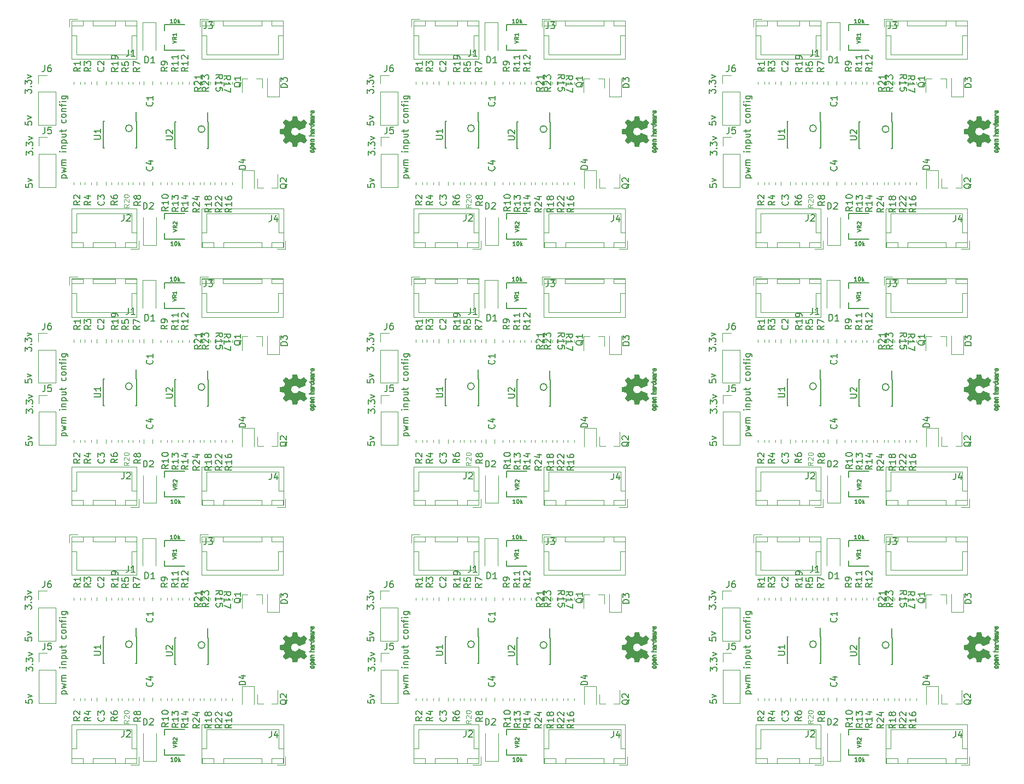
<source format=gbr>
G04 #@! TF.GenerationSoftware,KiCad,Pcbnew,(5.0.1)-3*
G04 #@! TF.CreationDate,2019-05-27T16:35:56-04:00*
G04 #@! TF.ProjectId,marsaqua_panel,6D617273617175615F70616E656C2E6B,rev?*
G04 #@! TF.SameCoordinates,Original*
G04 #@! TF.FileFunction,Legend,Top*
G04 #@! TF.FilePolarity,Positive*
%FSLAX46Y46*%
G04 Gerber Fmt 4.6, Leading zero omitted, Abs format (unit mm)*
G04 Created by KiCad (PCBNEW (5.0.1)-3) date 5/27/2019 4:35:56 PM*
%MOMM*%
%LPD*%
G01*
G04 APERTURE LIST*
%ADD10C,0.200000*%
%ADD11C,0.120000*%
%ADD12C,0.150000*%
%ADD13C,0.010000*%
%ADD14C,0.203200*%
%ADD15C,0.100000*%
%ADD16C,0.127000*%
G04 APERTURE END LIST*
D10*
X160936667Y-123249840D02*
G75*
G03X160936667Y-123249840I-531507J0D01*
G01*
X107936667Y-123249840D02*
G75*
G03X107936667Y-123249840I-531507J0D01*
G01*
X54936667Y-123249840D02*
G75*
G03X54936667Y-123249840I-531507J0D01*
G01*
X160936667Y-83249840D02*
G75*
G03X160936667Y-83249840I-531507J0D01*
G01*
X107936667Y-83249840D02*
G75*
G03X107936667Y-83249840I-531507J0D01*
G01*
X54936667Y-83249840D02*
G75*
G03X54936667Y-83249840I-531507J0D01*
G01*
X160936667Y-43249840D02*
G75*
G03X160936667Y-43249840I-531507J0D01*
G01*
X107936667Y-43249840D02*
G75*
G03X107936667Y-43249840I-531507J0D01*
G01*
X149692087Y-123127920D02*
G75*
G03X149692087Y-123127920I-531507J0D01*
G01*
X96692087Y-123127920D02*
G75*
G03X96692087Y-123127920I-531507J0D01*
G01*
X43692087Y-123127920D02*
G75*
G03X43692087Y-123127920I-531507J0D01*
G01*
X149692087Y-83127920D02*
G75*
G03X149692087Y-83127920I-531507J0D01*
G01*
X96692087Y-83127920D02*
G75*
G03X96692087Y-83127920I-531507J0D01*
G01*
X43692087Y-83127920D02*
G75*
G03X43692087Y-83127920I-531507J0D01*
G01*
X149692087Y-43127920D02*
G75*
G03X149692087Y-43127920I-531507J0D01*
G01*
X96692087Y-43127920D02*
G75*
G03X96692087Y-43127920I-531507J0D01*
G01*
X133121500Y-122069357D02*
X133121500Y-122545547D01*
X133597691Y-122593166D01*
X133550072Y-122545547D01*
X133502453Y-122450309D01*
X133502453Y-122212214D01*
X133550072Y-122116976D01*
X133597691Y-122069357D01*
X133692929Y-122021738D01*
X133931024Y-122021738D01*
X134026262Y-122069357D01*
X134073881Y-122116976D01*
X134121500Y-122212214D01*
X134121500Y-122450309D01*
X134073881Y-122545547D01*
X134026262Y-122593166D01*
X133454834Y-121688404D02*
X134121500Y-121450309D01*
X133454834Y-121212214D01*
X80121500Y-122069357D02*
X80121500Y-122545547D01*
X80597691Y-122593166D01*
X80550072Y-122545547D01*
X80502453Y-122450309D01*
X80502453Y-122212214D01*
X80550072Y-122116976D01*
X80597691Y-122069357D01*
X80692929Y-122021738D01*
X80931024Y-122021738D01*
X81026262Y-122069357D01*
X81073881Y-122116976D01*
X81121500Y-122212214D01*
X81121500Y-122450309D01*
X81073881Y-122545547D01*
X81026262Y-122593166D01*
X80454834Y-121688404D02*
X81121500Y-121450309D01*
X80454834Y-121212214D01*
X27121500Y-122069357D02*
X27121500Y-122545547D01*
X27597691Y-122593166D01*
X27550072Y-122545547D01*
X27502453Y-122450309D01*
X27502453Y-122212214D01*
X27550072Y-122116976D01*
X27597691Y-122069357D01*
X27692929Y-122021738D01*
X27931024Y-122021738D01*
X28026262Y-122069357D01*
X28073881Y-122116976D01*
X28121500Y-122212214D01*
X28121500Y-122450309D01*
X28073881Y-122545547D01*
X28026262Y-122593166D01*
X27454834Y-121688404D02*
X28121500Y-121450309D01*
X27454834Y-121212214D01*
X133121500Y-82069357D02*
X133121500Y-82545547D01*
X133597691Y-82593166D01*
X133550072Y-82545547D01*
X133502453Y-82450309D01*
X133502453Y-82212214D01*
X133550072Y-82116976D01*
X133597691Y-82069357D01*
X133692929Y-82021738D01*
X133931024Y-82021738D01*
X134026262Y-82069357D01*
X134073881Y-82116976D01*
X134121500Y-82212214D01*
X134121500Y-82450309D01*
X134073881Y-82545547D01*
X134026262Y-82593166D01*
X133454834Y-81688404D02*
X134121500Y-81450309D01*
X133454834Y-81212214D01*
X80121500Y-82069357D02*
X80121500Y-82545547D01*
X80597691Y-82593166D01*
X80550072Y-82545547D01*
X80502453Y-82450309D01*
X80502453Y-82212214D01*
X80550072Y-82116976D01*
X80597691Y-82069357D01*
X80692929Y-82021738D01*
X80931024Y-82021738D01*
X81026262Y-82069357D01*
X81073881Y-82116976D01*
X81121500Y-82212214D01*
X81121500Y-82450309D01*
X81073881Y-82545547D01*
X81026262Y-82593166D01*
X80454834Y-81688404D02*
X81121500Y-81450309D01*
X80454834Y-81212214D01*
X27121500Y-82069357D02*
X27121500Y-82545547D01*
X27597691Y-82593166D01*
X27550072Y-82545547D01*
X27502453Y-82450309D01*
X27502453Y-82212214D01*
X27550072Y-82116976D01*
X27597691Y-82069357D01*
X27692929Y-82021738D01*
X27931024Y-82021738D01*
X28026262Y-82069357D01*
X28073881Y-82116976D01*
X28121500Y-82212214D01*
X28121500Y-82450309D01*
X28073881Y-82545547D01*
X28026262Y-82593166D01*
X27454834Y-81688404D02*
X28121500Y-81450309D01*
X27454834Y-81212214D01*
X133121500Y-42069357D02*
X133121500Y-42545547D01*
X133597691Y-42593166D01*
X133550072Y-42545547D01*
X133502453Y-42450309D01*
X133502453Y-42212214D01*
X133550072Y-42116976D01*
X133597691Y-42069357D01*
X133692929Y-42021738D01*
X133931024Y-42021738D01*
X134026262Y-42069357D01*
X134073881Y-42116976D01*
X134121500Y-42212214D01*
X134121500Y-42450309D01*
X134073881Y-42545547D01*
X134026262Y-42593166D01*
X133454834Y-41688404D02*
X134121500Y-41450309D01*
X133454834Y-41212214D01*
X80121500Y-42069357D02*
X80121500Y-42545547D01*
X80597691Y-42593166D01*
X80550072Y-42545547D01*
X80502453Y-42450309D01*
X80502453Y-42212214D01*
X80550072Y-42116976D01*
X80597691Y-42069357D01*
X80692929Y-42021738D01*
X80931024Y-42021738D01*
X81026262Y-42069357D01*
X81073881Y-42116976D01*
X81121500Y-42212214D01*
X81121500Y-42450309D01*
X81073881Y-42545547D01*
X81026262Y-42593166D01*
X80454834Y-41688404D02*
X81121500Y-41450309D01*
X80454834Y-41212214D01*
X133200240Y-131756917D02*
X133200240Y-132233107D01*
X133676431Y-132280726D01*
X133628812Y-132233107D01*
X133581193Y-132137869D01*
X133581193Y-131899774D01*
X133628812Y-131804536D01*
X133676431Y-131756917D01*
X133771669Y-131709298D01*
X134009764Y-131709298D01*
X134105002Y-131756917D01*
X134152621Y-131804536D01*
X134200240Y-131899774D01*
X134200240Y-132137869D01*
X134152621Y-132233107D01*
X134105002Y-132280726D01*
X133533574Y-131375964D02*
X134200240Y-131137869D01*
X133533574Y-130899774D01*
X80200240Y-131756917D02*
X80200240Y-132233107D01*
X80676431Y-132280726D01*
X80628812Y-132233107D01*
X80581193Y-132137869D01*
X80581193Y-131899774D01*
X80628812Y-131804536D01*
X80676431Y-131756917D01*
X80771669Y-131709298D01*
X81009764Y-131709298D01*
X81105002Y-131756917D01*
X81152621Y-131804536D01*
X81200240Y-131899774D01*
X81200240Y-132137869D01*
X81152621Y-132233107D01*
X81105002Y-132280726D01*
X80533574Y-131375964D02*
X81200240Y-131137869D01*
X80533574Y-130899774D01*
X27200240Y-131756917D02*
X27200240Y-132233107D01*
X27676431Y-132280726D01*
X27628812Y-132233107D01*
X27581193Y-132137869D01*
X27581193Y-131899774D01*
X27628812Y-131804536D01*
X27676431Y-131756917D01*
X27771669Y-131709298D01*
X28009764Y-131709298D01*
X28105002Y-131756917D01*
X28152621Y-131804536D01*
X28200240Y-131899774D01*
X28200240Y-132137869D01*
X28152621Y-132233107D01*
X28105002Y-132280726D01*
X27533574Y-131375964D02*
X28200240Y-131137869D01*
X27533574Y-130899774D01*
X133200240Y-91756917D02*
X133200240Y-92233107D01*
X133676431Y-92280726D01*
X133628812Y-92233107D01*
X133581193Y-92137869D01*
X133581193Y-91899774D01*
X133628812Y-91804536D01*
X133676431Y-91756917D01*
X133771669Y-91709298D01*
X134009764Y-91709298D01*
X134105002Y-91756917D01*
X134152621Y-91804536D01*
X134200240Y-91899774D01*
X134200240Y-92137869D01*
X134152621Y-92233107D01*
X134105002Y-92280726D01*
X133533574Y-91375964D02*
X134200240Y-91137869D01*
X133533574Y-90899774D01*
X80200240Y-91756917D02*
X80200240Y-92233107D01*
X80676431Y-92280726D01*
X80628812Y-92233107D01*
X80581193Y-92137869D01*
X80581193Y-91899774D01*
X80628812Y-91804536D01*
X80676431Y-91756917D01*
X80771669Y-91709298D01*
X81009764Y-91709298D01*
X81105002Y-91756917D01*
X81152621Y-91804536D01*
X81200240Y-91899774D01*
X81200240Y-92137869D01*
X81152621Y-92233107D01*
X81105002Y-92280726D01*
X80533574Y-91375964D02*
X81200240Y-91137869D01*
X80533574Y-90899774D01*
X27200240Y-91756917D02*
X27200240Y-92233107D01*
X27676431Y-92280726D01*
X27628812Y-92233107D01*
X27581193Y-92137869D01*
X27581193Y-91899774D01*
X27628812Y-91804536D01*
X27676431Y-91756917D01*
X27771669Y-91709298D01*
X28009764Y-91709298D01*
X28105002Y-91756917D01*
X28152621Y-91804536D01*
X28200240Y-91899774D01*
X28200240Y-92137869D01*
X28152621Y-92233107D01*
X28105002Y-92280726D01*
X27533574Y-91375964D02*
X28200240Y-91137869D01*
X27533574Y-90899774D01*
X133200240Y-51756917D02*
X133200240Y-52233107D01*
X133676431Y-52280726D01*
X133628812Y-52233107D01*
X133581193Y-52137869D01*
X133581193Y-51899774D01*
X133628812Y-51804536D01*
X133676431Y-51756917D01*
X133771669Y-51709298D01*
X134009764Y-51709298D01*
X134105002Y-51756917D01*
X134152621Y-51804536D01*
X134200240Y-51899774D01*
X134200240Y-52137869D01*
X134152621Y-52233107D01*
X134105002Y-52280726D01*
X133533574Y-51375964D02*
X134200240Y-51137869D01*
X133533574Y-50899774D01*
X80200240Y-51756917D02*
X80200240Y-52233107D01*
X80676431Y-52280726D01*
X80628812Y-52233107D01*
X80581193Y-52137869D01*
X80581193Y-51899774D01*
X80628812Y-51804536D01*
X80676431Y-51756917D01*
X80771669Y-51709298D01*
X81009764Y-51709298D01*
X81105002Y-51756917D01*
X81152621Y-51804536D01*
X81200240Y-51899774D01*
X81200240Y-52137869D01*
X81152621Y-52233107D01*
X81105002Y-52280726D01*
X80533574Y-51375964D02*
X81200240Y-51137869D01*
X80533574Y-50899774D01*
X133258660Y-127289531D02*
X133258660Y-126670483D01*
X133639613Y-127003817D01*
X133639613Y-126860960D01*
X133687232Y-126765721D01*
X133734851Y-126718102D01*
X133830089Y-126670483D01*
X134068184Y-126670483D01*
X134163422Y-126718102D01*
X134211041Y-126765721D01*
X134258660Y-126860960D01*
X134258660Y-127146674D01*
X134211041Y-127241912D01*
X134163422Y-127289531D01*
X134163422Y-126241912D02*
X134211041Y-126194293D01*
X134258660Y-126241912D01*
X134211041Y-126289531D01*
X134163422Y-126241912D01*
X134258660Y-126241912D01*
X133258660Y-125860960D02*
X133258660Y-125241912D01*
X133639613Y-125575245D01*
X133639613Y-125432388D01*
X133687232Y-125337150D01*
X133734851Y-125289531D01*
X133830089Y-125241912D01*
X134068184Y-125241912D01*
X134163422Y-125289531D01*
X134211041Y-125337150D01*
X134258660Y-125432388D01*
X134258660Y-125718102D01*
X134211041Y-125813340D01*
X134163422Y-125860960D01*
X133591994Y-124908579D02*
X134258660Y-124670483D01*
X133591994Y-124432388D01*
X80258660Y-127289531D02*
X80258660Y-126670483D01*
X80639613Y-127003817D01*
X80639613Y-126860960D01*
X80687232Y-126765721D01*
X80734851Y-126718102D01*
X80830089Y-126670483D01*
X81068184Y-126670483D01*
X81163422Y-126718102D01*
X81211041Y-126765721D01*
X81258660Y-126860960D01*
X81258660Y-127146674D01*
X81211041Y-127241912D01*
X81163422Y-127289531D01*
X81163422Y-126241912D02*
X81211041Y-126194293D01*
X81258660Y-126241912D01*
X81211041Y-126289531D01*
X81163422Y-126241912D01*
X81258660Y-126241912D01*
X80258660Y-125860960D02*
X80258660Y-125241912D01*
X80639613Y-125575245D01*
X80639613Y-125432388D01*
X80687232Y-125337150D01*
X80734851Y-125289531D01*
X80830089Y-125241912D01*
X81068184Y-125241912D01*
X81163422Y-125289531D01*
X81211041Y-125337150D01*
X81258660Y-125432388D01*
X81258660Y-125718102D01*
X81211041Y-125813340D01*
X81163422Y-125860960D01*
X80591994Y-124908579D02*
X81258660Y-124670483D01*
X80591994Y-124432388D01*
X27258660Y-127289531D02*
X27258660Y-126670483D01*
X27639613Y-127003817D01*
X27639613Y-126860960D01*
X27687232Y-126765721D01*
X27734851Y-126718102D01*
X27830089Y-126670483D01*
X28068184Y-126670483D01*
X28163422Y-126718102D01*
X28211041Y-126765721D01*
X28258660Y-126860960D01*
X28258660Y-127146674D01*
X28211041Y-127241912D01*
X28163422Y-127289531D01*
X28163422Y-126241912D02*
X28211041Y-126194293D01*
X28258660Y-126241912D01*
X28211041Y-126289531D01*
X28163422Y-126241912D01*
X28258660Y-126241912D01*
X27258660Y-125860960D02*
X27258660Y-125241912D01*
X27639613Y-125575245D01*
X27639613Y-125432388D01*
X27687232Y-125337150D01*
X27734851Y-125289531D01*
X27830089Y-125241912D01*
X28068184Y-125241912D01*
X28163422Y-125289531D01*
X28211041Y-125337150D01*
X28258660Y-125432388D01*
X28258660Y-125718102D01*
X28211041Y-125813340D01*
X28163422Y-125860960D01*
X27591994Y-124908579D02*
X28258660Y-124670483D01*
X27591994Y-124432388D01*
X133258660Y-87289531D02*
X133258660Y-86670483D01*
X133639613Y-87003817D01*
X133639613Y-86860960D01*
X133687232Y-86765721D01*
X133734851Y-86718102D01*
X133830089Y-86670483D01*
X134068184Y-86670483D01*
X134163422Y-86718102D01*
X134211041Y-86765721D01*
X134258660Y-86860960D01*
X134258660Y-87146674D01*
X134211041Y-87241912D01*
X134163422Y-87289531D01*
X134163422Y-86241912D02*
X134211041Y-86194293D01*
X134258660Y-86241912D01*
X134211041Y-86289531D01*
X134163422Y-86241912D01*
X134258660Y-86241912D01*
X133258660Y-85860960D02*
X133258660Y-85241912D01*
X133639613Y-85575245D01*
X133639613Y-85432388D01*
X133687232Y-85337150D01*
X133734851Y-85289531D01*
X133830089Y-85241912D01*
X134068184Y-85241912D01*
X134163422Y-85289531D01*
X134211041Y-85337150D01*
X134258660Y-85432388D01*
X134258660Y-85718102D01*
X134211041Y-85813340D01*
X134163422Y-85860960D01*
X133591994Y-84908579D02*
X134258660Y-84670483D01*
X133591994Y-84432388D01*
X80258660Y-87289531D02*
X80258660Y-86670483D01*
X80639613Y-87003817D01*
X80639613Y-86860960D01*
X80687232Y-86765721D01*
X80734851Y-86718102D01*
X80830089Y-86670483D01*
X81068184Y-86670483D01*
X81163422Y-86718102D01*
X81211041Y-86765721D01*
X81258660Y-86860960D01*
X81258660Y-87146674D01*
X81211041Y-87241912D01*
X81163422Y-87289531D01*
X81163422Y-86241912D02*
X81211041Y-86194293D01*
X81258660Y-86241912D01*
X81211041Y-86289531D01*
X81163422Y-86241912D01*
X81258660Y-86241912D01*
X80258660Y-85860960D02*
X80258660Y-85241912D01*
X80639613Y-85575245D01*
X80639613Y-85432388D01*
X80687232Y-85337150D01*
X80734851Y-85289531D01*
X80830089Y-85241912D01*
X81068184Y-85241912D01*
X81163422Y-85289531D01*
X81211041Y-85337150D01*
X81258660Y-85432388D01*
X81258660Y-85718102D01*
X81211041Y-85813340D01*
X81163422Y-85860960D01*
X80591994Y-84908579D02*
X81258660Y-84670483D01*
X80591994Y-84432388D01*
X27258660Y-87289531D02*
X27258660Y-86670483D01*
X27639613Y-87003817D01*
X27639613Y-86860960D01*
X27687232Y-86765721D01*
X27734851Y-86718102D01*
X27830089Y-86670483D01*
X28068184Y-86670483D01*
X28163422Y-86718102D01*
X28211041Y-86765721D01*
X28258660Y-86860960D01*
X28258660Y-87146674D01*
X28211041Y-87241912D01*
X28163422Y-87289531D01*
X28163422Y-86241912D02*
X28211041Y-86194293D01*
X28258660Y-86241912D01*
X28211041Y-86289531D01*
X28163422Y-86241912D01*
X28258660Y-86241912D01*
X27258660Y-85860960D02*
X27258660Y-85241912D01*
X27639613Y-85575245D01*
X27639613Y-85432388D01*
X27687232Y-85337150D01*
X27734851Y-85289531D01*
X27830089Y-85241912D01*
X28068184Y-85241912D01*
X28163422Y-85289531D01*
X28211041Y-85337150D01*
X28258660Y-85432388D01*
X28258660Y-85718102D01*
X28211041Y-85813340D01*
X28163422Y-85860960D01*
X27591994Y-84908579D02*
X28258660Y-84670483D01*
X27591994Y-84432388D01*
X133258660Y-47289531D02*
X133258660Y-46670483D01*
X133639613Y-47003817D01*
X133639613Y-46860960D01*
X133687232Y-46765721D01*
X133734851Y-46718102D01*
X133830089Y-46670483D01*
X134068184Y-46670483D01*
X134163422Y-46718102D01*
X134211041Y-46765721D01*
X134258660Y-46860960D01*
X134258660Y-47146674D01*
X134211041Y-47241912D01*
X134163422Y-47289531D01*
X134163422Y-46241912D02*
X134211041Y-46194293D01*
X134258660Y-46241912D01*
X134211041Y-46289531D01*
X134163422Y-46241912D01*
X134258660Y-46241912D01*
X133258660Y-45860960D02*
X133258660Y-45241912D01*
X133639613Y-45575245D01*
X133639613Y-45432388D01*
X133687232Y-45337150D01*
X133734851Y-45289531D01*
X133830089Y-45241912D01*
X134068184Y-45241912D01*
X134163422Y-45289531D01*
X134211041Y-45337150D01*
X134258660Y-45432388D01*
X134258660Y-45718102D01*
X134211041Y-45813340D01*
X134163422Y-45860960D01*
X133591994Y-44908579D02*
X134258660Y-44670483D01*
X133591994Y-44432388D01*
X80258660Y-47289531D02*
X80258660Y-46670483D01*
X80639613Y-47003817D01*
X80639613Y-46860960D01*
X80687232Y-46765721D01*
X80734851Y-46718102D01*
X80830089Y-46670483D01*
X81068184Y-46670483D01*
X81163422Y-46718102D01*
X81211041Y-46765721D01*
X81258660Y-46860960D01*
X81258660Y-47146674D01*
X81211041Y-47241912D01*
X81163422Y-47289531D01*
X81163422Y-46241912D02*
X81211041Y-46194293D01*
X81258660Y-46241912D01*
X81211041Y-46289531D01*
X81163422Y-46241912D01*
X81258660Y-46241912D01*
X80258660Y-45860960D02*
X80258660Y-45241912D01*
X80639613Y-45575245D01*
X80639613Y-45432388D01*
X80687232Y-45337150D01*
X80734851Y-45289531D01*
X80830089Y-45241912D01*
X81068184Y-45241912D01*
X81163422Y-45289531D01*
X81211041Y-45337150D01*
X81258660Y-45432388D01*
X81258660Y-45718102D01*
X81211041Y-45813340D01*
X81163422Y-45860960D01*
X80591994Y-44908579D02*
X81258660Y-44670483D01*
X80591994Y-44432388D01*
X133070700Y-117690871D02*
X133070700Y-117071823D01*
X133451653Y-117405157D01*
X133451653Y-117262300D01*
X133499272Y-117167061D01*
X133546891Y-117119442D01*
X133642129Y-117071823D01*
X133880224Y-117071823D01*
X133975462Y-117119442D01*
X134023081Y-117167061D01*
X134070700Y-117262300D01*
X134070700Y-117548014D01*
X134023081Y-117643252D01*
X133975462Y-117690871D01*
X133975462Y-116643252D02*
X134023081Y-116595633D01*
X134070700Y-116643252D01*
X134023081Y-116690871D01*
X133975462Y-116643252D01*
X134070700Y-116643252D01*
X133070700Y-116262300D02*
X133070700Y-115643252D01*
X133451653Y-115976585D01*
X133451653Y-115833728D01*
X133499272Y-115738490D01*
X133546891Y-115690871D01*
X133642129Y-115643252D01*
X133880224Y-115643252D01*
X133975462Y-115690871D01*
X134023081Y-115738490D01*
X134070700Y-115833728D01*
X134070700Y-116119442D01*
X134023081Y-116214680D01*
X133975462Y-116262300D01*
X133404034Y-115309919D02*
X134070700Y-115071823D01*
X133404034Y-114833728D01*
X80070700Y-117690871D02*
X80070700Y-117071823D01*
X80451653Y-117405157D01*
X80451653Y-117262300D01*
X80499272Y-117167061D01*
X80546891Y-117119442D01*
X80642129Y-117071823D01*
X80880224Y-117071823D01*
X80975462Y-117119442D01*
X81023081Y-117167061D01*
X81070700Y-117262300D01*
X81070700Y-117548014D01*
X81023081Y-117643252D01*
X80975462Y-117690871D01*
X80975462Y-116643252D02*
X81023081Y-116595633D01*
X81070700Y-116643252D01*
X81023081Y-116690871D01*
X80975462Y-116643252D01*
X81070700Y-116643252D01*
X80070700Y-116262300D02*
X80070700Y-115643252D01*
X80451653Y-115976585D01*
X80451653Y-115833728D01*
X80499272Y-115738490D01*
X80546891Y-115690871D01*
X80642129Y-115643252D01*
X80880224Y-115643252D01*
X80975462Y-115690871D01*
X81023081Y-115738490D01*
X81070700Y-115833728D01*
X81070700Y-116119442D01*
X81023081Y-116214680D01*
X80975462Y-116262300D01*
X80404034Y-115309919D02*
X81070700Y-115071823D01*
X80404034Y-114833728D01*
X27070700Y-117690871D02*
X27070700Y-117071823D01*
X27451653Y-117405157D01*
X27451653Y-117262300D01*
X27499272Y-117167061D01*
X27546891Y-117119442D01*
X27642129Y-117071823D01*
X27880224Y-117071823D01*
X27975462Y-117119442D01*
X28023081Y-117167061D01*
X28070700Y-117262300D01*
X28070700Y-117548014D01*
X28023081Y-117643252D01*
X27975462Y-117690871D01*
X27975462Y-116643252D02*
X28023081Y-116595633D01*
X28070700Y-116643252D01*
X28023081Y-116690871D01*
X27975462Y-116643252D01*
X28070700Y-116643252D01*
X27070700Y-116262300D02*
X27070700Y-115643252D01*
X27451653Y-115976585D01*
X27451653Y-115833728D01*
X27499272Y-115738490D01*
X27546891Y-115690871D01*
X27642129Y-115643252D01*
X27880224Y-115643252D01*
X27975462Y-115690871D01*
X28023081Y-115738490D01*
X28070700Y-115833728D01*
X28070700Y-116119442D01*
X28023081Y-116214680D01*
X27975462Y-116262300D01*
X27404034Y-115309919D02*
X28070700Y-115071823D01*
X27404034Y-114833728D01*
X133070700Y-77690871D02*
X133070700Y-77071823D01*
X133451653Y-77405157D01*
X133451653Y-77262300D01*
X133499272Y-77167061D01*
X133546891Y-77119442D01*
X133642129Y-77071823D01*
X133880224Y-77071823D01*
X133975462Y-77119442D01*
X134023081Y-77167061D01*
X134070700Y-77262300D01*
X134070700Y-77548014D01*
X134023081Y-77643252D01*
X133975462Y-77690871D01*
X133975462Y-76643252D02*
X134023081Y-76595633D01*
X134070700Y-76643252D01*
X134023081Y-76690871D01*
X133975462Y-76643252D01*
X134070700Y-76643252D01*
X133070700Y-76262300D02*
X133070700Y-75643252D01*
X133451653Y-75976585D01*
X133451653Y-75833728D01*
X133499272Y-75738490D01*
X133546891Y-75690871D01*
X133642129Y-75643252D01*
X133880224Y-75643252D01*
X133975462Y-75690871D01*
X134023081Y-75738490D01*
X134070700Y-75833728D01*
X134070700Y-76119442D01*
X134023081Y-76214680D01*
X133975462Y-76262300D01*
X133404034Y-75309919D02*
X134070700Y-75071823D01*
X133404034Y-74833728D01*
X80070700Y-77690871D02*
X80070700Y-77071823D01*
X80451653Y-77405157D01*
X80451653Y-77262300D01*
X80499272Y-77167061D01*
X80546891Y-77119442D01*
X80642129Y-77071823D01*
X80880224Y-77071823D01*
X80975462Y-77119442D01*
X81023081Y-77167061D01*
X81070700Y-77262300D01*
X81070700Y-77548014D01*
X81023081Y-77643252D01*
X80975462Y-77690871D01*
X80975462Y-76643252D02*
X81023081Y-76595633D01*
X81070700Y-76643252D01*
X81023081Y-76690871D01*
X80975462Y-76643252D01*
X81070700Y-76643252D01*
X80070700Y-76262300D02*
X80070700Y-75643252D01*
X80451653Y-75976585D01*
X80451653Y-75833728D01*
X80499272Y-75738490D01*
X80546891Y-75690871D01*
X80642129Y-75643252D01*
X80880224Y-75643252D01*
X80975462Y-75690871D01*
X81023081Y-75738490D01*
X81070700Y-75833728D01*
X81070700Y-76119442D01*
X81023081Y-76214680D01*
X80975462Y-76262300D01*
X80404034Y-75309919D02*
X81070700Y-75071823D01*
X80404034Y-74833728D01*
X27070700Y-77690871D02*
X27070700Y-77071823D01*
X27451653Y-77405157D01*
X27451653Y-77262300D01*
X27499272Y-77167061D01*
X27546891Y-77119442D01*
X27642129Y-77071823D01*
X27880224Y-77071823D01*
X27975462Y-77119442D01*
X28023081Y-77167061D01*
X28070700Y-77262300D01*
X28070700Y-77548014D01*
X28023081Y-77643252D01*
X27975462Y-77690871D01*
X27975462Y-76643252D02*
X28023081Y-76595633D01*
X28070700Y-76643252D01*
X28023081Y-76690871D01*
X27975462Y-76643252D01*
X28070700Y-76643252D01*
X27070700Y-76262300D02*
X27070700Y-75643252D01*
X27451653Y-75976585D01*
X27451653Y-75833728D01*
X27499272Y-75738490D01*
X27546891Y-75690871D01*
X27642129Y-75643252D01*
X27880224Y-75643252D01*
X27975462Y-75690871D01*
X28023081Y-75738490D01*
X28070700Y-75833728D01*
X28070700Y-76119442D01*
X28023081Y-76214680D01*
X27975462Y-76262300D01*
X27404034Y-75309919D02*
X28070700Y-75071823D01*
X27404034Y-74833728D01*
X133070700Y-37690871D02*
X133070700Y-37071823D01*
X133451653Y-37405157D01*
X133451653Y-37262300D01*
X133499272Y-37167061D01*
X133546891Y-37119442D01*
X133642129Y-37071823D01*
X133880224Y-37071823D01*
X133975462Y-37119442D01*
X134023081Y-37167061D01*
X134070700Y-37262300D01*
X134070700Y-37548014D01*
X134023081Y-37643252D01*
X133975462Y-37690871D01*
X133975462Y-36643252D02*
X134023081Y-36595633D01*
X134070700Y-36643252D01*
X134023081Y-36690871D01*
X133975462Y-36643252D01*
X134070700Y-36643252D01*
X133070700Y-36262300D02*
X133070700Y-35643252D01*
X133451653Y-35976585D01*
X133451653Y-35833728D01*
X133499272Y-35738490D01*
X133546891Y-35690871D01*
X133642129Y-35643252D01*
X133880224Y-35643252D01*
X133975462Y-35690871D01*
X134023081Y-35738490D01*
X134070700Y-35833728D01*
X134070700Y-36119442D01*
X134023081Y-36214680D01*
X133975462Y-36262300D01*
X133404034Y-35309919D02*
X134070700Y-35071823D01*
X133404034Y-34833728D01*
X80070700Y-37690871D02*
X80070700Y-37071823D01*
X80451653Y-37405157D01*
X80451653Y-37262300D01*
X80499272Y-37167061D01*
X80546891Y-37119442D01*
X80642129Y-37071823D01*
X80880224Y-37071823D01*
X80975462Y-37119442D01*
X81023081Y-37167061D01*
X81070700Y-37262300D01*
X81070700Y-37548014D01*
X81023081Y-37643252D01*
X80975462Y-37690871D01*
X80975462Y-36643252D02*
X81023081Y-36595633D01*
X81070700Y-36643252D01*
X81023081Y-36690871D01*
X80975462Y-36643252D01*
X81070700Y-36643252D01*
X80070700Y-36262300D02*
X80070700Y-35643252D01*
X80451653Y-35976585D01*
X80451653Y-35833728D01*
X80499272Y-35738490D01*
X80546891Y-35690871D01*
X80642129Y-35643252D01*
X80880224Y-35643252D01*
X80975462Y-35690871D01*
X81023081Y-35738490D01*
X81070700Y-35833728D01*
X81070700Y-36119442D01*
X81023081Y-36214680D01*
X80975462Y-36262300D01*
X80404034Y-35309919D02*
X81070700Y-35071823D01*
X80404034Y-34833728D01*
X138732954Y-130803322D02*
X139732954Y-130803322D01*
X138780573Y-130803322D02*
X138732954Y-130708084D01*
X138732954Y-130517608D01*
X138780573Y-130422370D01*
X138828192Y-130374751D01*
X138923430Y-130327132D01*
X139209144Y-130327132D01*
X139304382Y-130374751D01*
X139352001Y-130422370D01*
X139399620Y-130517608D01*
X139399620Y-130708084D01*
X139352001Y-130803322D01*
X138732954Y-129993799D02*
X139399620Y-129803322D01*
X138923430Y-129612846D01*
X139399620Y-129422370D01*
X138732954Y-129231894D01*
X139399620Y-128850941D02*
X138732954Y-128850941D01*
X138828192Y-128850941D02*
X138780573Y-128803322D01*
X138732954Y-128708084D01*
X138732954Y-128565227D01*
X138780573Y-128469989D01*
X138875811Y-128422370D01*
X139399620Y-128422370D01*
X138875811Y-128422370D02*
X138780573Y-128374751D01*
X138732954Y-128279513D01*
X138732954Y-128136656D01*
X138780573Y-128041418D01*
X138875811Y-127993799D01*
X139399620Y-127993799D01*
X139399620Y-126755703D02*
X138732954Y-126755703D01*
X138399620Y-126755703D02*
X138447240Y-126803322D01*
X138494859Y-126755703D01*
X138447240Y-126708084D01*
X138399620Y-126755703D01*
X138494859Y-126755703D01*
X138732954Y-126279513D02*
X139399620Y-126279513D01*
X138828192Y-126279513D02*
X138780573Y-126231894D01*
X138732954Y-126136656D01*
X138732954Y-125993799D01*
X138780573Y-125898560D01*
X138875811Y-125850941D01*
X139399620Y-125850941D01*
X138732954Y-125374751D02*
X139732954Y-125374751D01*
X138780573Y-125374751D02*
X138732954Y-125279513D01*
X138732954Y-125089037D01*
X138780573Y-124993799D01*
X138828192Y-124946180D01*
X138923430Y-124898560D01*
X139209144Y-124898560D01*
X139304382Y-124946180D01*
X139352001Y-124993799D01*
X139399620Y-125089037D01*
X139399620Y-125279513D01*
X139352001Y-125374751D01*
X138732954Y-124041418D02*
X139399620Y-124041418D01*
X138732954Y-124469989D02*
X139256763Y-124469989D01*
X139352001Y-124422370D01*
X139399620Y-124327132D01*
X139399620Y-124184275D01*
X139352001Y-124089037D01*
X139304382Y-124041418D01*
X138732954Y-123708084D02*
X138732954Y-123327132D01*
X138399620Y-123565227D02*
X139256763Y-123565227D01*
X139352001Y-123517608D01*
X139399620Y-123422370D01*
X139399620Y-123327132D01*
X139352001Y-121803322D02*
X139399620Y-121898560D01*
X139399620Y-122089037D01*
X139352001Y-122184275D01*
X139304382Y-122231894D01*
X139209144Y-122279513D01*
X138923430Y-122279513D01*
X138828192Y-122231894D01*
X138780573Y-122184275D01*
X138732954Y-122089037D01*
X138732954Y-121898560D01*
X138780573Y-121803322D01*
X139399620Y-121231894D02*
X139352001Y-121327132D01*
X139304382Y-121374751D01*
X139209144Y-121422370D01*
X138923430Y-121422370D01*
X138828192Y-121374751D01*
X138780573Y-121327132D01*
X138732954Y-121231894D01*
X138732954Y-121089037D01*
X138780573Y-120993799D01*
X138828192Y-120946180D01*
X138923430Y-120898560D01*
X139209144Y-120898560D01*
X139304382Y-120946180D01*
X139352001Y-120993799D01*
X139399620Y-121089037D01*
X139399620Y-121231894D01*
X138732954Y-120469989D02*
X139399620Y-120469989D01*
X138828192Y-120469989D02*
X138780573Y-120422370D01*
X138732954Y-120327132D01*
X138732954Y-120184275D01*
X138780573Y-120089037D01*
X138875811Y-120041418D01*
X139399620Y-120041418D01*
X138732954Y-119708084D02*
X138732954Y-119327132D01*
X139399620Y-119565227D02*
X138542478Y-119565227D01*
X138447240Y-119517608D01*
X138399620Y-119422370D01*
X138399620Y-119327132D01*
X139399620Y-118993799D02*
X138732954Y-118993799D01*
X138399620Y-118993799D02*
X138447240Y-119041418D01*
X138494859Y-118993799D01*
X138447240Y-118946180D01*
X138399620Y-118993799D01*
X138494859Y-118993799D01*
X138732954Y-118089037D02*
X139542478Y-118089037D01*
X139637716Y-118136656D01*
X139685335Y-118184275D01*
X139732954Y-118279513D01*
X139732954Y-118422370D01*
X139685335Y-118517608D01*
X139352001Y-118089037D02*
X139399620Y-118184275D01*
X139399620Y-118374751D01*
X139352001Y-118469989D01*
X139304382Y-118517608D01*
X139209144Y-118565227D01*
X138923430Y-118565227D01*
X138828192Y-118517608D01*
X138780573Y-118469989D01*
X138732954Y-118374751D01*
X138732954Y-118184275D01*
X138780573Y-118089037D01*
X85732954Y-130803322D02*
X86732954Y-130803322D01*
X85780573Y-130803322D02*
X85732954Y-130708084D01*
X85732954Y-130517608D01*
X85780573Y-130422370D01*
X85828192Y-130374751D01*
X85923430Y-130327132D01*
X86209144Y-130327132D01*
X86304382Y-130374751D01*
X86352001Y-130422370D01*
X86399620Y-130517608D01*
X86399620Y-130708084D01*
X86352001Y-130803322D01*
X85732954Y-129993799D02*
X86399620Y-129803322D01*
X85923430Y-129612846D01*
X86399620Y-129422370D01*
X85732954Y-129231894D01*
X86399620Y-128850941D02*
X85732954Y-128850941D01*
X85828192Y-128850941D02*
X85780573Y-128803322D01*
X85732954Y-128708084D01*
X85732954Y-128565227D01*
X85780573Y-128469989D01*
X85875811Y-128422370D01*
X86399620Y-128422370D01*
X85875811Y-128422370D02*
X85780573Y-128374751D01*
X85732954Y-128279513D01*
X85732954Y-128136656D01*
X85780573Y-128041418D01*
X85875811Y-127993799D01*
X86399620Y-127993799D01*
X86399620Y-126755703D02*
X85732954Y-126755703D01*
X85399620Y-126755703D02*
X85447240Y-126803322D01*
X85494859Y-126755703D01*
X85447240Y-126708084D01*
X85399620Y-126755703D01*
X85494859Y-126755703D01*
X85732954Y-126279513D02*
X86399620Y-126279513D01*
X85828192Y-126279513D02*
X85780573Y-126231894D01*
X85732954Y-126136656D01*
X85732954Y-125993799D01*
X85780573Y-125898560D01*
X85875811Y-125850941D01*
X86399620Y-125850941D01*
X85732954Y-125374751D02*
X86732954Y-125374751D01*
X85780573Y-125374751D02*
X85732954Y-125279513D01*
X85732954Y-125089037D01*
X85780573Y-124993799D01*
X85828192Y-124946180D01*
X85923430Y-124898560D01*
X86209144Y-124898560D01*
X86304382Y-124946180D01*
X86352001Y-124993799D01*
X86399620Y-125089037D01*
X86399620Y-125279513D01*
X86352001Y-125374751D01*
X85732954Y-124041418D02*
X86399620Y-124041418D01*
X85732954Y-124469989D02*
X86256763Y-124469989D01*
X86352001Y-124422370D01*
X86399620Y-124327132D01*
X86399620Y-124184275D01*
X86352001Y-124089037D01*
X86304382Y-124041418D01*
X85732954Y-123708084D02*
X85732954Y-123327132D01*
X85399620Y-123565227D02*
X86256763Y-123565227D01*
X86352001Y-123517608D01*
X86399620Y-123422370D01*
X86399620Y-123327132D01*
X86352001Y-121803322D02*
X86399620Y-121898560D01*
X86399620Y-122089037D01*
X86352001Y-122184275D01*
X86304382Y-122231894D01*
X86209144Y-122279513D01*
X85923430Y-122279513D01*
X85828192Y-122231894D01*
X85780573Y-122184275D01*
X85732954Y-122089037D01*
X85732954Y-121898560D01*
X85780573Y-121803322D01*
X86399620Y-121231894D02*
X86352001Y-121327132D01*
X86304382Y-121374751D01*
X86209144Y-121422370D01*
X85923430Y-121422370D01*
X85828192Y-121374751D01*
X85780573Y-121327132D01*
X85732954Y-121231894D01*
X85732954Y-121089037D01*
X85780573Y-120993799D01*
X85828192Y-120946180D01*
X85923430Y-120898560D01*
X86209144Y-120898560D01*
X86304382Y-120946180D01*
X86352001Y-120993799D01*
X86399620Y-121089037D01*
X86399620Y-121231894D01*
X85732954Y-120469989D02*
X86399620Y-120469989D01*
X85828192Y-120469989D02*
X85780573Y-120422370D01*
X85732954Y-120327132D01*
X85732954Y-120184275D01*
X85780573Y-120089037D01*
X85875811Y-120041418D01*
X86399620Y-120041418D01*
X85732954Y-119708084D02*
X85732954Y-119327132D01*
X86399620Y-119565227D02*
X85542478Y-119565227D01*
X85447240Y-119517608D01*
X85399620Y-119422370D01*
X85399620Y-119327132D01*
X86399620Y-118993799D02*
X85732954Y-118993799D01*
X85399620Y-118993799D02*
X85447240Y-119041418D01*
X85494859Y-118993799D01*
X85447240Y-118946180D01*
X85399620Y-118993799D01*
X85494859Y-118993799D01*
X85732954Y-118089037D02*
X86542478Y-118089037D01*
X86637716Y-118136656D01*
X86685335Y-118184275D01*
X86732954Y-118279513D01*
X86732954Y-118422370D01*
X86685335Y-118517608D01*
X86352001Y-118089037D02*
X86399620Y-118184275D01*
X86399620Y-118374751D01*
X86352001Y-118469989D01*
X86304382Y-118517608D01*
X86209144Y-118565227D01*
X85923430Y-118565227D01*
X85828192Y-118517608D01*
X85780573Y-118469989D01*
X85732954Y-118374751D01*
X85732954Y-118184275D01*
X85780573Y-118089037D01*
X32732954Y-130803322D02*
X33732954Y-130803322D01*
X32780573Y-130803322D02*
X32732954Y-130708084D01*
X32732954Y-130517608D01*
X32780573Y-130422370D01*
X32828192Y-130374751D01*
X32923430Y-130327132D01*
X33209144Y-130327132D01*
X33304382Y-130374751D01*
X33352001Y-130422370D01*
X33399620Y-130517608D01*
X33399620Y-130708084D01*
X33352001Y-130803322D01*
X32732954Y-129993799D02*
X33399620Y-129803322D01*
X32923430Y-129612846D01*
X33399620Y-129422370D01*
X32732954Y-129231894D01*
X33399620Y-128850941D02*
X32732954Y-128850941D01*
X32828192Y-128850941D02*
X32780573Y-128803322D01*
X32732954Y-128708084D01*
X32732954Y-128565227D01*
X32780573Y-128469989D01*
X32875811Y-128422370D01*
X33399620Y-128422370D01*
X32875811Y-128422370D02*
X32780573Y-128374751D01*
X32732954Y-128279513D01*
X32732954Y-128136656D01*
X32780573Y-128041418D01*
X32875811Y-127993799D01*
X33399620Y-127993799D01*
X33399620Y-126755703D02*
X32732954Y-126755703D01*
X32399620Y-126755703D02*
X32447240Y-126803322D01*
X32494859Y-126755703D01*
X32447240Y-126708084D01*
X32399620Y-126755703D01*
X32494859Y-126755703D01*
X32732954Y-126279513D02*
X33399620Y-126279513D01*
X32828192Y-126279513D02*
X32780573Y-126231894D01*
X32732954Y-126136656D01*
X32732954Y-125993799D01*
X32780573Y-125898560D01*
X32875811Y-125850941D01*
X33399620Y-125850941D01*
X32732954Y-125374751D02*
X33732954Y-125374751D01*
X32780573Y-125374751D02*
X32732954Y-125279513D01*
X32732954Y-125089037D01*
X32780573Y-124993799D01*
X32828192Y-124946180D01*
X32923430Y-124898560D01*
X33209144Y-124898560D01*
X33304382Y-124946180D01*
X33352001Y-124993799D01*
X33399620Y-125089037D01*
X33399620Y-125279513D01*
X33352001Y-125374751D01*
X32732954Y-124041418D02*
X33399620Y-124041418D01*
X32732954Y-124469989D02*
X33256763Y-124469989D01*
X33352001Y-124422370D01*
X33399620Y-124327132D01*
X33399620Y-124184275D01*
X33352001Y-124089037D01*
X33304382Y-124041418D01*
X32732954Y-123708084D02*
X32732954Y-123327132D01*
X32399620Y-123565227D02*
X33256763Y-123565227D01*
X33352001Y-123517608D01*
X33399620Y-123422370D01*
X33399620Y-123327132D01*
X33352001Y-121803322D02*
X33399620Y-121898560D01*
X33399620Y-122089037D01*
X33352001Y-122184275D01*
X33304382Y-122231894D01*
X33209144Y-122279513D01*
X32923430Y-122279513D01*
X32828192Y-122231894D01*
X32780573Y-122184275D01*
X32732954Y-122089037D01*
X32732954Y-121898560D01*
X32780573Y-121803322D01*
X33399620Y-121231894D02*
X33352001Y-121327132D01*
X33304382Y-121374751D01*
X33209144Y-121422370D01*
X32923430Y-121422370D01*
X32828192Y-121374751D01*
X32780573Y-121327132D01*
X32732954Y-121231894D01*
X32732954Y-121089037D01*
X32780573Y-120993799D01*
X32828192Y-120946180D01*
X32923430Y-120898560D01*
X33209144Y-120898560D01*
X33304382Y-120946180D01*
X33352001Y-120993799D01*
X33399620Y-121089037D01*
X33399620Y-121231894D01*
X32732954Y-120469989D02*
X33399620Y-120469989D01*
X32828192Y-120469989D02*
X32780573Y-120422370D01*
X32732954Y-120327132D01*
X32732954Y-120184275D01*
X32780573Y-120089037D01*
X32875811Y-120041418D01*
X33399620Y-120041418D01*
X32732954Y-119708084D02*
X32732954Y-119327132D01*
X33399620Y-119565227D02*
X32542478Y-119565227D01*
X32447240Y-119517608D01*
X32399620Y-119422370D01*
X32399620Y-119327132D01*
X33399620Y-118993799D02*
X32732954Y-118993799D01*
X32399620Y-118993799D02*
X32447240Y-119041418D01*
X32494859Y-118993799D01*
X32447240Y-118946180D01*
X32399620Y-118993799D01*
X32494859Y-118993799D01*
X32732954Y-118089037D02*
X33542478Y-118089037D01*
X33637716Y-118136656D01*
X33685335Y-118184275D01*
X33732954Y-118279513D01*
X33732954Y-118422370D01*
X33685335Y-118517608D01*
X33352001Y-118089037D02*
X33399620Y-118184275D01*
X33399620Y-118374751D01*
X33352001Y-118469989D01*
X33304382Y-118517608D01*
X33209144Y-118565227D01*
X32923430Y-118565227D01*
X32828192Y-118517608D01*
X32780573Y-118469989D01*
X32732954Y-118374751D01*
X32732954Y-118184275D01*
X32780573Y-118089037D01*
X138732954Y-90803322D02*
X139732954Y-90803322D01*
X138780573Y-90803322D02*
X138732954Y-90708084D01*
X138732954Y-90517608D01*
X138780573Y-90422370D01*
X138828192Y-90374751D01*
X138923430Y-90327132D01*
X139209144Y-90327132D01*
X139304382Y-90374751D01*
X139352001Y-90422370D01*
X139399620Y-90517608D01*
X139399620Y-90708084D01*
X139352001Y-90803322D01*
X138732954Y-89993799D02*
X139399620Y-89803322D01*
X138923430Y-89612846D01*
X139399620Y-89422370D01*
X138732954Y-89231894D01*
X139399620Y-88850941D02*
X138732954Y-88850941D01*
X138828192Y-88850941D02*
X138780573Y-88803322D01*
X138732954Y-88708084D01*
X138732954Y-88565227D01*
X138780573Y-88469989D01*
X138875811Y-88422370D01*
X139399620Y-88422370D01*
X138875811Y-88422370D02*
X138780573Y-88374751D01*
X138732954Y-88279513D01*
X138732954Y-88136656D01*
X138780573Y-88041418D01*
X138875811Y-87993799D01*
X139399620Y-87993799D01*
X139399620Y-86755703D02*
X138732954Y-86755703D01*
X138399620Y-86755703D02*
X138447240Y-86803322D01*
X138494859Y-86755703D01*
X138447240Y-86708084D01*
X138399620Y-86755703D01*
X138494859Y-86755703D01*
X138732954Y-86279513D02*
X139399620Y-86279513D01*
X138828192Y-86279513D02*
X138780573Y-86231894D01*
X138732954Y-86136656D01*
X138732954Y-85993799D01*
X138780573Y-85898560D01*
X138875811Y-85850941D01*
X139399620Y-85850941D01*
X138732954Y-85374751D02*
X139732954Y-85374751D01*
X138780573Y-85374751D02*
X138732954Y-85279513D01*
X138732954Y-85089037D01*
X138780573Y-84993799D01*
X138828192Y-84946180D01*
X138923430Y-84898560D01*
X139209144Y-84898560D01*
X139304382Y-84946180D01*
X139352001Y-84993799D01*
X139399620Y-85089037D01*
X139399620Y-85279513D01*
X139352001Y-85374751D01*
X138732954Y-84041418D02*
X139399620Y-84041418D01*
X138732954Y-84469989D02*
X139256763Y-84469989D01*
X139352001Y-84422370D01*
X139399620Y-84327132D01*
X139399620Y-84184275D01*
X139352001Y-84089037D01*
X139304382Y-84041418D01*
X138732954Y-83708084D02*
X138732954Y-83327132D01*
X138399620Y-83565227D02*
X139256763Y-83565227D01*
X139352001Y-83517608D01*
X139399620Y-83422370D01*
X139399620Y-83327132D01*
X139352001Y-81803322D02*
X139399620Y-81898560D01*
X139399620Y-82089037D01*
X139352001Y-82184275D01*
X139304382Y-82231894D01*
X139209144Y-82279513D01*
X138923430Y-82279513D01*
X138828192Y-82231894D01*
X138780573Y-82184275D01*
X138732954Y-82089037D01*
X138732954Y-81898560D01*
X138780573Y-81803322D01*
X139399620Y-81231894D02*
X139352001Y-81327132D01*
X139304382Y-81374751D01*
X139209144Y-81422370D01*
X138923430Y-81422370D01*
X138828192Y-81374751D01*
X138780573Y-81327132D01*
X138732954Y-81231894D01*
X138732954Y-81089037D01*
X138780573Y-80993799D01*
X138828192Y-80946180D01*
X138923430Y-80898560D01*
X139209144Y-80898560D01*
X139304382Y-80946180D01*
X139352001Y-80993799D01*
X139399620Y-81089037D01*
X139399620Y-81231894D01*
X138732954Y-80469989D02*
X139399620Y-80469989D01*
X138828192Y-80469989D02*
X138780573Y-80422370D01*
X138732954Y-80327132D01*
X138732954Y-80184275D01*
X138780573Y-80089037D01*
X138875811Y-80041418D01*
X139399620Y-80041418D01*
X138732954Y-79708084D02*
X138732954Y-79327132D01*
X139399620Y-79565227D02*
X138542478Y-79565227D01*
X138447240Y-79517608D01*
X138399620Y-79422370D01*
X138399620Y-79327132D01*
X139399620Y-78993799D02*
X138732954Y-78993799D01*
X138399620Y-78993799D02*
X138447240Y-79041418D01*
X138494859Y-78993799D01*
X138447240Y-78946180D01*
X138399620Y-78993799D01*
X138494859Y-78993799D01*
X138732954Y-78089037D02*
X139542478Y-78089037D01*
X139637716Y-78136656D01*
X139685335Y-78184275D01*
X139732954Y-78279513D01*
X139732954Y-78422370D01*
X139685335Y-78517608D01*
X139352001Y-78089037D02*
X139399620Y-78184275D01*
X139399620Y-78374751D01*
X139352001Y-78469989D01*
X139304382Y-78517608D01*
X139209144Y-78565227D01*
X138923430Y-78565227D01*
X138828192Y-78517608D01*
X138780573Y-78469989D01*
X138732954Y-78374751D01*
X138732954Y-78184275D01*
X138780573Y-78089037D01*
X85732954Y-90803322D02*
X86732954Y-90803322D01*
X85780573Y-90803322D02*
X85732954Y-90708084D01*
X85732954Y-90517608D01*
X85780573Y-90422370D01*
X85828192Y-90374751D01*
X85923430Y-90327132D01*
X86209144Y-90327132D01*
X86304382Y-90374751D01*
X86352001Y-90422370D01*
X86399620Y-90517608D01*
X86399620Y-90708084D01*
X86352001Y-90803322D01*
X85732954Y-89993799D02*
X86399620Y-89803322D01*
X85923430Y-89612846D01*
X86399620Y-89422370D01*
X85732954Y-89231894D01*
X86399620Y-88850941D02*
X85732954Y-88850941D01*
X85828192Y-88850941D02*
X85780573Y-88803322D01*
X85732954Y-88708084D01*
X85732954Y-88565227D01*
X85780573Y-88469989D01*
X85875811Y-88422370D01*
X86399620Y-88422370D01*
X85875811Y-88422370D02*
X85780573Y-88374751D01*
X85732954Y-88279513D01*
X85732954Y-88136656D01*
X85780573Y-88041418D01*
X85875811Y-87993799D01*
X86399620Y-87993799D01*
X86399620Y-86755703D02*
X85732954Y-86755703D01*
X85399620Y-86755703D02*
X85447240Y-86803322D01*
X85494859Y-86755703D01*
X85447240Y-86708084D01*
X85399620Y-86755703D01*
X85494859Y-86755703D01*
X85732954Y-86279513D02*
X86399620Y-86279513D01*
X85828192Y-86279513D02*
X85780573Y-86231894D01*
X85732954Y-86136656D01*
X85732954Y-85993799D01*
X85780573Y-85898560D01*
X85875811Y-85850941D01*
X86399620Y-85850941D01*
X85732954Y-85374751D02*
X86732954Y-85374751D01*
X85780573Y-85374751D02*
X85732954Y-85279513D01*
X85732954Y-85089037D01*
X85780573Y-84993799D01*
X85828192Y-84946180D01*
X85923430Y-84898560D01*
X86209144Y-84898560D01*
X86304382Y-84946180D01*
X86352001Y-84993799D01*
X86399620Y-85089037D01*
X86399620Y-85279513D01*
X86352001Y-85374751D01*
X85732954Y-84041418D02*
X86399620Y-84041418D01*
X85732954Y-84469989D02*
X86256763Y-84469989D01*
X86352001Y-84422370D01*
X86399620Y-84327132D01*
X86399620Y-84184275D01*
X86352001Y-84089037D01*
X86304382Y-84041418D01*
X85732954Y-83708084D02*
X85732954Y-83327132D01*
X85399620Y-83565227D02*
X86256763Y-83565227D01*
X86352001Y-83517608D01*
X86399620Y-83422370D01*
X86399620Y-83327132D01*
X86352001Y-81803322D02*
X86399620Y-81898560D01*
X86399620Y-82089037D01*
X86352001Y-82184275D01*
X86304382Y-82231894D01*
X86209144Y-82279513D01*
X85923430Y-82279513D01*
X85828192Y-82231894D01*
X85780573Y-82184275D01*
X85732954Y-82089037D01*
X85732954Y-81898560D01*
X85780573Y-81803322D01*
X86399620Y-81231894D02*
X86352001Y-81327132D01*
X86304382Y-81374751D01*
X86209144Y-81422370D01*
X85923430Y-81422370D01*
X85828192Y-81374751D01*
X85780573Y-81327132D01*
X85732954Y-81231894D01*
X85732954Y-81089037D01*
X85780573Y-80993799D01*
X85828192Y-80946180D01*
X85923430Y-80898560D01*
X86209144Y-80898560D01*
X86304382Y-80946180D01*
X86352001Y-80993799D01*
X86399620Y-81089037D01*
X86399620Y-81231894D01*
X85732954Y-80469989D02*
X86399620Y-80469989D01*
X85828192Y-80469989D02*
X85780573Y-80422370D01*
X85732954Y-80327132D01*
X85732954Y-80184275D01*
X85780573Y-80089037D01*
X85875811Y-80041418D01*
X86399620Y-80041418D01*
X85732954Y-79708084D02*
X85732954Y-79327132D01*
X86399620Y-79565227D02*
X85542478Y-79565227D01*
X85447240Y-79517608D01*
X85399620Y-79422370D01*
X85399620Y-79327132D01*
X86399620Y-78993799D02*
X85732954Y-78993799D01*
X85399620Y-78993799D02*
X85447240Y-79041418D01*
X85494859Y-78993799D01*
X85447240Y-78946180D01*
X85399620Y-78993799D01*
X85494859Y-78993799D01*
X85732954Y-78089037D02*
X86542478Y-78089037D01*
X86637716Y-78136656D01*
X86685335Y-78184275D01*
X86732954Y-78279513D01*
X86732954Y-78422370D01*
X86685335Y-78517608D01*
X86352001Y-78089037D02*
X86399620Y-78184275D01*
X86399620Y-78374751D01*
X86352001Y-78469989D01*
X86304382Y-78517608D01*
X86209144Y-78565227D01*
X85923430Y-78565227D01*
X85828192Y-78517608D01*
X85780573Y-78469989D01*
X85732954Y-78374751D01*
X85732954Y-78184275D01*
X85780573Y-78089037D01*
X32732954Y-90803322D02*
X33732954Y-90803322D01*
X32780573Y-90803322D02*
X32732954Y-90708084D01*
X32732954Y-90517608D01*
X32780573Y-90422370D01*
X32828192Y-90374751D01*
X32923430Y-90327132D01*
X33209144Y-90327132D01*
X33304382Y-90374751D01*
X33352001Y-90422370D01*
X33399620Y-90517608D01*
X33399620Y-90708084D01*
X33352001Y-90803322D01*
X32732954Y-89993799D02*
X33399620Y-89803322D01*
X32923430Y-89612846D01*
X33399620Y-89422370D01*
X32732954Y-89231894D01*
X33399620Y-88850941D02*
X32732954Y-88850941D01*
X32828192Y-88850941D02*
X32780573Y-88803322D01*
X32732954Y-88708084D01*
X32732954Y-88565227D01*
X32780573Y-88469989D01*
X32875811Y-88422370D01*
X33399620Y-88422370D01*
X32875811Y-88422370D02*
X32780573Y-88374751D01*
X32732954Y-88279513D01*
X32732954Y-88136656D01*
X32780573Y-88041418D01*
X32875811Y-87993799D01*
X33399620Y-87993799D01*
X33399620Y-86755703D02*
X32732954Y-86755703D01*
X32399620Y-86755703D02*
X32447240Y-86803322D01*
X32494859Y-86755703D01*
X32447240Y-86708084D01*
X32399620Y-86755703D01*
X32494859Y-86755703D01*
X32732954Y-86279513D02*
X33399620Y-86279513D01*
X32828192Y-86279513D02*
X32780573Y-86231894D01*
X32732954Y-86136656D01*
X32732954Y-85993799D01*
X32780573Y-85898560D01*
X32875811Y-85850941D01*
X33399620Y-85850941D01*
X32732954Y-85374751D02*
X33732954Y-85374751D01*
X32780573Y-85374751D02*
X32732954Y-85279513D01*
X32732954Y-85089037D01*
X32780573Y-84993799D01*
X32828192Y-84946180D01*
X32923430Y-84898560D01*
X33209144Y-84898560D01*
X33304382Y-84946180D01*
X33352001Y-84993799D01*
X33399620Y-85089037D01*
X33399620Y-85279513D01*
X33352001Y-85374751D01*
X32732954Y-84041418D02*
X33399620Y-84041418D01*
X32732954Y-84469989D02*
X33256763Y-84469989D01*
X33352001Y-84422370D01*
X33399620Y-84327132D01*
X33399620Y-84184275D01*
X33352001Y-84089037D01*
X33304382Y-84041418D01*
X32732954Y-83708084D02*
X32732954Y-83327132D01*
X32399620Y-83565227D02*
X33256763Y-83565227D01*
X33352001Y-83517608D01*
X33399620Y-83422370D01*
X33399620Y-83327132D01*
X33352001Y-81803322D02*
X33399620Y-81898560D01*
X33399620Y-82089037D01*
X33352001Y-82184275D01*
X33304382Y-82231894D01*
X33209144Y-82279513D01*
X32923430Y-82279513D01*
X32828192Y-82231894D01*
X32780573Y-82184275D01*
X32732954Y-82089037D01*
X32732954Y-81898560D01*
X32780573Y-81803322D01*
X33399620Y-81231894D02*
X33352001Y-81327132D01*
X33304382Y-81374751D01*
X33209144Y-81422370D01*
X32923430Y-81422370D01*
X32828192Y-81374751D01*
X32780573Y-81327132D01*
X32732954Y-81231894D01*
X32732954Y-81089037D01*
X32780573Y-80993799D01*
X32828192Y-80946180D01*
X32923430Y-80898560D01*
X33209144Y-80898560D01*
X33304382Y-80946180D01*
X33352001Y-80993799D01*
X33399620Y-81089037D01*
X33399620Y-81231894D01*
X32732954Y-80469989D02*
X33399620Y-80469989D01*
X32828192Y-80469989D02*
X32780573Y-80422370D01*
X32732954Y-80327132D01*
X32732954Y-80184275D01*
X32780573Y-80089037D01*
X32875811Y-80041418D01*
X33399620Y-80041418D01*
X32732954Y-79708084D02*
X32732954Y-79327132D01*
X33399620Y-79565227D02*
X32542478Y-79565227D01*
X32447240Y-79517608D01*
X32399620Y-79422370D01*
X32399620Y-79327132D01*
X33399620Y-78993799D02*
X32732954Y-78993799D01*
X32399620Y-78993799D02*
X32447240Y-79041418D01*
X32494859Y-78993799D01*
X32447240Y-78946180D01*
X32399620Y-78993799D01*
X32494859Y-78993799D01*
X32732954Y-78089037D02*
X33542478Y-78089037D01*
X33637716Y-78136656D01*
X33685335Y-78184275D01*
X33732954Y-78279513D01*
X33732954Y-78422370D01*
X33685335Y-78517608D01*
X33352001Y-78089037D02*
X33399620Y-78184275D01*
X33399620Y-78374751D01*
X33352001Y-78469989D01*
X33304382Y-78517608D01*
X33209144Y-78565227D01*
X32923430Y-78565227D01*
X32828192Y-78517608D01*
X32780573Y-78469989D01*
X32732954Y-78374751D01*
X32732954Y-78184275D01*
X32780573Y-78089037D01*
X138732954Y-50803322D02*
X139732954Y-50803322D01*
X138780573Y-50803322D02*
X138732954Y-50708084D01*
X138732954Y-50517608D01*
X138780573Y-50422370D01*
X138828192Y-50374751D01*
X138923430Y-50327132D01*
X139209144Y-50327132D01*
X139304382Y-50374751D01*
X139352001Y-50422370D01*
X139399620Y-50517608D01*
X139399620Y-50708084D01*
X139352001Y-50803322D01*
X138732954Y-49993799D02*
X139399620Y-49803322D01*
X138923430Y-49612846D01*
X139399620Y-49422370D01*
X138732954Y-49231894D01*
X139399620Y-48850941D02*
X138732954Y-48850941D01*
X138828192Y-48850941D02*
X138780573Y-48803322D01*
X138732954Y-48708084D01*
X138732954Y-48565227D01*
X138780573Y-48469989D01*
X138875811Y-48422370D01*
X139399620Y-48422370D01*
X138875811Y-48422370D02*
X138780573Y-48374751D01*
X138732954Y-48279513D01*
X138732954Y-48136656D01*
X138780573Y-48041418D01*
X138875811Y-47993799D01*
X139399620Y-47993799D01*
X139399620Y-46755703D02*
X138732954Y-46755703D01*
X138399620Y-46755703D02*
X138447240Y-46803322D01*
X138494859Y-46755703D01*
X138447240Y-46708084D01*
X138399620Y-46755703D01*
X138494859Y-46755703D01*
X138732954Y-46279513D02*
X139399620Y-46279513D01*
X138828192Y-46279513D02*
X138780573Y-46231894D01*
X138732954Y-46136656D01*
X138732954Y-45993799D01*
X138780573Y-45898560D01*
X138875811Y-45850941D01*
X139399620Y-45850941D01*
X138732954Y-45374751D02*
X139732954Y-45374751D01*
X138780573Y-45374751D02*
X138732954Y-45279513D01*
X138732954Y-45089037D01*
X138780573Y-44993799D01*
X138828192Y-44946180D01*
X138923430Y-44898560D01*
X139209144Y-44898560D01*
X139304382Y-44946180D01*
X139352001Y-44993799D01*
X139399620Y-45089037D01*
X139399620Y-45279513D01*
X139352001Y-45374751D01*
X138732954Y-44041418D02*
X139399620Y-44041418D01*
X138732954Y-44469989D02*
X139256763Y-44469989D01*
X139352001Y-44422370D01*
X139399620Y-44327132D01*
X139399620Y-44184275D01*
X139352001Y-44089037D01*
X139304382Y-44041418D01*
X138732954Y-43708084D02*
X138732954Y-43327132D01*
X138399620Y-43565227D02*
X139256763Y-43565227D01*
X139352001Y-43517608D01*
X139399620Y-43422370D01*
X139399620Y-43327132D01*
X139352001Y-41803322D02*
X139399620Y-41898560D01*
X139399620Y-42089037D01*
X139352001Y-42184275D01*
X139304382Y-42231894D01*
X139209144Y-42279513D01*
X138923430Y-42279513D01*
X138828192Y-42231894D01*
X138780573Y-42184275D01*
X138732954Y-42089037D01*
X138732954Y-41898560D01*
X138780573Y-41803322D01*
X139399620Y-41231894D02*
X139352001Y-41327132D01*
X139304382Y-41374751D01*
X139209144Y-41422370D01*
X138923430Y-41422370D01*
X138828192Y-41374751D01*
X138780573Y-41327132D01*
X138732954Y-41231894D01*
X138732954Y-41089037D01*
X138780573Y-40993799D01*
X138828192Y-40946180D01*
X138923430Y-40898560D01*
X139209144Y-40898560D01*
X139304382Y-40946180D01*
X139352001Y-40993799D01*
X139399620Y-41089037D01*
X139399620Y-41231894D01*
X138732954Y-40469989D02*
X139399620Y-40469989D01*
X138828192Y-40469989D02*
X138780573Y-40422370D01*
X138732954Y-40327132D01*
X138732954Y-40184275D01*
X138780573Y-40089037D01*
X138875811Y-40041418D01*
X139399620Y-40041418D01*
X138732954Y-39708084D02*
X138732954Y-39327132D01*
X139399620Y-39565227D02*
X138542478Y-39565227D01*
X138447240Y-39517608D01*
X138399620Y-39422370D01*
X138399620Y-39327132D01*
X139399620Y-38993799D02*
X138732954Y-38993799D01*
X138399620Y-38993799D02*
X138447240Y-39041418D01*
X138494859Y-38993799D01*
X138447240Y-38946180D01*
X138399620Y-38993799D01*
X138494859Y-38993799D01*
X138732954Y-38089037D02*
X139542478Y-38089037D01*
X139637716Y-38136656D01*
X139685335Y-38184275D01*
X139732954Y-38279513D01*
X139732954Y-38422370D01*
X139685335Y-38517608D01*
X139352001Y-38089037D02*
X139399620Y-38184275D01*
X139399620Y-38374751D01*
X139352001Y-38469989D01*
X139304382Y-38517608D01*
X139209144Y-38565227D01*
X138923430Y-38565227D01*
X138828192Y-38517608D01*
X138780573Y-38469989D01*
X138732954Y-38374751D01*
X138732954Y-38184275D01*
X138780573Y-38089037D01*
X85732954Y-50803322D02*
X86732954Y-50803322D01*
X85780573Y-50803322D02*
X85732954Y-50708084D01*
X85732954Y-50517608D01*
X85780573Y-50422370D01*
X85828192Y-50374751D01*
X85923430Y-50327132D01*
X86209144Y-50327132D01*
X86304382Y-50374751D01*
X86352001Y-50422370D01*
X86399620Y-50517608D01*
X86399620Y-50708084D01*
X86352001Y-50803322D01*
X85732954Y-49993799D02*
X86399620Y-49803322D01*
X85923430Y-49612846D01*
X86399620Y-49422370D01*
X85732954Y-49231894D01*
X86399620Y-48850941D02*
X85732954Y-48850941D01*
X85828192Y-48850941D02*
X85780573Y-48803322D01*
X85732954Y-48708084D01*
X85732954Y-48565227D01*
X85780573Y-48469989D01*
X85875811Y-48422370D01*
X86399620Y-48422370D01*
X85875811Y-48422370D02*
X85780573Y-48374751D01*
X85732954Y-48279513D01*
X85732954Y-48136656D01*
X85780573Y-48041418D01*
X85875811Y-47993799D01*
X86399620Y-47993799D01*
X86399620Y-46755703D02*
X85732954Y-46755703D01*
X85399620Y-46755703D02*
X85447240Y-46803322D01*
X85494859Y-46755703D01*
X85447240Y-46708084D01*
X85399620Y-46755703D01*
X85494859Y-46755703D01*
X85732954Y-46279513D02*
X86399620Y-46279513D01*
X85828192Y-46279513D02*
X85780573Y-46231894D01*
X85732954Y-46136656D01*
X85732954Y-45993799D01*
X85780573Y-45898560D01*
X85875811Y-45850941D01*
X86399620Y-45850941D01*
X85732954Y-45374751D02*
X86732954Y-45374751D01*
X85780573Y-45374751D02*
X85732954Y-45279513D01*
X85732954Y-45089037D01*
X85780573Y-44993799D01*
X85828192Y-44946180D01*
X85923430Y-44898560D01*
X86209144Y-44898560D01*
X86304382Y-44946180D01*
X86352001Y-44993799D01*
X86399620Y-45089037D01*
X86399620Y-45279513D01*
X86352001Y-45374751D01*
X85732954Y-44041418D02*
X86399620Y-44041418D01*
X85732954Y-44469989D02*
X86256763Y-44469989D01*
X86352001Y-44422370D01*
X86399620Y-44327132D01*
X86399620Y-44184275D01*
X86352001Y-44089037D01*
X86304382Y-44041418D01*
X85732954Y-43708084D02*
X85732954Y-43327132D01*
X85399620Y-43565227D02*
X86256763Y-43565227D01*
X86352001Y-43517608D01*
X86399620Y-43422370D01*
X86399620Y-43327132D01*
X86352001Y-41803322D02*
X86399620Y-41898560D01*
X86399620Y-42089037D01*
X86352001Y-42184275D01*
X86304382Y-42231894D01*
X86209144Y-42279513D01*
X85923430Y-42279513D01*
X85828192Y-42231894D01*
X85780573Y-42184275D01*
X85732954Y-42089037D01*
X85732954Y-41898560D01*
X85780573Y-41803322D01*
X86399620Y-41231894D02*
X86352001Y-41327132D01*
X86304382Y-41374751D01*
X86209144Y-41422370D01*
X85923430Y-41422370D01*
X85828192Y-41374751D01*
X85780573Y-41327132D01*
X85732954Y-41231894D01*
X85732954Y-41089037D01*
X85780573Y-40993799D01*
X85828192Y-40946180D01*
X85923430Y-40898560D01*
X86209144Y-40898560D01*
X86304382Y-40946180D01*
X86352001Y-40993799D01*
X86399620Y-41089037D01*
X86399620Y-41231894D01*
X85732954Y-40469989D02*
X86399620Y-40469989D01*
X85828192Y-40469989D02*
X85780573Y-40422370D01*
X85732954Y-40327132D01*
X85732954Y-40184275D01*
X85780573Y-40089037D01*
X85875811Y-40041418D01*
X86399620Y-40041418D01*
X85732954Y-39708084D02*
X85732954Y-39327132D01*
X86399620Y-39565227D02*
X85542478Y-39565227D01*
X85447240Y-39517608D01*
X85399620Y-39422370D01*
X85399620Y-39327132D01*
X86399620Y-38993799D02*
X85732954Y-38993799D01*
X85399620Y-38993799D02*
X85447240Y-39041418D01*
X85494859Y-38993799D01*
X85447240Y-38946180D01*
X85399620Y-38993799D01*
X85494859Y-38993799D01*
X85732954Y-38089037D02*
X86542478Y-38089037D01*
X86637716Y-38136656D01*
X86685335Y-38184275D01*
X86732954Y-38279513D01*
X86732954Y-38422370D01*
X86685335Y-38517608D01*
X86352001Y-38089037D02*
X86399620Y-38184275D01*
X86399620Y-38374751D01*
X86352001Y-38469989D01*
X86304382Y-38517608D01*
X86209144Y-38565227D01*
X85923430Y-38565227D01*
X85828192Y-38517608D01*
X85780573Y-38469989D01*
X85732954Y-38374751D01*
X85732954Y-38184275D01*
X85780573Y-38089037D01*
X32732954Y-50803322D02*
X33732954Y-50803322D01*
X32780573Y-50803322D02*
X32732954Y-50708084D01*
X32732954Y-50517608D01*
X32780573Y-50422370D01*
X32828192Y-50374751D01*
X32923430Y-50327132D01*
X33209144Y-50327132D01*
X33304382Y-50374751D01*
X33352001Y-50422370D01*
X33399620Y-50517608D01*
X33399620Y-50708084D01*
X33352001Y-50803322D01*
X32732954Y-49993799D02*
X33399620Y-49803322D01*
X32923430Y-49612846D01*
X33399620Y-49422370D01*
X32732954Y-49231894D01*
X33399620Y-48850941D02*
X32732954Y-48850941D01*
X32828192Y-48850941D02*
X32780573Y-48803322D01*
X32732954Y-48708084D01*
X32732954Y-48565227D01*
X32780573Y-48469989D01*
X32875811Y-48422370D01*
X33399620Y-48422370D01*
X32875811Y-48422370D02*
X32780573Y-48374751D01*
X32732954Y-48279513D01*
X32732954Y-48136656D01*
X32780573Y-48041418D01*
X32875811Y-47993799D01*
X33399620Y-47993799D01*
X33399620Y-46755703D02*
X32732954Y-46755703D01*
X32399620Y-46755703D02*
X32447240Y-46803322D01*
X32494859Y-46755703D01*
X32447240Y-46708084D01*
X32399620Y-46755703D01*
X32494859Y-46755703D01*
X32732954Y-46279513D02*
X33399620Y-46279513D01*
X32828192Y-46279513D02*
X32780573Y-46231894D01*
X32732954Y-46136656D01*
X32732954Y-45993799D01*
X32780573Y-45898560D01*
X32875811Y-45850941D01*
X33399620Y-45850941D01*
X32732954Y-45374751D02*
X33732954Y-45374751D01*
X32780573Y-45374751D02*
X32732954Y-45279513D01*
X32732954Y-45089037D01*
X32780573Y-44993799D01*
X32828192Y-44946180D01*
X32923430Y-44898560D01*
X33209144Y-44898560D01*
X33304382Y-44946180D01*
X33352001Y-44993799D01*
X33399620Y-45089037D01*
X33399620Y-45279513D01*
X33352001Y-45374751D01*
X32732954Y-44041418D02*
X33399620Y-44041418D01*
X32732954Y-44469989D02*
X33256763Y-44469989D01*
X33352001Y-44422370D01*
X33399620Y-44327132D01*
X33399620Y-44184275D01*
X33352001Y-44089037D01*
X33304382Y-44041418D01*
X32732954Y-43708084D02*
X32732954Y-43327132D01*
X32399620Y-43565227D02*
X33256763Y-43565227D01*
X33352001Y-43517608D01*
X33399620Y-43422370D01*
X33399620Y-43327132D01*
X33352001Y-41803322D02*
X33399620Y-41898560D01*
X33399620Y-42089037D01*
X33352001Y-42184275D01*
X33304382Y-42231894D01*
X33209144Y-42279513D01*
X32923430Y-42279513D01*
X32828192Y-42231894D01*
X32780573Y-42184275D01*
X32732954Y-42089037D01*
X32732954Y-41898560D01*
X32780573Y-41803322D01*
X33399620Y-41231894D02*
X33352001Y-41327132D01*
X33304382Y-41374751D01*
X33209144Y-41422370D01*
X32923430Y-41422370D01*
X32828192Y-41374751D01*
X32780573Y-41327132D01*
X32732954Y-41231894D01*
X32732954Y-41089037D01*
X32780573Y-40993799D01*
X32828192Y-40946180D01*
X32923430Y-40898560D01*
X33209144Y-40898560D01*
X33304382Y-40946180D01*
X33352001Y-40993799D01*
X33399620Y-41089037D01*
X33399620Y-41231894D01*
X32732954Y-40469989D02*
X33399620Y-40469989D01*
X32828192Y-40469989D02*
X32780573Y-40422370D01*
X32732954Y-40327132D01*
X32732954Y-40184275D01*
X32780573Y-40089037D01*
X32875811Y-40041418D01*
X33399620Y-40041418D01*
X32732954Y-39708084D02*
X32732954Y-39327132D01*
X33399620Y-39565227D02*
X32542478Y-39565227D01*
X32447240Y-39517608D01*
X32399620Y-39422370D01*
X32399620Y-39327132D01*
X33399620Y-38993799D02*
X32732954Y-38993799D01*
X32399620Y-38993799D02*
X32447240Y-39041418D01*
X32494859Y-38993799D01*
X32447240Y-38946180D01*
X32399620Y-38993799D01*
X32494859Y-38993799D01*
X32732954Y-38089037D02*
X33542478Y-38089037D01*
X33637716Y-38136656D01*
X33685335Y-38184275D01*
X33732954Y-38279513D01*
X33732954Y-38422370D01*
X33685335Y-38517608D01*
X33352001Y-38089037D02*
X33399620Y-38184275D01*
X33399620Y-38374751D01*
X33352001Y-38469989D01*
X33304382Y-38517608D01*
X33209144Y-38565227D01*
X32923430Y-38565227D01*
X32828192Y-38517608D01*
X32780573Y-38469989D01*
X32732954Y-38374751D01*
X32732954Y-38184275D01*
X32780573Y-38089037D01*
X27121500Y-42069357D02*
X27121500Y-42545547D01*
X27597691Y-42593166D01*
X27550072Y-42545547D01*
X27502453Y-42450309D01*
X27502453Y-42212214D01*
X27550072Y-42116976D01*
X27597691Y-42069357D01*
X27692929Y-42021738D01*
X27931024Y-42021738D01*
X28026262Y-42069357D01*
X28073881Y-42116976D01*
X28121500Y-42212214D01*
X28121500Y-42450309D01*
X28073881Y-42545547D01*
X28026262Y-42593166D01*
X27454834Y-41688404D02*
X28121500Y-41450309D01*
X27454834Y-41212214D01*
X27200240Y-51756917D02*
X27200240Y-52233107D01*
X27676431Y-52280726D01*
X27628812Y-52233107D01*
X27581193Y-52137869D01*
X27581193Y-51899774D01*
X27628812Y-51804536D01*
X27676431Y-51756917D01*
X27771669Y-51709298D01*
X28009764Y-51709298D01*
X28105002Y-51756917D01*
X28152621Y-51804536D01*
X28200240Y-51899774D01*
X28200240Y-52137869D01*
X28152621Y-52233107D01*
X28105002Y-52280726D01*
X27533574Y-51375964D02*
X28200240Y-51137869D01*
X27533574Y-50899774D01*
X27258660Y-47289531D02*
X27258660Y-46670483D01*
X27639613Y-47003817D01*
X27639613Y-46860960D01*
X27687232Y-46765721D01*
X27734851Y-46718102D01*
X27830089Y-46670483D01*
X28068184Y-46670483D01*
X28163422Y-46718102D01*
X28211041Y-46765721D01*
X28258660Y-46860960D01*
X28258660Y-47146674D01*
X28211041Y-47241912D01*
X28163422Y-47289531D01*
X28163422Y-46241912D02*
X28211041Y-46194293D01*
X28258660Y-46241912D01*
X28211041Y-46289531D01*
X28163422Y-46241912D01*
X28258660Y-46241912D01*
X27258660Y-45860960D02*
X27258660Y-45241912D01*
X27639613Y-45575245D01*
X27639613Y-45432388D01*
X27687232Y-45337150D01*
X27734851Y-45289531D01*
X27830089Y-45241912D01*
X28068184Y-45241912D01*
X28163422Y-45289531D01*
X28211041Y-45337150D01*
X28258660Y-45432388D01*
X28258660Y-45718102D01*
X28211041Y-45813340D01*
X28163422Y-45860960D01*
X27591994Y-44908579D02*
X28258660Y-44670483D01*
X27591994Y-44432388D01*
X27070700Y-37690871D02*
X27070700Y-37071823D01*
X27451653Y-37405157D01*
X27451653Y-37262300D01*
X27499272Y-37167061D01*
X27546891Y-37119442D01*
X27642129Y-37071823D01*
X27880224Y-37071823D01*
X27975462Y-37119442D01*
X28023081Y-37167061D01*
X28070700Y-37262300D01*
X28070700Y-37548014D01*
X28023081Y-37643252D01*
X27975462Y-37690871D01*
X27975462Y-36643252D02*
X28023081Y-36595633D01*
X28070700Y-36643252D01*
X28023081Y-36690871D01*
X27975462Y-36643252D01*
X28070700Y-36643252D01*
X27070700Y-36262300D02*
X27070700Y-35643252D01*
X27451653Y-35976585D01*
X27451653Y-35833728D01*
X27499272Y-35738490D01*
X27546891Y-35690871D01*
X27642129Y-35643252D01*
X27880224Y-35643252D01*
X27975462Y-35690871D01*
X28023081Y-35738490D01*
X28070700Y-35833728D01*
X28070700Y-36119442D01*
X28023081Y-36214680D01*
X27975462Y-36262300D01*
X27404034Y-35309919D02*
X28070700Y-35071823D01*
X27404034Y-34833728D01*
X54936667Y-43249840D02*
G75*
G03X54936667Y-43249840I-531507J0D01*
G01*
X43692087Y-43127920D02*
G75*
G03X43692087Y-43127920I-531507J0D01*
G01*
D11*
G04 #@! TO.C,C2*
X144160760Y-116359258D02*
X144160760Y-115842102D01*
X145580760Y-116359258D02*
X145580760Y-115842102D01*
X91160760Y-116359258D02*
X91160760Y-115842102D01*
X92580760Y-116359258D02*
X92580760Y-115842102D01*
X38160760Y-116359258D02*
X38160760Y-115842102D01*
X39580760Y-116359258D02*
X39580760Y-115842102D01*
X144160760Y-76359258D02*
X144160760Y-75842102D01*
X145580760Y-76359258D02*
X145580760Y-75842102D01*
X91160760Y-76359258D02*
X91160760Y-75842102D01*
X92580760Y-76359258D02*
X92580760Y-75842102D01*
X38160760Y-76359258D02*
X38160760Y-75842102D01*
X39580760Y-76359258D02*
X39580760Y-75842102D01*
X144160760Y-36359258D02*
X144160760Y-35842102D01*
X145580760Y-36359258D02*
X145580760Y-35842102D01*
X91160760Y-36359258D02*
X91160760Y-35842102D01*
X92580760Y-36359258D02*
X92580760Y-35842102D01*
G04 #@! TO.C,Q1*
X169817000Y-115406280D02*
X169817000Y-116866280D01*
X166657000Y-115406280D02*
X166657000Y-117566280D01*
X166657000Y-115406280D02*
X167587000Y-115406280D01*
X169817000Y-115406280D02*
X168887000Y-115406280D01*
X116817000Y-115406280D02*
X116817000Y-116866280D01*
X113657000Y-115406280D02*
X113657000Y-117566280D01*
X113657000Y-115406280D02*
X114587000Y-115406280D01*
X116817000Y-115406280D02*
X115887000Y-115406280D01*
X63817000Y-115406280D02*
X63817000Y-116866280D01*
X60657000Y-115406280D02*
X60657000Y-117566280D01*
X60657000Y-115406280D02*
X61587000Y-115406280D01*
X63817000Y-115406280D02*
X62887000Y-115406280D01*
X169817000Y-75406280D02*
X169817000Y-76866280D01*
X166657000Y-75406280D02*
X166657000Y-77566280D01*
X166657000Y-75406280D02*
X167587000Y-75406280D01*
X169817000Y-75406280D02*
X168887000Y-75406280D01*
X116817000Y-75406280D02*
X116817000Y-76866280D01*
X113657000Y-75406280D02*
X113657000Y-77566280D01*
X113657000Y-75406280D02*
X114587000Y-75406280D01*
X116817000Y-75406280D02*
X115887000Y-75406280D01*
X63817000Y-75406280D02*
X63817000Y-76866280D01*
X60657000Y-75406280D02*
X60657000Y-77566280D01*
X60657000Y-75406280D02*
X61587000Y-75406280D01*
X63817000Y-75406280D02*
X62887000Y-75406280D01*
X169817000Y-35406280D02*
X169817000Y-36866280D01*
X166657000Y-35406280D02*
X166657000Y-37566280D01*
X166657000Y-35406280D02*
X167587000Y-35406280D01*
X169817000Y-35406280D02*
X168887000Y-35406280D01*
X116817000Y-35406280D02*
X116817000Y-36866280D01*
X113657000Y-35406280D02*
X113657000Y-37566280D01*
X113657000Y-35406280D02*
X114587000Y-35406280D01*
X116817000Y-35406280D02*
X115887000Y-35406280D01*
G04 #@! TO.C,R23*
X159121998Y-115945013D02*
X159121998Y-116287547D01*
X160141998Y-115945013D02*
X160141998Y-116287547D01*
X106121998Y-115945013D02*
X106121998Y-116287547D01*
X107141998Y-115945013D02*
X107141998Y-116287547D01*
X53121998Y-115945013D02*
X53121998Y-116287547D01*
X54141998Y-115945013D02*
X54141998Y-116287547D01*
X159121998Y-75945013D02*
X159121998Y-76287547D01*
X160141998Y-75945013D02*
X160141998Y-76287547D01*
X106121998Y-75945013D02*
X106121998Y-76287547D01*
X107141998Y-75945013D02*
X107141998Y-76287547D01*
X53121998Y-75945013D02*
X53121998Y-76287547D01*
X54141998Y-75945013D02*
X54141998Y-76287547D01*
X159121998Y-35945013D02*
X159121998Y-36287547D01*
X160141998Y-35945013D02*
X160141998Y-36287547D01*
X106121998Y-35945013D02*
X106121998Y-36287547D01*
X107141998Y-35945013D02*
X107141998Y-36287547D01*
G04 #@! TO.C,C1*
X152842000Y-116359258D02*
X152842000Y-115842102D01*
X151422000Y-116359258D02*
X151422000Y-115842102D01*
X99842000Y-116359258D02*
X99842000Y-115842102D01*
X98422000Y-116359258D02*
X98422000Y-115842102D01*
X46842000Y-116359258D02*
X46842000Y-115842102D01*
X45422000Y-116359258D02*
X45422000Y-115842102D01*
X152842000Y-76359258D02*
X152842000Y-75842102D01*
X151422000Y-76359258D02*
X151422000Y-75842102D01*
X99842000Y-76359258D02*
X99842000Y-75842102D01*
X98422000Y-76359258D02*
X98422000Y-75842102D01*
X46842000Y-76359258D02*
X46842000Y-75842102D01*
X45422000Y-76359258D02*
X45422000Y-75842102D01*
X152842000Y-36359258D02*
X152842000Y-35842102D01*
X151422000Y-36359258D02*
X151422000Y-35842102D01*
X99842000Y-36359258D02*
X99842000Y-35842102D01*
X98422000Y-36359258D02*
X98422000Y-35842102D01*
G04 #@! TO.C,J6*
X135133120Y-114871340D02*
X136463120Y-114871340D01*
X135133120Y-116201340D02*
X135133120Y-114871340D01*
X135133120Y-117471340D02*
X137793120Y-117471340D01*
X137793120Y-117471340D02*
X137793120Y-122611340D01*
X135133120Y-117471340D02*
X135133120Y-122611340D01*
X135133120Y-122611340D02*
X137793120Y-122611340D01*
X82133120Y-114871340D02*
X83463120Y-114871340D01*
X82133120Y-116201340D02*
X82133120Y-114871340D01*
X82133120Y-117471340D02*
X84793120Y-117471340D01*
X84793120Y-117471340D02*
X84793120Y-122611340D01*
X82133120Y-117471340D02*
X82133120Y-122611340D01*
X82133120Y-122611340D02*
X84793120Y-122611340D01*
X29133120Y-114871340D02*
X30463120Y-114871340D01*
X29133120Y-116201340D02*
X29133120Y-114871340D01*
X29133120Y-117471340D02*
X31793120Y-117471340D01*
X31793120Y-117471340D02*
X31793120Y-122611340D01*
X29133120Y-117471340D02*
X29133120Y-122611340D01*
X29133120Y-122611340D02*
X31793120Y-122611340D01*
X135133120Y-74871340D02*
X136463120Y-74871340D01*
X135133120Y-76201340D02*
X135133120Y-74871340D01*
X135133120Y-77471340D02*
X137793120Y-77471340D01*
X137793120Y-77471340D02*
X137793120Y-82611340D01*
X135133120Y-77471340D02*
X135133120Y-82611340D01*
X135133120Y-82611340D02*
X137793120Y-82611340D01*
X82133120Y-74871340D02*
X83463120Y-74871340D01*
X82133120Y-76201340D02*
X82133120Y-74871340D01*
X82133120Y-77471340D02*
X84793120Y-77471340D01*
X84793120Y-77471340D02*
X84793120Y-82611340D01*
X82133120Y-77471340D02*
X82133120Y-82611340D01*
X82133120Y-82611340D02*
X84793120Y-82611340D01*
X29133120Y-74871340D02*
X30463120Y-74871340D01*
X29133120Y-76201340D02*
X29133120Y-74871340D01*
X29133120Y-77471340D02*
X31793120Y-77471340D01*
X31793120Y-77471340D02*
X31793120Y-82611340D01*
X29133120Y-77471340D02*
X29133120Y-82611340D01*
X29133120Y-82611340D02*
X31793120Y-82611340D01*
X135133120Y-34871340D02*
X136463120Y-34871340D01*
X135133120Y-36201340D02*
X135133120Y-34871340D01*
X135133120Y-37471340D02*
X137793120Y-37471340D01*
X137793120Y-37471340D02*
X137793120Y-42611340D01*
X135133120Y-37471340D02*
X135133120Y-42611340D01*
X135133120Y-42611340D02*
X137793120Y-42611340D01*
X82133120Y-34871340D02*
X83463120Y-34871340D01*
X82133120Y-36201340D02*
X82133120Y-34871340D01*
X82133120Y-37471340D02*
X84793120Y-37471340D01*
X84793120Y-37471340D02*
X84793120Y-42611340D01*
X82133120Y-37471340D02*
X82133120Y-42611340D01*
X82133120Y-42611340D02*
X84793120Y-42611340D01*
G04 #@! TO.C,J5*
X135173760Y-124495400D02*
X136503760Y-124495400D01*
X135173760Y-125825400D02*
X135173760Y-124495400D01*
X135173760Y-127095400D02*
X137833760Y-127095400D01*
X137833760Y-127095400D02*
X137833760Y-132235400D01*
X135173760Y-127095400D02*
X135173760Y-132235400D01*
X135173760Y-132235400D02*
X137833760Y-132235400D01*
X82173760Y-124495400D02*
X83503760Y-124495400D01*
X82173760Y-125825400D02*
X82173760Y-124495400D01*
X82173760Y-127095400D02*
X84833760Y-127095400D01*
X84833760Y-127095400D02*
X84833760Y-132235400D01*
X82173760Y-127095400D02*
X82173760Y-132235400D01*
X82173760Y-132235400D02*
X84833760Y-132235400D01*
X29173760Y-124495400D02*
X30503760Y-124495400D01*
X29173760Y-125825400D02*
X29173760Y-124495400D01*
X29173760Y-127095400D02*
X31833760Y-127095400D01*
X31833760Y-127095400D02*
X31833760Y-132235400D01*
X29173760Y-127095400D02*
X29173760Y-132235400D01*
X29173760Y-132235400D02*
X31833760Y-132235400D01*
X135173760Y-84495400D02*
X136503760Y-84495400D01*
X135173760Y-85825400D02*
X135173760Y-84495400D01*
X135173760Y-87095400D02*
X137833760Y-87095400D01*
X137833760Y-87095400D02*
X137833760Y-92235400D01*
X135173760Y-87095400D02*
X135173760Y-92235400D01*
X135173760Y-92235400D02*
X137833760Y-92235400D01*
X82173760Y-84495400D02*
X83503760Y-84495400D01*
X82173760Y-85825400D02*
X82173760Y-84495400D01*
X82173760Y-87095400D02*
X84833760Y-87095400D01*
X84833760Y-87095400D02*
X84833760Y-92235400D01*
X82173760Y-87095400D02*
X82173760Y-92235400D01*
X82173760Y-92235400D02*
X84833760Y-92235400D01*
X29173760Y-84495400D02*
X30503760Y-84495400D01*
X29173760Y-85825400D02*
X29173760Y-84495400D01*
X29173760Y-87095400D02*
X31833760Y-87095400D01*
X31833760Y-87095400D02*
X31833760Y-92235400D01*
X29173760Y-87095400D02*
X29173760Y-92235400D01*
X29173760Y-92235400D02*
X31833760Y-92235400D01*
X135173760Y-44495400D02*
X136503760Y-44495400D01*
X135173760Y-45825400D02*
X135173760Y-44495400D01*
X135173760Y-47095400D02*
X137833760Y-47095400D01*
X137833760Y-47095400D02*
X137833760Y-52235400D01*
X135173760Y-47095400D02*
X135173760Y-52235400D01*
X135173760Y-52235400D02*
X137833760Y-52235400D01*
X82173760Y-44495400D02*
X83503760Y-44495400D01*
X82173760Y-45825400D02*
X82173760Y-44495400D01*
X82173760Y-47095400D02*
X84833760Y-47095400D01*
X84833760Y-47095400D02*
X84833760Y-52235400D01*
X82173760Y-47095400D02*
X82173760Y-52235400D01*
X82173760Y-52235400D02*
X84833760Y-52235400D01*
G04 #@! TO.C,R19*
X147445140Y-115929413D02*
X147445140Y-116271947D01*
X146425140Y-115929413D02*
X146425140Y-116271947D01*
X94445140Y-115929413D02*
X94445140Y-116271947D01*
X93425140Y-115929413D02*
X93425140Y-116271947D01*
X41445140Y-115929413D02*
X41445140Y-116271947D01*
X40425140Y-115929413D02*
X40425140Y-116271947D01*
X147445140Y-75929413D02*
X147445140Y-76271947D01*
X146425140Y-75929413D02*
X146425140Y-76271947D01*
X94445140Y-75929413D02*
X94445140Y-76271947D01*
X93425140Y-75929413D02*
X93425140Y-76271947D01*
X41445140Y-75929413D02*
X41445140Y-76271947D01*
X40425140Y-75929413D02*
X40425140Y-76271947D01*
X147445140Y-35929413D02*
X147445140Y-36271947D01*
X146425140Y-35929413D02*
X146425140Y-36271947D01*
X94445140Y-35929413D02*
X94445140Y-36271947D01*
X93425140Y-35929413D02*
X93425140Y-36271947D01*
G04 #@! TO.C,Q2*
X169052000Y-132386540D02*
X169052000Y-130926540D01*
X172212000Y-132386540D02*
X172212000Y-130226540D01*
X172212000Y-132386540D02*
X171282000Y-132386540D01*
X169052000Y-132386540D02*
X169982000Y-132386540D01*
X116052000Y-132386540D02*
X116052000Y-130926540D01*
X119212000Y-132386540D02*
X119212000Y-130226540D01*
X119212000Y-132386540D02*
X118282000Y-132386540D01*
X116052000Y-132386540D02*
X116982000Y-132386540D01*
X63052000Y-132386540D02*
X63052000Y-130926540D01*
X66212000Y-132386540D02*
X66212000Y-130226540D01*
X66212000Y-132386540D02*
X65282000Y-132386540D01*
X63052000Y-132386540D02*
X63982000Y-132386540D01*
X169052000Y-92386540D02*
X169052000Y-90926540D01*
X172212000Y-92386540D02*
X172212000Y-90226540D01*
X172212000Y-92386540D02*
X171282000Y-92386540D01*
X169052000Y-92386540D02*
X169982000Y-92386540D01*
X116052000Y-92386540D02*
X116052000Y-90926540D01*
X119212000Y-92386540D02*
X119212000Y-90226540D01*
X119212000Y-92386540D02*
X118282000Y-92386540D01*
X116052000Y-92386540D02*
X116982000Y-92386540D01*
X63052000Y-92386540D02*
X63052000Y-90926540D01*
X66212000Y-92386540D02*
X66212000Y-90226540D01*
X66212000Y-92386540D02*
X65282000Y-92386540D01*
X63052000Y-92386540D02*
X63982000Y-92386540D01*
X169052000Y-52386540D02*
X169052000Y-50926540D01*
X172212000Y-52386540D02*
X172212000Y-50226540D01*
X172212000Y-52386540D02*
X171282000Y-52386540D01*
X169052000Y-52386540D02*
X169982000Y-52386540D01*
X116052000Y-52386540D02*
X116052000Y-50926540D01*
X119212000Y-52386540D02*
X119212000Y-50226540D01*
X119212000Y-52386540D02*
X118282000Y-52386540D01*
X116052000Y-52386540D02*
X116982000Y-52386540D01*
G04 #@! TO.C,R24*
X159121998Y-131847807D02*
X159121998Y-131505273D01*
X160141998Y-131847807D02*
X160141998Y-131505273D01*
X106121998Y-131847807D02*
X106121998Y-131505273D01*
X107141998Y-131847807D02*
X107141998Y-131505273D01*
X53121998Y-131847807D02*
X53121998Y-131505273D01*
X54141998Y-131847807D02*
X54141998Y-131505273D01*
X159121998Y-91847807D02*
X159121998Y-91505273D01*
X160141998Y-91847807D02*
X160141998Y-91505273D01*
X106121998Y-91847807D02*
X106121998Y-91505273D01*
X107141998Y-91847807D02*
X107141998Y-91505273D01*
X53121998Y-91847807D02*
X53121998Y-91505273D01*
X54141998Y-91847807D02*
X54141998Y-91505273D01*
X159121998Y-51847807D02*
X159121998Y-51505273D01*
X160141998Y-51847807D02*
X160141998Y-51505273D01*
X106121998Y-51847807D02*
X106121998Y-51505273D01*
X107141998Y-51847807D02*
X107141998Y-51505273D01*
G04 #@! TO.C,R21*
X160788664Y-116287547D02*
X160788664Y-115945013D01*
X161808664Y-116287547D02*
X161808664Y-115945013D01*
X107788664Y-116287547D02*
X107788664Y-115945013D01*
X108808664Y-116287547D02*
X108808664Y-115945013D01*
X54788664Y-116287547D02*
X54788664Y-115945013D01*
X55808664Y-116287547D02*
X55808664Y-115945013D01*
X160788664Y-76287547D02*
X160788664Y-75945013D01*
X161808664Y-76287547D02*
X161808664Y-75945013D01*
X107788664Y-76287547D02*
X107788664Y-75945013D01*
X108808664Y-76287547D02*
X108808664Y-75945013D01*
X54788664Y-76287547D02*
X54788664Y-75945013D01*
X55808664Y-76287547D02*
X55808664Y-75945013D01*
X160788664Y-36287547D02*
X160788664Y-35945013D01*
X161808664Y-36287547D02*
X161808664Y-35945013D01*
X107788664Y-36287547D02*
X107788664Y-35945013D01*
X108808664Y-36287547D02*
X108808664Y-35945013D01*
D12*
G04 #@! TO.C,U1*
X150278420Y-121983340D02*
X150278420Y-120583340D01*
X145178420Y-121983340D02*
X145178420Y-126133340D01*
X150328420Y-121983340D02*
X150328420Y-126133340D01*
X145178420Y-121983340D02*
X145323420Y-121983340D01*
X145178420Y-126133340D02*
X145323420Y-126133340D01*
X150328420Y-126133340D02*
X150183420Y-126133340D01*
X150328420Y-121983340D02*
X150278420Y-121983340D01*
X97278420Y-121983340D02*
X97278420Y-120583340D01*
X92178420Y-121983340D02*
X92178420Y-126133340D01*
X97328420Y-121983340D02*
X97328420Y-126133340D01*
X92178420Y-121983340D02*
X92323420Y-121983340D01*
X92178420Y-126133340D02*
X92323420Y-126133340D01*
X97328420Y-126133340D02*
X97183420Y-126133340D01*
X97328420Y-121983340D02*
X97278420Y-121983340D01*
X44278420Y-121983340D02*
X44278420Y-120583340D01*
X39178420Y-121983340D02*
X39178420Y-126133340D01*
X44328420Y-121983340D02*
X44328420Y-126133340D01*
X39178420Y-121983340D02*
X39323420Y-121983340D01*
X39178420Y-126133340D02*
X39323420Y-126133340D01*
X44328420Y-126133340D02*
X44183420Y-126133340D01*
X44328420Y-121983340D02*
X44278420Y-121983340D01*
X150278420Y-81983340D02*
X150278420Y-80583340D01*
X145178420Y-81983340D02*
X145178420Y-86133340D01*
X150328420Y-81983340D02*
X150328420Y-86133340D01*
X145178420Y-81983340D02*
X145323420Y-81983340D01*
X145178420Y-86133340D02*
X145323420Y-86133340D01*
X150328420Y-86133340D02*
X150183420Y-86133340D01*
X150328420Y-81983340D02*
X150278420Y-81983340D01*
X97278420Y-81983340D02*
X97278420Y-80583340D01*
X92178420Y-81983340D02*
X92178420Y-86133340D01*
X97328420Y-81983340D02*
X97328420Y-86133340D01*
X92178420Y-81983340D02*
X92323420Y-81983340D01*
X92178420Y-86133340D02*
X92323420Y-86133340D01*
X97328420Y-86133340D02*
X97183420Y-86133340D01*
X97328420Y-81983340D02*
X97278420Y-81983340D01*
X44278420Y-81983340D02*
X44278420Y-80583340D01*
X39178420Y-81983340D02*
X39178420Y-86133340D01*
X44328420Y-81983340D02*
X44328420Y-86133340D01*
X39178420Y-81983340D02*
X39323420Y-81983340D01*
X39178420Y-86133340D02*
X39323420Y-86133340D01*
X44328420Y-86133340D02*
X44183420Y-86133340D01*
X44328420Y-81983340D02*
X44278420Y-81983340D01*
X150278420Y-41983340D02*
X150278420Y-40583340D01*
X145178420Y-41983340D02*
X145178420Y-46133340D01*
X150328420Y-41983340D02*
X150328420Y-46133340D01*
X145178420Y-41983340D02*
X145323420Y-41983340D01*
X145178420Y-46133340D02*
X145323420Y-46133340D01*
X150328420Y-46133340D02*
X150183420Y-46133340D01*
X150328420Y-41983340D02*
X150278420Y-41983340D01*
X97278420Y-41983340D02*
X97278420Y-40583340D01*
X92178420Y-41983340D02*
X92178420Y-46133340D01*
X97328420Y-41983340D02*
X97328420Y-46133340D01*
X92178420Y-41983340D02*
X92323420Y-41983340D01*
X92178420Y-46133340D02*
X92323420Y-46133340D01*
X97328420Y-46133340D02*
X97183420Y-46133340D01*
X97328420Y-41983340D02*
X97278420Y-41983340D01*
D11*
G04 #@! TO.C,R22*
X160788664Y-131505273D02*
X160788664Y-131847807D01*
X161808664Y-131505273D02*
X161808664Y-131847807D01*
X107788664Y-131505273D02*
X107788664Y-131847807D01*
X108808664Y-131505273D02*
X108808664Y-131847807D01*
X54788664Y-131505273D02*
X54788664Y-131847807D01*
X55808664Y-131505273D02*
X55808664Y-131847807D01*
X160788664Y-91505273D02*
X160788664Y-91847807D01*
X161808664Y-91505273D02*
X161808664Y-91847807D01*
X107788664Y-91505273D02*
X107788664Y-91847807D01*
X108808664Y-91505273D02*
X108808664Y-91847807D01*
X54788664Y-91505273D02*
X54788664Y-91847807D01*
X55808664Y-91505273D02*
X55808664Y-91847807D01*
X160788664Y-51505273D02*
X160788664Y-51847807D01*
X161808664Y-51505273D02*
X161808664Y-51847807D01*
X107788664Y-51505273D02*
X107788664Y-51847807D01*
X108808664Y-51505273D02*
X108808664Y-51847807D01*
G04 #@! TO.C,C3*
X144160760Y-131417962D02*
X144160760Y-131935118D01*
X145580760Y-131417962D02*
X145580760Y-131935118D01*
X91160760Y-131417962D02*
X91160760Y-131935118D01*
X92580760Y-131417962D02*
X92580760Y-131935118D01*
X38160760Y-131417962D02*
X38160760Y-131935118D01*
X39580760Y-131417962D02*
X39580760Y-131935118D01*
X144160760Y-91417962D02*
X144160760Y-91935118D01*
X145580760Y-91417962D02*
X145580760Y-91935118D01*
X91160760Y-91417962D02*
X91160760Y-91935118D01*
X92580760Y-91417962D02*
X92580760Y-91935118D01*
X38160760Y-91417962D02*
X38160760Y-91935118D01*
X39580760Y-91417962D02*
X39580760Y-91935118D01*
X144160760Y-51417962D02*
X144160760Y-51935118D01*
X145580760Y-51417962D02*
X145580760Y-51935118D01*
X91160760Y-51417962D02*
X91160760Y-51935118D01*
X92580760Y-51417962D02*
X92580760Y-51935118D01*
G04 #@! TO.C,C4*
X152842000Y-131417962D02*
X152842000Y-131935118D01*
X151422000Y-131417962D02*
X151422000Y-131935118D01*
X99842000Y-131417962D02*
X99842000Y-131935118D01*
X98422000Y-131417962D02*
X98422000Y-131935118D01*
X46842000Y-131417962D02*
X46842000Y-131935118D01*
X45422000Y-131417962D02*
X45422000Y-131935118D01*
X152842000Y-91417962D02*
X152842000Y-91935118D01*
X151422000Y-91417962D02*
X151422000Y-91935118D01*
X99842000Y-91417962D02*
X99842000Y-91935118D01*
X98422000Y-91417962D02*
X98422000Y-91935118D01*
X46842000Y-91417962D02*
X46842000Y-91935118D01*
X45422000Y-91417962D02*
X45422000Y-91935118D01*
X152842000Y-51417962D02*
X152842000Y-51935118D01*
X151422000Y-51417962D02*
X151422000Y-51935118D01*
X99842000Y-51417962D02*
X99842000Y-51935118D01*
X98422000Y-51417962D02*
X98422000Y-51935118D01*
G04 #@! TO.C,R20*
X149119520Y-131847807D02*
X149119520Y-131505273D01*
X148099520Y-131847807D02*
X148099520Y-131505273D01*
X96119520Y-131847807D02*
X96119520Y-131505273D01*
X95099520Y-131847807D02*
X95099520Y-131505273D01*
X43119520Y-131847807D02*
X43119520Y-131505273D01*
X42099520Y-131847807D02*
X42099520Y-131505273D01*
X149119520Y-91847807D02*
X149119520Y-91505273D01*
X148099520Y-91847807D02*
X148099520Y-91505273D01*
X96119520Y-91847807D02*
X96119520Y-91505273D01*
X95099520Y-91847807D02*
X95099520Y-91505273D01*
X43119520Y-91847807D02*
X43119520Y-91505273D01*
X42099520Y-91847807D02*
X42099520Y-91505273D01*
X149119520Y-51847807D02*
X149119520Y-51505273D01*
X148099520Y-51847807D02*
X148099520Y-51505273D01*
X96119520Y-51847807D02*
X96119520Y-51505273D01*
X95099520Y-51847807D02*
X95099520Y-51505273D01*
G04 #@! TO.C,R12*
X158475332Y-116287547D02*
X158475332Y-115945013D01*
X157455332Y-116287547D02*
X157455332Y-115945013D01*
X105475332Y-116287547D02*
X105475332Y-115945013D01*
X104455332Y-116287547D02*
X104455332Y-115945013D01*
X52475332Y-116287547D02*
X52475332Y-115945013D01*
X51455332Y-116287547D02*
X51455332Y-115945013D01*
X158475332Y-76287547D02*
X158475332Y-75945013D01*
X157455332Y-76287547D02*
X157455332Y-75945013D01*
X105475332Y-76287547D02*
X105475332Y-75945013D01*
X104455332Y-76287547D02*
X104455332Y-75945013D01*
X52475332Y-76287547D02*
X52475332Y-75945013D01*
X51455332Y-76287547D02*
X51455332Y-75945013D01*
X158475332Y-36287547D02*
X158475332Y-35945013D01*
X157455332Y-36287547D02*
X157455332Y-35945013D01*
X105475332Y-36287547D02*
X105475332Y-35945013D01*
X104455332Y-36287547D02*
X104455332Y-35945013D01*
G04 #@! TO.C,R11*
X156808666Y-115945013D02*
X156808666Y-116287547D01*
X155788666Y-115945013D02*
X155788666Y-116287547D01*
X103808666Y-115945013D02*
X103808666Y-116287547D01*
X102788666Y-115945013D02*
X102788666Y-116287547D01*
X50808666Y-115945013D02*
X50808666Y-116287547D01*
X49788666Y-115945013D02*
X49788666Y-116287547D01*
X156808666Y-75945013D02*
X156808666Y-76287547D01*
X155788666Y-75945013D02*
X155788666Y-76287547D01*
X103808666Y-75945013D02*
X103808666Y-76287547D01*
X102788666Y-75945013D02*
X102788666Y-76287547D01*
X50808666Y-75945013D02*
X50808666Y-76287547D01*
X49788666Y-75945013D02*
X49788666Y-76287547D01*
X156808666Y-35945013D02*
X156808666Y-36287547D01*
X155788666Y-35945013D02*
X155788666Y-36287547D01*
X103808666Y-35945013D02*
X103808666Y-36287547D01*
X102788666Y-35945013D02*
X102788666Y-36287547D01*
G04 #@! TO.C,R9*
X155142000Y-116287547D02*
X155142000Y-115945013D01*
X154122000Y-116287547D02*
X154122000Y-115945013D01*
X102142000Y-116287547D02*
X102142000Y-115945013D01*
X101122000Y-116287547D02*
X101122000Y-115945013D01*
X49142000Y-116287547D02*
X49142000Y-115945013D01*
X48122000Y-116287547D02*
X48122000Y-115945013D01*
X155142000Y-76287547D02*
X155142000Y-75945013D01*
X154122000Y-76287547D02*
X154122000Y-75945013D01*
X102142000Y-76287547D02*
X102142000Y-75945013D01*
X101122000Y-76287547D02*
X101122000Y-75945013D01*
X49142000Y-76287547D02*
X49142000Y-75945013D01*
X48122000Y-76287547D02*
X48122000Y-75945013D01*
X155142000Y-36287547D02*
X155142000Y-35945013D01*
X154122000Y-36287547D02*
X154122000Y-35945013D01*
X102142000Y-36287547D02*
X102142000Y-35945013D01*
X101122000Y-36287547D02*
X101122000Y-35945013D01*
G04 #@! TO.C,R8*
X150793900Y-131847807D02*
X150793900Y-131505273D01*
X149773900Y-131847807D02*
X149773900Y-131505273D01*
X97793900Y-131847807D02*
X97793900Y-131505273D01*
X96773900Y-131847807D02*
X96773900Y-131505273D01*
X44793900Y-131847807D02*
X44793900Y-131505273D01*
X43773900Y-131847807D02*
X43773900Y-131505273D01*
X150793900Y-91847807D02*
X150793900Y-91505273D01*
X149773900Y-91847807D02*
X149773900Y-91505273D01*
X97793900Y-91847807D02*
X97793900Y-91505273D01*
X96773900Y-91847807D02*
X96773900Y-91505273D01*
X44793900Y-91847807D02*
X44793900Y-91505273D01*
X43773900Y-91847807D02*
X43773900Y-91505273D01*
X150793900Y-51847807D02*
X150793900Y-51505273D01*
X149773900Y-51847807D02*
X149773900Y-51505273D01*
X97793900Y-51847807D02*
X97793900Y-51505273D01*
X96773900Y-51847807D02*
X96773900Y-51505273D01*
G04 #@! TO.C,R18*
X163475330Y-131505273D02*
X163475330Y-131847807D01*
X162455330Y-131505273D02*
X162455330Y-131847807D01*
X110475330Y-131505273D02*
X110475330Y-131847807D01*
X109455330Y-131505273D02*
X109455330Y-131847807D01*
X57475330Y-131505273D02*
X57475330Y-131847807D01*
X56455330Y-131505273D02*
X56455330Y-131847807D01*
X163475330Y-91505273D02*
X163475330Y-91847807D01*
X162455330Y-91505273D02*
X162455330Y-91847807D01*
X110475330Y-91505273D02*
X110475330Y-91847807D01*
X109455330Y-91505273D02*
X109455330Y-91847807D01*
X57475330Y-91505273D02*
X57475330Y-91847807D01*
X56455330Y-91505273D02*
X56455330Y-91847807D01*
X163475330Y-51505273D02*
X163475330Y-51847807D01*
X162455330Y-51505273D02*
X162455330Y-51847807D01*
X110475330Y-51505273D02*
X110475330Y-51847807D01*
X109455330Y-51505273D02*
X109455330Y-51847807D01*
G04 #@! TO.C,R7*
X150793900Y-115929413D02*
X150793900Y-116271947D01*
X149773900Y-115929413D02*
X149773900Y-116271947D01*
X97793900Y-115929413D02*
X97793900Y-116271947D01*
X96773900Y-115929413D02*
X96773900Y-116271947D01*
X44793900Y-115929413D02*
X44793900Y-116271947D01*
X43773900Y-115929413D02*
X43773900Y-116271947D01*
X150793900Y-75929413D02*
X150793900Y-76271947D01*
X149773900Y-75929413D02*
X149773900Y-76271947D01*
X97793900Y-75929413D02*
X97793900Y-76271947D01*
X96773900Y-75929413D02*
X96773900Y-76271947D01*
X44793900Y-75929413D02*
X44793900Y-76271947D01*
X43773900Y-75929413D02*
X43773900Y-76271947D01*
X150793900Y-35929413D02*
X150793900Y-36271947D01*
X149773900Y-35929413D02*
X149773900Y-36271947D01*
X97793900Y-35929413D02*
X97793900Y-36271947D01*
X96773900Y-35929413D02*
X96773900Y-36271947D01*
G04 #@! TO.C,R6*
X147445140Y-131505273D02*
X147445140Y-131847807D01*
X146425140Y-131505273D02*
X146425140Y-131847807D01*
X94445140Y-131505273D02*
X94445140Y-131847807D01*
X93425140Y-131505273D02*
X93425140Y-131847807D01*
X41445140Y-131505273D02*
X41445140Y-131847807D01*
X40425140Y-131505273D02*
X40425140Y-131847807D01*
X147445140Y-91505273D02*
X147445140Y-91847807D01*
X146425140Y-91505273D02*
X146425140Y-91847807D01*
X94445140Y-91505273D02*
X94445140Y-91847807D01*
X93425140Y-91505273D02*
X93425140Y-91847807D01*
X41445140Y-91505273D02*
X41445140Y-91847807D01*
X40425140Y-91505273D02*
X40425140Y-91847807D01*
X147445140Y-51505273D02*
X147445140Y-51847807D01*
X146425140Y-51505273D02*
X146425140Y-51847807D01*
X94445140Y-51505273D02*
X94445140Y-51847807D01*
X93425140Y-51505273D02*
X93425140Y-51847807D01*
D13*
G04 #@! TO.C,REF\002A\002A*
G36*
X177237418Y-125990456D02*
X177265068Y-125934999D01*
X177315980Y-125886052D01*
X177334838Y-125872571D01*
X177359515Y-125857886D01*
X177386316Y-125848358D01*
X177422087Y-125842907D01*
X177473669Y-125840453D01*
X177541767Y-125839914D01*
X177635088Y-125842348D01*
X177705157Y-125850806D01*
X177757431Y-125867026D01*
X177797369Y-125892746D01*
X177830429Y-125929703D01*
X177832386Y-125932418D01*
X177852408Y-125968840D01*
X177862315Y-126012698D01*
X177864757Y-126068476D01*
X177864757Y-126159152D01*
X177952783Y-126159190D01*
X178001808Y-126160034D01*
X178030565Y-126165176D01*
X178047811Y-126178613D01*
X178062308Y-126204342D01*
X178065269Y-126210521D01*
X178079148Y-126239436D01*
X178087914Y-126261824D01*
X178088671Y-126278471D01*
X178078523Y-126290164D01*
X178054573Y-126297690D01*
X178013926Y-126301834D01*
X177953686Y-126303385D01*
X177870955Y-126303129D01*
X177762839Y-126301851D01*
X177730500Y-126301452D01*
X177619024Y-126300015D01*
X177546103Y-126298728D01*
X177546103Y-126159229D01*
X177607999Y-126158445D01*
X177648497Y-126154960D01*
X177675208Y-126147076D01*
X177695744Y-126133095D01*
X177705760Y-126123603D01*
X177735067Y-126084796D01*
X177737452Y-126050437D01*
X177713250Y-126014984D01*
X177712357Y-126014086D01*
X177693653Y-125999661D01*
X177668232Y-125990887D01*
X177629084Y-125986461D01*
X177569197Y-125985082D01*
X177555930Y-125985057D01*
X177473401Y-125988388D01*
X177416191Y-125999231D01*
X177381266Y-126018860D01*
X177365594Y-126048550D01*
X177364014Y-126065709D01*
X177371426Y-126106434D01*
X177395830Y-126134368D01*
X177440480Y-126151183D01*
X177508630Y-126158550D01*
X177546103Y-126159229D01*
X177546103Y-126298728D01*
X177532745Y-126298492D01*
X177467833Y-126296523D01*
X177420458Y-126293750D01*
X177386790Y-126289812D01*
X177362998Y-126284351D01*
X177345253Y-126277008D01*
X177329724Y-126267423D01*
X177323881Y-126263313D01*
X177268685Y-126208795D01*
X177237390Y-126139864D01*
X177228665Y-126060128D01*
X177237418Y-125990456D01*
X177237418Y-125990456D01*
G37*
X177237418Y-125990456D02*
X177265068Y-125934999D01*
X177315980Y-125886052D01*
X177334838Y-125872571D01*
X177359515Y-125857886D01*
X177386316Y-125848358D01*
X177422087Y-125842907D01*
X177473669Y-125840453D01*
X177541767Y-125839914D01*
X177635088Y-125842348D01*
X177705157Y-125850806D01*
X177757431Y-125867026D01*
X177797369Y-125892746D01*
X177830429Y-125929703D01*
X177832386Y-125932418D01*
X177852408Y-125968840D01*
X177862315Y-126012698D01*
X177864757Y-126068476D01*
X177864757Y-126159152D01*
X177952783Y-126159190D01*
X178001808Y-126160034D01*
X178030565Y-126165176D01*
X178047811Y-126178613D01*
X178062308Y-126204342D01*
X178065269Y-126210521D01*
X178079148Y-126239436D01*
X178087914Y-126261824D01*
X178088671Y-126278471D01*
X178078523Y-126290164D01*
X178054573Y-126297690D01*
X178013926Y-126301834D01*
X177953686Y-126303385D01*
X177870955Y-126303129D01*
X177762839Y-126301851D01*
X177730500Y-126301452D01*
X177619024Y-126300015D01*
X177546103Y-126298728D01*
X177546103Y-126159229D01*
X177607999Y-126158445D01*
X177648497Y-126154960D01*
X177675208Y-126147076D01*
X177695744Y-126133095D01*
X177705760Y-126123603D01*
X177735067Y-126084796D01*
X177737452Y-126050437D01*
X177713250Y-126014984D01*
X177712357Y-126014086D01*
X177693653Y-125999661D01*
X177668232Y-125990887D01*
X177629084Y-125986461D01*
X177569197Y-125985082D01*
X177555930Y-125985057D01*
X177473401Y-125988388D01*
X177416191Y-125999231D01*
X177381266Y-126018860D01*
X177365594Y-126048550D01*
X177364014Y-126065709D01*
X177371426Y-126106434D01*
X177395830Y-126134368D01*
X177440480Y-126151183D01*
X177508630Y-126158550D01*
X177546103Y-126159229D01*
X177546103Y-126298728D01*
X177532745Y-126298492D01*
X177467833Y-126296523D01*
X177420458Y-126293750D01*
X177386790Y-126289812D01*
X177362998Y-126284351D01*
X177345253Y-126277008D01*
X177329724Y-126267423D01*
X177323881Y-126263313D01*
X177268685Y-126208795D01*
X177237390Y-126139864D01*
X177228665Y-126060128D01*
X177237418Y-125990456D01*
G36*
X177245280Y-124874107D02*
X177272223Y-124827528D01*
X177298966Y-124795143D01*
X177326984Y-124771458D01*
X177361248Y-124755141D01*
X177406727Y-124744861D01*
X177468392Y-124739286D01*
X177551211Y-124737084D01*
X177610746Y-124736829D01*
X177829891Y-124736829D01*
X177857544Y-124798514D01*
X177885197Y-124860200D01*
X177645170Y-124867457D01*
X177555528Y-124870456D01*
X177490462Y-124873602D01*
X177445526Y-124877499D01*
X177416270Y-124882753D01*
X177398248Y-124889969D01*
X177387011Y-124899750D01*
X177384579Y-124902888D01*
X177365583Y-124950439D01*
X177373100Y-124998503D01*
X177393043Y-125027114D01*
X177407175Y-125038753D01*
X177425720Y-125046809D01*
X177453834Y-125051929D01*
X177496673Y-125054759D01*
X177559395Y-125055944D01*
X177624761Y-125056143D01*
X177706768Y-125056182D01*
X177764816Y-125057586D01*
X177803965Y-125062286D01*
X177829280Y-125072213D01*
X177845823Y-125089297D01*
X177858656Y-125115468D01*
X177871991Y-125150425D01*
X177886507Y-125188604D01*
X177628889Y-125184059D01*
X177536019Y-125182229D01*
X177467389Y-125180088D01*
X177418211Y-125177019D01*
X177383698Y-125172406D01*
X177359062Y-125165632D01*
X177339516Y-125156081D01*
X177322270Y-125144566D01*
X177267180Y-125089010D01*
X177235322Y-125021220D01*
X177227691Y-124947487D01*
X177245280Y-124874107D01*
X177245280Y-124874107D01*
G37*
X177245280Y-124874107D02*
X177272223Y-124827528D01*
X177298966Y-124795143D01*
X177326984Y-124771458D01*
X177361248Y-124755141D01*
X177406727Y-124744861D01*
X177468392Y-124739286D01*
X177551211Y-124737084D01*
X177610746Y-124736829D01*
X177829891Y-124736829D01*
X177857544Y-124798514D01*
X177885197Y-124860200D01*
X177645170Y-124867457D01*
X177555528Y-124870456D01*
X177490462Y-124873602D01*
X177445526Y-124877499D01*
X177416270Y-124882753D01*
X177398248Y-124889969D01*
X177387011Y-124899750D01*
X177384579Y-124902888D01*
X177365583Y-124950439D01*
X177373100Y-124998503D01*
X177393043Y-125027114D01*
X177407175Y-125038753D01*
X177425720Y-125046809D01*
X177453834Y-125051929D01*
X177496673Y-125054759D01*
X177559395Y-125055944D01*
X177624761Y-125056143D01*
X177706768Y-125056182D01*
X177764816Y-125057586D01*
X177803965Y-125062286D01*
X177829280Y-125072213D01*
X177845823Y-125089297D01*
X177858656Y-125115468D01*
X177871991Y-125150425D01*
X177886507Y-125188604D01*
X177628889Y-125184059D01*
X177536019Y-125182229D01*
X177467389Y-125180088D01*
X177418211Y-125177019D01*
X177383698Y-125172406D01*
X177359062Y-125165632D01*
X177339516Y-125156081D01*
X177322270Y-125144566D01*
X177267180Y-125089010D01*
X177235322Y-125021220D01*
X177227691Y-124947487D01*
X177245280Y-124874107D01*
G36*
X177239462Y-126549085D02*
X177275233Y-126481055D01*
X177332801Y-126430849D01*
X177369812Y-126413015D01*
X177425382Y-126399137D01*
X177495596Y-126392033D01*
X177572227Y-126391360D01*
X177647052Y-126396773D01*
X177711842Y-126407930D01*
X177758373Y-126424486D01*
X177766387Y-126429574D01*
X177826207Y-126489845D01*
X177862035Y-126561431D01*
X177872520Y-126639108D01*
X177856310Y-126717652D01*
X177846592Y-126739511D01*
X177816643Y-126782078D01*
X177776933Y-126819437D01*
X177771897Y-126822968D01*
X177747624Y-126837319D01*
X177721678Y-126846806D01*
X177687522Y-126852410D01*
X177638619Y-126855114D01*
X177568435Y-126855901D01*
X177552700Y-126855914D01*
X177547692Y-126855878D01*
X177547692Y-126710771D01*
X177613930Y-126709927D01*
X177657886Y-126706604D01*
X177686279Y-126699617D01*
X177705825Y-126687784D01*
X177712357Y-126681743D01*
X177737180Y-126647014D01*
X177736048Y-126613297D01*
X177714516Y-126579205D01*
X177691529Y-126558871D01*
X177657978Y-126546829D01*
X177605069Y-126540066D01*
X177598899Y-126539602D01*
X177503013Y-126538448D01*
X177431799Y-126550512D01*
X177385694Y-126575630D01*
X177365135Y-126613640D01*
X177364014Y-126627208D01*
X177369652Y-126662836D01*
X177389186Y-126687206D01*
X177426542Y-126702107D01*
X177485650Y-126709325D01*
X177547692Y-126710771D01*
X177547692Y-126855878D01*
X177477913Y-126855374D01*
X177425659Y-126853104D01*
X177389449Y-126848132D01*
X177362799Y-126839487D01*
X177339222Y-126826195D01*
X177334838Y-126823257D01*
X177275749Y-126773887D01*
X177241447Y-126720091D01*
X177227831Y-126654598D01*
X177227165Y-126632358D01*
X177239462Y-126549085D01*
X177239462Y-126549085D01*
G37*
X177239462Y-126549085D02*
X177275233Y-126481055D01*
X177332801Y-126430849D01*
X177369812Y-126413015D01*
X177425382Y-126399137D01*
X177495596Y-126392033D01*
X177572227Y-126391360D01*
X177647052Y-126396773D01*
X177711842Y-126407930D01*
X177758373Y-126424486D01*
X177766387Y-126429574D01*
X177826207Y-126489845D01*
X177862035Y-126561431D01*
X177872520Y-126639108D01*
X177856310Y-126717652D01*
X177846592Y-126739511D01*
X177816643Y-126782078D01*
X177776933Y-126819437D01*
X177771897Y-126822968D01*
X177747624Y-126837319D01*
X177721678Y-126846806D01*
X177687522Y-126852410D01*
X177638619Y-126855114D01*
X177568435Y-126855901D01*
X177552700Y-126855914D01*
X177547692Y-126855878D01*
X177547692Y-126710771D01*
X177613930Y-126709927D01*
X177657886Y-126706604D01*
X177686279Y-126699617D01*
X177705825Y-126687784D01*
X177712357Y-126681743D01*
X177737180Y-126647014D01*
X177736048Y-126613297D01*
X177714516Y-126579205D01*
X177691529Y-126558871D01*
X177657978Y-126546829D01*
X177605069Y-126540066D01*
X177598899Y-126539602D01*
X177503013Y-126538448D01*
X177431799Y-126550512D01*
X177385694Y-126575630D01*
X177365135Y-126613640D01*
X177364014Y-126627208D01*
X177369652Y-126662836D01*
X177389186Y-126687206D01*
X177426542Y-126702107D01*
X177485650Y-126709325D01*
X177547692Y-126710771D01*
X177547692Y-126855878D01*
X177477913Y-126855374D01*
X177425659Y-126853104D01*
X177389449Y-126848132D01*
X177362799Y-126839487D01*
X177339222Y-126826195D01*
X177334838Y-126823257D01*
X177275749Y-126773887D01*
X177241447Y-126720091D01*
X177227831Y-126654598D01*
X177227165Y-126632358D01*
X177239462Y-126549085D01*
G36*
X177248739Y-125421897D02*
X177287235Y-125364673D01*
X177342835Y-125320451D01*
X177413586Y-125294033D01*
X177465662Y-125288690D01*
X177487393Y-125289297D01*
X177504031Y-125294378D01*
X177518937Y-125308345D01*
X177535473Y-125335611D01*
X177556998Y-125380588D01*
X177586874Y-125447689D01*
X177587024Y-125448029D01*
X177615313Y-125509793D01*
X177640433Y-125560441D01*
X177659679Y-125594796D01*
X177670348Y-125607682D01*
X177670434Y-125607686D01*
X177693666Y-125596328D01*
X177719274Y-125569769D01*
X177737721Y-125539277D01*
X177741386Y-125523830D01*
X177728712Y-125481685D01*
X177696971Y-125445392D01*
X177662072Y-125427683D01*
X177636345Y-125410648D01*
X177607046Y-125377278D01*
X177581735Y-125338051D01*
X177567971Y-125303444D01*
X177567214Y-125296207D01*
X177579660Y-125288061D01*
X177611472Y-125287570D01*
X177654366Y-125293557D01*
X177700058Y-125304843D01*
X177740261Y-125320250D01*
X177741822Y-125321029D01*
X177806562Y-125367396D01*
X177850597Y-125427489D01*
X177872211Y-125495735D01*
X177869685Y-125566562D01*
X177841304Y-125634396D01*
X177839308Y-125637412D01*
X177790948Y-125690773D01*
X177727852Y-125725860D01*
X177644887Y-125745278D01*
X177621578Y-125747884D01*
X177511555Y-125752499D01*
X177460248Y-125746967D01*
X177460248Y-125607686D01*
X177492253Y-125605876D01*
X177501593Y-125595978D01*
X177494605Y-125571302D01*
X177478087Y-125532405D01*
X177457381Y-125488925D01*
X177456833Y-125487844D01*
X177437449Y-125450991D01*
X177424513Y-125436200D01*
X177410951Y-125439847D01*
X177393132Y-125455205D01*
X177367345Y-125494277D01*
X177365450Y-125536354D01*
X177384217Y-125574097D01*
X177420415Y-125600166D01*
X177460248Y-125607686D01*
X177460248Y-125746967D01*
X177423527Y-125743006D01*
X177353712Y-125718650D01*
X177304802Y-125684744D01*
X177255378Y-125623547D01*
X177230859Y-125556137D01*
X177229297Y-125487320D01*
X177248739Y-125421897D01*
X177248739Y-125421897D01*
G37*
X177248739Y-125421897D02*
X177287235Y-125364673D01*
X177342835Y-125320451D01*
X177413586Y-125294033D01*
X177465662Y-125288690D01*
X177487393Y-125289297D01*
X177504031Y-125294378D01*
X177518937Y-125308345D01*
X177535473Y-125335611D01*
X177556998Y-125380588D01*
X177586874Y-125447689D01*
X177587024Y-125448029D01*
X177615313Y-125509793D01*
X177640433Y-125560441D01*
X177659679Y-125594796D01*
X177670348Y-125607682D01*
X177670434Y-125607686D01*
X177693666Y-125596328D01*
X177719274Y-125569769D01*
X177737721Y-125539277D01*
X177741386Y-125523830D01*
X177728712Y-125481685D01*
X177696971Y-125445392D01*
X177662072Y-125427683D01*
X177636345Y-125410648D01*
X177607046Y-125377278D01*
X177581735Y-125338051D01*
X177567971Y-125303444D01*
X177567214Y-125296207D01*
X177579660Y-125288061D01*
X177611472Y-125287570D01*
X177654366Y-125293557D01*
X177700058Y-125304843D01*
X177740261Y-125320250D01*
X177741822Y-125321029D01*
X177806562Y-125367396D01*
X177850597Y-125427489D01*
X177872211Y-125495735D01*
X177869685Y-125566562D01*
X177841304Y-125634396D01*
X177839308Y-125637412D01*
X177790948Y-125690773D01*
X177727852Y-125725860D01*
X177644887Y-125745278D01*
X177621578Y-125747884D01*
X177511555Y-125752499D01*
X177460248Y-125746967D01*
X177460248Y-125607686D01*
X177492253Y-125605876D01*
X177501593Y-125595978D01*
X177494605Y-125571302D01*
X177478087Y-125532405D01*
X177457381Y-125488925D01*
X177456833Y-125487844D01*
X177437449Y-125450991D01*
X177424513Y-125436200D01*
X177410951Y-125439847D01*
X177393132Y-125455205D01*
X177367345Y-125494277D01*
X177365450Y-125536354D01*
X177384217Y-125574097D01*
X177420415Y-125600166D01*
X177460248Y-125607686D01*
X177460248Y-125746967D01*
X177423527Y-125743006D01*
X177353712Y-125718650D01*
X177304802Y-125684744D01*
X177255378Y-125623547D01*
X177230859Y-125556137D01*
X177229297Y-125487320D01*
X177248739Y-125421897D01*
G36*
X177168789Y-124214314D02*
X177228113Y-124210061D01*
X177263072Y-124205175D01*
X177278320Y-124198405D01*
X177278515Y-124188498D01*
X177276695Y-124185286D01*
X177263515Y-124142556D01*
X177264285Y-124086973D01*
X177277833Y-124030463D01*
X177295361Y-123995118D01*
X177323361Y-123958879D01*
X177355049Y-123932387D01*
X177395313Y-123914201D01*
X177449043Y-123902878D01*
X177521126Y-123896978D01*
X177616451Y-123895057D01*
X177634737Y-123895023D01*
X177840146Y-123895000D01*
X177856080Y-123940709D01*
X177866920Y-123973173D01*
X177871968Y-123990985D01*
X177872014Y-123991509D01*
X177858328Y-123993263D01*
X177820576Y-123994756D01*
X177763724Y-123995874D01*
X177692734Y-123996503D01*
X177649573Y-123996600D01*
X177564473Y-123996802D01*
X177503481Y-123997842D01*
X177461677Y-124000369D01*
X177434142Y-124005036D01*
X177415956Y-124012493D01*
X177402198Y-124023389D01*
X177395573Y-124030193D01*
X177368875Y-124076928D01*
X177366875Y-124127928D01*
X177389455Y-124174199D01*
X177397607Y-124182756D01*
X177412936Y-124195307D01*
X177431118Y-124204012D01*
X177457409Y-124209569D01*
X177497062Y-124212674D01*
X177555332Y-124214024D01*
X177635673Y-124214314D01*
X177840146Y-124214314D01*
X177856080Y-124260023D01*
X177866920Y-124292487D01*
X177871968Y-124310299D01*
X177872014Y-124310823D01*
X177858123Y-124312163D01*
X177818939Y-124313372D01*
X177758200Y-124314399D01*
X177679641Y-124315198D01*
X177586998Y-124315719D01*
X177484009Y-124315914D01*
X177086842Y-124315914D01*
X177066944Y-124268743D01*
X177047047Y-124221571D01*
X177168789Y-124214314D01*
X177168789Y-124214314D01*
G37*
X177168789Y-124214314D02*
X177228113Y-124210061D01*
X177263072Y-124205175D01*
X177278320Y-124198405D01*
X177278515Y-124188498D01*
X177276695Y-124185286D01*
X177263515Y-124142556D01*
X177264285Y-124086973D01*
X177277833Y-124030463D01*
X177295361Y-123995118D01*
X177323361Y-123958879D01*
X177355049Y-123932387D01*
X177395313Y-123914201D01*
X177449043Y-123902878D01*
X177521126Y-123896978D01*
X177616451Y-123895057D01*
X177634737Y-123895023D01*
X177840146Y-123895000D01*
X177856080Y-123940709D01*
X177866920Y-123973173D01*
X177871968Y-123990985D01*
X177872014Y-123991509D01*
X177858328Y-123993263D01*
X177820576Y-123994756D01*
X177763724Y-123995874D01*
X177692734Y-123996503D01*
X177649573Y-123996600D01*
X177564473Y-123996802D01*
X177503481Y-123997842D01*
X177461677Y-124000369D01*
X177434142Y-124005036D01*
X177415956Y-124012493D01*
X177402198Y-124023389D01*
X177395573Y-124030193D01*
X177368875Y-124076928D01*
X177366875Y-124127928D01*
X177389455Y-124174199D01*
X177397607Y-124182756D01*
X177412936Y-124195307D01*
X177431118Y-124204012D01*
X177457409Y-124209569D01*
X177497062Y-124212674D01*
X177555332Y-124214024D01*
X177635673Y-124214314D01*
X177840146Y-124214314D01*
X177856080Y-124260023D01*
X177866920Y-124292487D01*
X177871968Y-124310299D01*
X177872014Y-124310823D01*
X177858123Y-124312163D01*
X177818939Y-124313372D01*
X177758200Y-124314399D01*
X177679641Y-124315198D01*
X177586998Y-124315719D01*
X177484009Y-124315914D01*
X177086842Y-124315914D01*
X177066944Y-124268743D01*
X177047047Y-124221571D01*
X177168789Y-124214314D01*
G36*
X177268468Y-123550456D02*
X177289587Y-123493584D01*
X177289993Y-123492933D01*
X177315880Y-123457760D01*
X177346133Y-123431793D01*
X177385558Y-123413530D01*
X177438962Y-123401468D01*
X177511151Y-123394104D01*
X177606932Y-123389936D01*
X177620578Y-123389571D01*
X177826342Y-123384324D01*
X177849178Y-123428484D01*
X177864610Y-123460437D01*
X177871923Y-123479730D01*
X177872014Y-123480622D01*
X177858522Y-123483961D01*
X177822126Y-123486613D01*
X177768952Y-123488244D01*
X177725893Y-123488600D01*
X177656141Y-123488608D01*
X177612337Y-123491797D01*
X177591444Y-123502912D01*
X177590425Y-123526699D01*
X177606241Y-123567904D01*
X177635315Y-123630114D01*
X177659463Y-123675859D01*
X177680413Y-123699387D01*
X177703247Y-123706304D01*
X177704377Y-123706314D01*
X177743712Y-123694901D01*
X177764962Y-123661108D01*
X177768039Y-123609391D01*
X177767506Y-123572139D01*
X177778235Y-123552497D01*
X177804005Y-123540248D01*
X177836837Y-123533198D01*
X177855466Y-123543358D01*
X177858132Y-123547183D01*
X177868840Y-123583199D01*
X177870356Y-123633634D01*
X177863259Y-123685574D01*
X177850288Y-123722378D01*
X177807085Y-123773262D01*
X177746946Y-123802186D01*
X177699962Y-123807914D01*
X177657582Y-123803543D01*
X177622988Y-123787725D01*
X177592263Y-123756403D01*
X177561490Y-123705522D01*
X177526752Y-123631024D01*
X177524788Y-123626486D01*
X177493787Y-123559379D01*
X177468362Y-123517968D01*
X177445514Y-123500219D01*
X177422245Y-123504093D01*
X177395556Y-123527557D01*
X177389414Y-123534573D01*
X177365600Y-123581570D01*
X177366603Y-123630267D01*
X177389951Y-123672678D01*
X177433175Y-123700816D01*
X177441660Y-123703431D01*
X177482808Y-123728892D01*
X177502628Y-123761199D01*
X177522270Y-123807914D01*
X177471450Y-123807914D01*
X177397582Y-123793704D01*
X177329827Y-123751525D01*
X177307161Y-123729576D01*
X177278069Y-123679683D01*
X177264900Y-123616233D01*
X177268468Y-123550456D01*
X177268468Y-123550456D01*
G37*
X177268468Y-123550456D02*
X177289587Y-123493584D01*
X177289993Y-123492933D01*
X177315880Y-123457760D01*
X177346133Y-123431793D01*
X177385558Y-123413530D01*
X177438962Y-123401468D01*
X177511151Y-123394104D01*
X177606932Y-123389936D01*
X177620578Y-123389571D01*
X177826342Y-123384324D01*
X177849178Y-123428484D01*
X177864610Y-123460437D01*
X177871923Y-123479730D01*
X177872014Y-123480622D01*
X177858522Y-123483961D01*
X177822126Y-123486613D01*
X177768952Y-123488244D01*
X177725893Y-123488600D01*
X177656141Y-123488608D01*
X177612337Y-123491797D01*
X177591444Y-123502912D01*
X177590425Y-123526699D01*
X177606241Y-123567904D01*
X177635315Y-123630114D01*
X177659463Y-123675859D01*
X177680413Y-123699387D01*
X177703247Y-123706304D01*
X177704377Y-123706314D01*
X177743712Y-123694901D01*
X177764962Y-123661108D01*
X177768039Y-123609391D01*
X177767506Y-123572139D01*
X177778235Y-123552497D01*
X177804005Y-123540248D01*
X177836837Y-123533198D01*
X177855466Y-123543358D01*
X177858132Y-123547183D01*
X177868840Y-123583199D01*
X177870356Y-123633634D01*
X177863259Y-123685574D01*
X177850288Y-123722378D01*
X177807085Y-123773262D01*
X177746946Y-123802186D01*
X177699962Y-123807914D01*
X177657582Y-123803543D01*
X177622988Y-123787725D01*
X177592263Y-123756403D01*
X177561490Y-123705522D01*
X177526752Y-123631024D01*
X177524788Y-123626486D01*
X177493787Y-123559379D01*
X177468362Y-123517968D01*
X177445514Y-123500219D01*
X177422245Y-123504093D01*
X177395556Y-123527557D01*
X177389414Y-123534573D01*
X177365600Y-123581570D01*
X177366603Y-123630267D01*
X177389951Y-123672678D01*
X177433175Y-123700816D01*
X177441660Y-123703431D01*
X177482808Y-123728892D01*
X177502628Y-123761199D01*
X177522270Y-123807914D01*
X177471450Y-123807914D01*
X177397582Y-123793704D01*
X177329827Y-123751525D01*
X177307161Y-123729576D01*
X177278069Y-123679683D01*
X177264900Y-123616233D01*
X177268468Y-123550456D01*
G36*
X177267255Y-123060274D02*
X177291584Y-122994342D01*
X177334617Y-122940927D01*
X177364909Y-122920036D01*
X177420494Y-122897261D01*
X177460686Y-122897734D01*
X177487717Y-122921638D01*
X177492313Y-122930483D01*
X177506644Y-122968670D01*
X177502972Y-122988172D01*
X177478907Y-122994778D01*
X177465614Y-122995114D01*
X177416710Y-123007208D01*
X177382499Y-123038729D01*
X177365976Y-123082541D01*
X177370134Y-123131505D01*
X177391727Y-123171306D01*
X177404044Y-123184750D01*
X177418987Y-123194279D01*
X177441575Y-123200715D01*
X177476828Y-123204883D01*
X177529766Y-123207603D01*
X177605407Y-123209698D01*
X177629357Y-123210240D01*
X177711290Y-123212219D01*
X177768955Y-123214469D01*
X177807108Y-123217843D01*
X177830504Y-123223194D01*
X177843898Y-123231376D01*
X177852045Y-123243241D01*
X177855644Y-123250838D01*
X177867952Y-123283098D01*
X177872014Y-123302089D01*
X177858448Y-123308364D01*
X177817434Y-123312194D01*
X177748499Y-123313600D01*
X177651169Y-123312602D01*
X177636157Y-123312292D01*
X177547359Y-123310099D01*
X177482519Y-123307507D01*
X177436567Y-123303818D01*
X177404435Y-123298336D01*
X177381053Y-123290365D01*
X177361352Y-123279207D01*
X177352910Y-123273370D01*
X177315557Y-123239904D01*
X177286503Y-123202473D01*
X177283967Y-123197891D01*
X177263943Y-123130774D01*
X177267255Y-123060274D01*
X177267255Y-123060274D01*
G37*
X177267255Y-123060274D02*
X177291584Y-122994342D01*
X177334617Y-122940927D01*
X177364909Y-122920036D01*
X177420494Y-122897261D01*
X177460686Y-122897734D01*
X177487717Y-122921638D01*
X177492313Y-122930483D01*
X177506644Y-122968670D01*
X177502972Y-122988172D01*
X177478907Y-122994778D01*
X177465614Y-122995114D01*
X177416710Y-123007208D01*
X177382499Y-123038729D01*
X177365976Y-123082541D01*
X177370134Y-123131505D01*
X177391727Y-123171306D01*
X177404044Y-123184750D01*
X177418987Y-123194279D01*
X177441575Y-123200715D01*
X177476828Y-123204883D01*
X177529766Y-123207603D01*
X177605407Y-123209698D01*
X177629357Y-123210240D01*
X177711290Y-123212219D01*
X177768955Y-123214469D01*
X177807108Y-123217843D01*
X177830504Y-123223194D01*
X177843898Y-123231376D01*
X177852045Y-123243241D01*
X177855644Y-123250838D01*
X177867952Y-123283098D01*
X177872014Y-123302089D01*
X177858448Y-123308364D01*
X177817434Y-123312194D01*
X177748499Y-123313600D01*
X177651169Y-123312602D01*
X177636157Y-123312292D01*
X177547359Y-123310099D01*
X177482519Y-123307507D01*
X177436567Y-123303818D01*
X177404435Y-123298336D01*
X177381053Y-123290365D01*
X177361352Y-123279207D01*
X177352910Y-123273370D01*
X177315557Y-123239904D01*
X177286503Y-123202473D01*
X177283967Y-123197891D01*
X177263943Y-123130774D01*
X177267255Y-123060274D01*
G36*
X177382858Y-122400083D02*
X177491337Y-122400267D01*
X177574787Y-122400981D01*
X177637204Y-122402525D01*
X177682585Y-122405199D01*
X177714929Y-122409306D01*
X177738233Y-122415145D01*
X177756495Y-122423018D01*
X177766918Y-122428979D01*
X177823445Y-122478345D01*
X177858877Y-122540936D01*
X177871590Y-122610187D01*
X177859963Y-122679532D01*
X177839068Y-122720825D01*
X177802922Y-122764175D01*
X177758776Y-122793719D01*
X177700962Y-122811545D01*
X177623813Y-122819737D01*
X177567214Y-122820898D01*
X177563147Y-122820742D01*
X177563147Y-122719343D01*
X177628050Y-122718724D01*
X177671014Y-122715886D01*
X177699122Y-122709360D01*
X177719453Y-122697677D01*
X177734788Y-122683717D01*
X177764390Y-122636835D01*
X177766919Y-122586499D01*
X177742205Y-122538924D01*
X177738856Y-122535221D01*
X177721435Y-122519417D01*
X177700709Y-122509507D01*
X177669862Y-122504142D01*
X177622077Y-122501972D01*
X177569248Y-122501629D01*
X177502881Y-122502373D01*
X177458606Y-122505452D01*
X177429509Y-122512139D01*
X177408673Y-122523704D01*
X177397607Y-122533187D01*
X177369698Y-122577240D01*
X177366343Y-122627976D01*
X177387659Y-122676404D01*
X177395573Y-122685750D01*
X177413147Y-122701660D01*
X177434087Y-122711590D01*
X177465282Y-122716922D01*
X177513622Y-122719037D01*
X177563147Y-122719343D01*
X177563147Y-122820742D01*
X177476068Y-122817390D01*
X177407586Y-122805474D01*
X177356100Y-122783065D01*
X177315943Y-122748076D01*
X177295361Y-122720825D01*
X177273125Y-122671293D01*
X177262804Y-122613884D01*
X177265567Y-122560518D01*
X177276712Y-122530657D01*
X177279883Y-122518939D01*
X177268057Y-122511163D01*
X177236366Y-122505735D01*
X177188093Y-122501629D01*
X177134329Y-122497133D01*
X177101982Y-122490887D01*
X177083485Y-122479524D01*
X177071270Y-122459672D01*
X177065862Y-122447200D01*
X177046101Y-122400029D01*
X177382858Y-122400083D01*
X177382858Y-122400083D01*
G37*
X177382858Y-122400083D02*
X177491337Y-122400267D01*
X177574787Y-122400981D01*
X177637204Y-122402525D01*
X177682585Y-122405199D01*
X177714929Y-122409306D01*
X177738233Y-122415145D01*
X177756495Y-122423018D01*
X177766918Y-122428979D01*
X177823445Y-122478345D01*
X177858877Y-122540936D01*
X177871590Y-122610187D01*
X177859963Y-122679532D01*
X177839068Y-122720825D01*
X177802922Y-122764175D01*
X177758776Y-122793719D01*
X177700962Y-122811545D01*
X177623813Y-122819737D01*
X177567214Y-122820898D01*
X177563147Y-122820742D01*
X177563147Y-122719343D01*
X177628050Y-122718724D01*
X177671014Y-122715886D01*
X177699122Y-122709360D01*
X177719453Y-122697677D01*
X177734788Y-122683717D01*
X177764390Y-122636835D01*
X177766919Y-122586499D01*
X177742205Y-122538924D01*
X177738856Y-122535221D01*
X177721435Y-122519417D01*
X177700709Y-122509507D01*
X177669862Y-122504142D01*
X177622077Y-122501972D01*
X177569248Y-122501629D01*
X177502881Y-122502373D01*
X177458606Y-122505452D01*
X177429509Y-122512139D01*
X177408673Y-122523704D01*
X177397607Y-122533187D01*
X177369698Y-122577240D01*
X177366343Y-122627976D01*
X177387659Y-122676404D01*
X177395573Y-122685750D01*
X177413147Y-122701660D01*
X177434087Y-122711590D01*
X177465282Y-122716922D01*
X177513622Y-122719037D01*
X177563147Y-122719343D01*
X177563147Y-122820742D01*
X177476068Y-122817390D01*
X177407586Y-122805474D01*
X177356100Y-122783065D01*
X177315943Y-122748076D01*
X177295361Y-122720825D01*
X177273125Y-122671293D01*
X177262804Y-122613884D01*
X177265567Y-122560518D01*
X177276712Y-122530657D01*
X177279883Y-122518939D01*
X177268057Y-122511163D01*
X177236366Y-122505735D01*
X177188093Y-122501629D01*
X177134329Y-122497133D01*
X177101982Y-122490887D01*
X177083485Y-122479524D01*
X177071270Y-122459672D01*
X177065862Y-122447200D01*
X177046101Y-122400029D01*
X177382858Y-122400083D01*
G36*
X177276163Y-121810367D02*
X177314350Y-121808152D01*
X177372386Y-121806416D01*
X177445680Y-121805301D01*
X177522555Y-121804943D01*
X177782696Y-121804943D01*
X177828627Y-121850874D01*
X177856929Y-121882525D01*
X177868393Y-121910310D01*
X177867668Y-121948285D01*
X177865821Y-121963360D01*
X177860448Y-122010474D01*
X177857369Y-122049444D01*
X177857085Y-122058943D01*
X177858945Y-122090967D01*
X177863614Y-122136768D01*
X177865821Y-122154526D01*
X177869235Y-122198143D01*
X177861820Y-122227455D01*
X177838927Y-122256520D01*
X177828627Y-122267012D01*
X177782696Y-122312943D01*
X177296102Y-122312943D01*
X177279258Y-122275974D01*
X177266782Y-122244141D01*
X177262414Y-122225517D01*
X177276218Y-122220742D01*
X177314786Y-122216279D01*
X177373856Y-122212425D01*
X177449163Y-122209478D01*
X177512786Y-122208057D01*
X177763157Y-122204086D01*
X177768056Y-122169441D01*
X177764631Y-122137932D01*
X177753541Y-122122492D01*
X177732808Y-122118177D01*
X177688645Y-122114492D01*
X177626646Y-122111731D01*
X177552409Y-122110188D01*
X177514206Y-122109965D01*
X177294283Y-122109743D01*
X177278349Y-122064034D01*
X177267515Y-122031682D01*
X177262462Y-122014085D01*
X177262414Y-122013577D01*
X177276148Y-122011812D01*
X177314230Y-122009871D01*
X177371982Y-122007918D01*
X177444727Y-122006116D01*
X177512786Y-122004857D01*
X177763157Y-122000886D01*
X177763157Y-121913800D01*
X177534740Y-121909804D01*
X177306322Y-121905808D01*
X177284368Y-121863353D01*
X177269293Y-121832008D01*
X177262451Y-121813456D01*
X177262414Y-121812921D01*
X177276163Y-121810367D01*
X177276163Y-121810367D01*
G37*
X177276163Y-121810367D02*
X177314350Y-121808152D01*
X177372386Y-121806416D01*
X177445680Y-121805301D01*
X177522555Y-121804943D01*
X177782696Y-121804943D01*
X177828627Y-121850874D01*
X177856929Y-121882525D01*
X177868393Y-121910310D01*
X177867668Y-121948285D01*
X177865821Y-121963360D01*
X177860448Y-122010474D01*
X177857369Y-122049444D01*
X177857085Y-122058943D01*
X177858945Y-122090967D01*
X177863614Y-122136768D01*
X177865821Y-122154526D01*
X177869235Y-122198143D01*
X177861820Y-122227455D01*
X177838927Y-122256520D01*
X177828627Y-122267012D01*
X177782696Y-122312943D01*
X177296102Y-122312943D01*
X177279258Y-122275974D01*
X177266782Y-122244141D01*
X177262414Y-122225517D01*
X177276218Y-122220742D01*
X177314786Y-122216279D01*
X177373856Y-122212425D01*
X177449163Y-122209478D01*
X177512786Y-122208057D01*
X177763157Y-122204086D01*
X177768056Y-122169441D01*
X177764631Y-122137932D01*
X177753541Y-122122492D01*
X177732808Y-122118177D01*
X177688645Y-122114492D01*
X177626646Y-122111731D01*
X177552409Y-122110188D01*
X177514206Y-122109965D01*
X177294283Y-122109743D01*
X177278349Y-122064034D01*
X177267515Y-122031682D01*
X177262462Y-122014085D01*
X177262414Y-122013577D01*
X177276148Y-122011812D01*
X177314230Y-122009871D01*
X177371982Y-122007918D01*
X177444727Y-122006116D01*
X177512786Y-122004857D01*
X177763157Y-122000886D01*
X177763157Y-121913800D01*
X177534740Y-121909804D01*
X177306322Y-121905808D01*
X177284368Y-121863353D01*
X177269293Y-121832008D01*
X177262451Y-121813456D01*
X177262414Y-121812921D01*
X177276163Y-121810367D01*
G36*
X177273835Y-121445324D02*
X177292844Y-121403533D01*
X177315878Y-121370731D01*
X177341633Y-121346697D01*
X177374858Y-121330103D01*
X177420300Y-121319623D01*
X177482707Y-121313929D01*
X177566827Y-121311693D01*
X177622221Y-121311457D01*
X177838326Y-121311457D01*
X177855170Y-121348426D01*
X177867481Y-121377544D01*
X177872014Y-121391969D01*
X177858525Y-121394728D01*
X177822153Y-121396918D01*
X177769042Y-121398258D01*
X177726872Y-121398543D01*
X177665947Y-121399766D01*
X177617615Y-121403064D01*
X177588018Y-121407879D01*
X177581729Y-121411704D01*
X177588152Y-121437417D01*
X177604625Y-121477782D01*
X177626958Y-121524521D01*
X177650957Y-121569355D01*
X177672430Y-121604007D01*
X177687185Y-121620198D01*
X177687345Y-121620262D01*
X177714652Y-121618870D01*
X177740719Y-121606382D01*
X177761892Y-121584457D01*
X177768974Y-121552457D01*
X177768149Y-121525108D01*
X177767542Y-121486374D01*
X177776616Y-121466042D01*
X177800592Y-121453831D01*
X177805113Y-121452291D01*
X177839306Y-121446997D01*
X177860068Y-121461153D01*
X177869962Y-121498052D01*
X177871792Y-121537911D01*
X177858227Y-121609638D01*
X177838855Y-121646768D01*
X177793345Y-121692624D01*
X177737483Y-121716944D01*
X177678457Y-121719127D01*
X177623453Y-121698571D01*
X177588986Y-121667651D01*
X177569689Y-121636780D01*
X177545259Y-121588258D01*
X177520485Y-121531715D01*
X177516699Y-121522290D01*
X177489291Y-121460181D01*
X177465134Y-121424378D01*
X177441119Y-121412863D01*
X177414135Y-121423620D01*
X177393043Y-121442086D01*
X177367072Y-121485731D01*
X177365124Y-121533754D01*
X177385137Y-121577794D01*
X177425051Y-121609491D01*
X177435348Y-121613651D01*
X177473224Y-121637873D01*
X177501342Y-121673235D01*
X177524417Y-121717857D01*
X177458985Y-121717857D01*
X177419006Y-121715231D01*
X177387497Y-121703970D01*
X177353878Y-121679001D01*
X177327984Y-121655031D01*
X177291317Y-121617759D01*
X177271621Y-121588799D01*
X177263720Y-121557695D01*
X177262414Y-121522487D01*
X177273835Y-121445324D01*
X177273835Y-121445324D01*
G37*
X177273835Y-121445324D02*
X177292844Y-121403533D01*
X177315878Y-121370731D01*
X177341633Y-121346697D01*
X177374858Y-121330103D01*
X177420300Y-121319623D01*
X177482707Y-121313929D01*
X177566827Y-121311693D01*
X177622221Y-121311457D01*
X177838326Y-121311457D01*
X177855170Y-121348426D01*
X177867481Y-121377544D01*
X177872014Y-121391969D01*
X177858525Y-121394728D01*
X177822153Y-121396918D01*
X177769042Y-121398258D01*
X177726872Y-121398543D01*
X177665947Y-121399766D01*
X177617615Y-121403064D01*
X177588018Y-121407879D01*
X177581729Y-121411704D01*
X177588152Y-121437417D01*
X177604625Y-121477782D01*
X177626958Y-121524521D01*
X177650957Y-121569355D01*
X177672430Y-121604007D01*
X177687185Y-121620198D01*
X177687345Y-121620262D01*
X177714652Y-121618870D01*
X177740719Y-121606382D01*
X177761892Y-121584457D01*
X177768974Y-121552457D01*
X177768149Y-121525108D01*
X177767542Y-121486374D01*
X177776616Y-121466042D01*
X177800592Y-121453831D01*
X177805113Y-121452291D01*
X177839306Y-121446997D01*
X177860068Y-121461153D01*
X177869962Y-121498052D01*
X177871792Y-121537911D01*
X177858227Y-121609638D01*
X177838855Y-121646768D01*
X177793345Y-121692624D01*
X177737483Y-121716944D01*
X177678457Y-121719127D01*
X177623453Y-121698571D01*
X177588986Y-121667651D01*
X177569689Y-121636780D01*
X177545259Y-121588258D01*
X177520485Y-121531715D01*
X177516699Y-121522290D01*
X177489291Y-121460181D01*
X177465134Y-121424378D01*
X177441119Y-121412863D01*
X177414135Y-121423620D01*
X177393043Y-121442086D01*
X177367072Y-121485731D01*
X177365124Y-121533754D01*
X177385137Y-121577794D01*
X177425051Y-121609491D01*
X177435348Y-121613651D01*
X177473224Y-121637873D01*
X177501342Y-121673235D01*
X177524417Y-121717857D01*
X177458985Y-121717857D01*
X177419006Y-121715231D01*
X177387497Y-121703970D01*
X177353878Y-121679001D01*
X177327984Y-121655031D01*
X177291317Y-121617759D01*
X177271621Y-121588799D01*
X177263720Y-121557695D01*
X177262414Y-121522487D01*
X177273835Y-121445324D01*
G36*
X177276252Y-120937600D02*
X177283834Y-120920252D01*
X177316628Y-120878844D01*
X177364047Y-120843435D01*
X177414651Y-120821536D01*
X177439598Y-120817971D01*
X177474427Y-120829921D01*
X177492857Y-120856133D01*
X177504016Y-120884236D01*
X177506072Y-120897105D01*
X177491149Y-120903371D01*
X177458675Y-120915744D01*
X177444002Y-120921172D01*
X177393244Y-120951610D01*
X177367927Y-120995680D01*
X177368706Y-121052190D01*
X177369703Y-121056375D01*
X177384007Y-121086545D01*
X177411893Y-121108724D01*
X177456787Y-121123873D01*
X177522115Y-121132950D01*
X177611304Y-121136914D01*
X177658761Y-121137286D01*
X177733571Y-121137470D01*
X177784569Y-121138678D01*
X177816971Y-121141891D01*
X177835995Y-121148091D01*
X177846856Y-121158260D01*
X177854772Y-121173381D01*
X177855170Y-121174254D01*
X177867481Y-121203372D01*
X177872014Y-121217797D01*
X177858309Y-121220014D01*
X177820425Y-121221911D01*
X177763215Y-121223353D01*
X177691527Y-121224202D01*
X177639065Y-121224371D01*
X177537547Y-121223508D01*
X177460532Y-121220130D01*
X177403523Y-121213058D01*
X177362026Y-121201112D01*
X177331543Y-121183110D01*
X177307580Y-121157873D01*
X177290855Y-121132953D01*
X177268597Y-121073029D01*
X177263576Y-121003289D01*
X177276252Y-120937600D01*
X177276252Y-120937600D01*
G37*
X177276252Y-120937600D02*
X177283834Y-120920252D01*
X177316628Y-120878844D01*
X177364047Y-120843435D01*
X177414651Y-120821536D01*
X177439598Y-120817971D01*
X177474427Y-120829921D01*
X177492857Y-120856133D01*
X177504016Y-120884236D01*
X177506072Y-120897105D01*
X177491149Y-120903371D01*
X177458675Y-120915744D01*
X177444002Y-120921172D01*
X177393244Y-120951610D01*
X177367927Y-120995680D01*
X177368706Y-121052190D01*
X177369703Y-121056375D01*
X177384007Y-121086545D01*
X177411893Y-121108724D01*
X177456787Y-121123873D01*
X177522115Y-121132950D01*
X177611304Y-121136914D01*
X177658761Y-121137286D01*
X177733571Y-121137470D01*
X177784569Y-121138678D01*
X177816971Y-121141891D01*
X177835995Y-121148091D01*
X177846856Y-121158260D01*
X177854772Y-121173381D01*
X177855170Y-121174254D01*
X177867481Y-121203372D01*
X177872014Y-121217797D01*
X177858309Y-121220014D01*
X177820425Y-121221911D01*
X177763215Y-121223353D01*
X177691527Y-121224202D01*
X177639065Y-121224371D01*
X177537547Y-121223508D01*
X177460532Y-121220130D01*
X177403523Y-121213058D01*
X177362026Y-121201112D01*
X177331543Y-121183110D01*
X177307580Y-121157873D01*
X177290855Y-121132953D01*
X177268597Y-121073029D01*
X177263576Y-121003289D01*
X177276252Y-120937600D01*
G36*
X177284466Y-120436605D02*
X177321997Y-120379179D01*
X177355596Y-120351481D01*
X177416564Y-120329538D01*
X177464808Y-120327795D01*
X177529316Y-120331743D01*
X177594434Y-120480514D01*
X177627702Y-120552851D01*
X177654464Y-120600116D01*
X177677644Y-120624693D01*
X177700167Y-120628963D01*
X177724955Y-120615311D01*
X177741386Y-120600257D01*
X177767735Y-120556454D01*
X177769581Y-120508811D01*
X177749046Y-120465055D01*
X177708252Y-120432911D01*
X177693847Y-120427162D01*
X177648856Y-120399624D01*
X177629682Y-120367942D01*
X177613279Y-120324486D01*
X177675466Y-120324486D01*
X177717783Y-120328328D01*
X177753469Y-120343377D01*
X177794443Y-120374920D01*
X177799767Y-120379608D01*
X177836220Y-120414694D01*
X177855783Y-120444853D01*
X177864783Y-120482585D01*
X177867730Y-120513865D01*
X177868465Y-120569815D01*
X177859160Y-120609645D01*
X177845346Y-120634492D01*
X177814967Y-120673544D01*
X177782113Y-120700575D01*
X177740794Y-120717683D01*
X177685021Y-120726962D01*
X177608805Y-120730507D01*
X177570122Y-120730790D01*
X177523747Y-120729828D01*
X177523747Y-120642193D01*
X177548626Y-120641177D01*
X177552700Y-120638644D01*
X177547165Y-120621926D01*
X177532517Y-120585951D01*
X177511690Y-120537869D01*
X177507214Y-120527814D01*
X177476314Y-120467048D01*
X177449157Y-120433568D01*
X177423720Y-120426210D01*
X177397981Y-120443809D01*
X177386609Y-120458344D01*
X177363864Y-120510790D01*
X177367622Y-120559878D01*
X177395384Y-120600973D01*
X177444652Y-120629442D01*
X177483757Y-120638569D01*
X177523747Y-120642193D01*
X177523747Y-120729828D01*
X177479749Y-120728915D01*
X177412884Y-120722004D01*
X177364195Y-120708316D01*
X177328349Y-120686104D01*
X177300013Y-120653626D01*
X177290855Y-120639467D01*
X177267007Y-120575147D01*
X177265506Y-120504727D01*
X177284466Y-120436605D01*
X177284466Y-120436605D01*
G37*
X177284466Y-120436605D02*
X177321997Y-120379179D01*
X177355596Y-120351481D01*
X177416564Y-120329538D01*
X177464808Y-120327795D01*
X177529316Y-120331743D01*
X177594434Y-120480514D01*
X177627702Y-120552851D01*
X177654464Y-120600116D01*
X177677644Y-120624693D01*
X177700167Y-120628963D01*
X177724955Y-120615311D01*
X177741386Y-120600257D01*
X177767735Y-120556454D01*
X177769581Y-120508811D01*
X177749046Y-120465055D01*
X177708252Y-120432911D01*
X177693847Y-120427162D01*
X177648856Y-120399624D01*
X177629682Y-120367942D01*
X177613279Y-120324486D01*
X177675466Y-120324486D01*
X177717783Y-120328328D01*
X177753469Y-120343377D01*
X177794443Y-120374920D01*
X177799767Y-120379608D01*
X177836220Y-120414694D01*
X177855783Y-120444853D01*
X177864783Y-120482585D01*
X177867730Y-120513865D01*
X177868465Y-120569815D01*
X177859160Y-120609645D01*
X177845346Y-120634492D01*
X177814967Y-120673544D01*
X177782113Y-120700575D01*
X177740794Y-120717683D01*
X177685021Y-120726962D01*
X177608805Y-120730507D01*
X177570122Y-120730790D01*
X177523747Y-120729828D01*
X177523747Y-120642193D01*
X177548626Y-120641177D01*
X177552700Y-120638644D01*
X177547165Y-120621926D01*
X177532517Y-120585951D01*
X177511690Y-120537869D01*
X177507214Y-120527814D01*
X177476314Y-120467048D01*
X177449157Y-120433568D01*
X177423720Y-120426210D01*
X177397981Y-120443809D01*
X177386609Y-120458344D01*
X177363864Y-120510790D01*
X177367622Y-120559878D01*
X177395384Y-120600973D01*
X177444652Y-120629442D01*
X177483757Y-120638569D01*
X177523747Y-120642193D01*
X177523747Y-120729828D01*
X177479749Y-120728915D01*
X177412884Y-120722004D01*
X177364195Y-120708316D01*
X177328349Y-120686104D01*
X177300013Y-120653626D01*
X177290855Y-120639467D01*
X177267007Y-120575147D01*
X177265506Y-120504727D01*
X177284466Y-120436605D01*
G36*
X172559848Y-123486290D02*
X172560278Y-123407746D01*
X172561442Y-123350902D01*
X172563707Y-123312095D01*
X172567440Y-123287662D01*
X172573006Y-123273938D01*
X172580773Y-123267260D01*
X172591105Y-123263964D01*
X172592443Y-123263644D01*
X172616579Y-123258638D01*
X172664201Y-123249371D01*
X172730241Y-123236808D01*
X172809628Y-123221913D01*
X172897296Y-123205649D01*
X172900375Y-123205081D01*
X172986289Y-123188790D01*
X173062196Y-123173548D01*
X173123545Y-123160339D01*
X173165782Y-123150146D01*
X173184355Y-123143952D01*
X173184684Y-123143657D01*
X173193753Y-123125412D01*
X173208867Y-123087795D01*
X173226762Y-123038929D01*
X173226858Y-123038657D01*
X173249993Y-122977107D01*
X173279465Y-122904543D01*
X173309097Y-122836143D01*
X173310562Y-122832906D01*
X173361126Y-122721498D01*
X173192660Y-122474801D01*
X173141303Y-122399123D01*
X173095389Y-122330569D01*
X173057530Y-122273112D01*
X173030337Y-122230724D01*
X173016421Y-122207375D01*
X173015389Y-122205158D01*
X173019984Y-122188190D01*
X173042155Y-122156499D01*
X173082947Y-122108848D01*
X173143405Y-122044002D01*
X173207727Y-121977803D01*
X173271112Y-121913986D01*
X173328951Y-121856871D01*
X173377675Y-121809895D01*
X173413710Y-121776497D01*
X173433484Y-121760115D01*
X173434502Y-121759506D01*
X173448072Y-121757695D01*
X173470233Y-121764517D01*
X173503978Y-121781660D01*
X173552300Y-121810807D01*
X173618192Y-121853645D01*
X173703017Y-121910752D01*
X173777677Y-121961434D01*
X173844640Y-122006739D01*
X173900016Y-122044050D01*
X173939920Y-122070748D01*
X173960462Y-122084215D01*
X173961856Y-122085063D01*
X173981538Y-122083419D01*
X174019793Y-122070955D01*
X174069389Y-122050152D01*
X174085228Y-122042738D01*
X174155790Y-122010386D01*
X174235853Y-121975872D01*
X174305129Y-121947835D01*
X174356545Y-121927632D01*
X174395619Y-121911585D01*
X174416041Y-121902312D01*
X174417614Y-121901159D01*
X174420221Y-121884104D01*
X174427363Y-121843902D01*
X174438023Y-121785898D01*
X174451185Y-121715437D01*
X174465833Y-121637865D01*
X174480949Y-121558528D01*
X174495518Y-121482769D01*
X174508522Y-121415936D01*
X174518945Y-121363372D01*
X174525770Y-121330424D01*
X174527699Y-121322343D01*
X174532462Y-121313995D01*
X174543218Y-121307694D01*
X174563598Y-121303155D01*
X174597234Y-121300096D01*
X174647755Y-121298233D01*
X174718792Y-121297282D01*
X174813976Y-121296960D01*
X174852992Y-121296943D01*
X175170299Y-121296943D01*
X175185339Y-121373143D01*
X175193495Y-121415537D01*
X175205399Y-121478800D01*
X175219616Y-121555238D01*
X175234710Y-121637157D01*
X175238855Y-121659800D01*
X175253553Y-121735394D01*
X175268005Y-121801247D01*
X175280875Y-121851834D01*
X175290822Y-121881626D01*
X175293787Y-121886588D01*
X175314783Y-121898774D01*
X175355467Y-121916247D01*
X175407822Y-121935623D01*
X175419100Y-121939466D01*
X175489023Y-121964861D01*
X175567918Y-121996383D01*
X175638766Y-122027231D01*
X175639095Y-122027383D01*
X175750233Y-122078753D01*
X175998753Y-121909801D01*
X176247272Y-121740848D01*
X176464558Y-121957771D01*
X176529226Y-122023381D01*
X176586233Y-122083221D01*
X176632533Y-122133933D01*
X176665084Y-122172154D01*
X176680843Y-122194525D01*
X176681843Y-122197734D01*
X176673969Y-122216574D01*
X176652078Y-122255020D01*
X176618767Y-122308870D01*
X176576631Y-122373924D01*
X176529443Y-122444260D01*
X176481310Y-122515645D01*
X176439428Y-122579292D01*
X176406371Y-122631159D01*
X176384718Y-122667205D01*
X176377043Y-122683333D01*
X176383537Y-122703011D01*
X176400650Y-122740325D01*
X176424826Y-122787579D01*
X176427513Y-122792588D01*
X176459427Y-122856223D01*
X176475079Y-122899859D01*
X176475245Y-122926998D01*
X176460704Y-122941143D01*
X176460500Y-122941225D01*
X176443279Y-122948295D01*
X176402399Y-122965158D01*
X176341025Y-122990505D01*
X176262319Y-123023029D01*
X176169447Y-123061422D01*
X176065572Y-123104378D01*
X175965002Y-123145978D01*
X175854016Y-123191696D01*
X175751203Y-123233674D01*
X175659715Y-123270652D01*
X175582701Y-123301373D01*
X175523315Y-123324578D01*
X175484709Y-123339010D01*
X175470300Y-123343457D01*
X175453772Y-123332304D01*
X175427430Y-123303131D01*
X175398387Y-123264229D01*
X175306539Y-123153443D01*
X175201259Y-123066849D01*
X175084766Y-123005484D01*
X174959276Y-122970385D01*
X174827007Y-122962592D01*
X174765957Y-122968257D01*
X174639295Y-122999122D01*
X174527441Y-123052280D01*
X174431501Y-123124433D01*
X174352576Y-123212283D01*
X174291770Y-123312535D01*
X174250187Y-123421890D01*
X174228928Y-123537053D01*
X174229099Y-123654725D01*
X174251801Y-123771610D01*
X174298138Y-123884411D01*
X174369213Y-123989831D01*
X174409411Y-124033832D01*
X174512629Y-124118221D01*
X174625425Y-124176978D01*
X174744510Y-124210496D01*
X174866595Y-124219165D01*
X174988393Y-124203377D01*
X175106616Y-124163522D01*
X175217975Y-124099993D01*
X175319184Y-124013179D01*
X175398387Y-123916171D01*
X175428662Y-123875763D01*
X175454719Y-123847218D01*
X175470325Y-123836943D01*
X175487343Y-123842323D01*
X175528000Y-123857625D01*
X175589142Y-123881588D01*
X175667619Y-123912956D01*
X175760280Y-123950468D01*
X175863972Y-123992867D01*
X175965026Y-124034537D01*
X176076107Y-124080510D01*
X176179041Y-124123093D01*
X176270665Y-124160979D01*
X176347816Y-124192860D01*
X176407331Y-124217429D01*
X176446044Y-124233380D01*
X176460500Y-124239290D01*
X176475185Y-124253252D01*
X176475142Y-124280260D01*
X176459599Y-124323787D01*
X176427784Y-124387310D01*
X176427513Y-124387812D01*
X176402823Y-124435640D01*
X176384838Y-124474303D01*
X176377114Y-124496105D01*
X176377043Y-124497067D01*
X176384878Y-124513479D01*
X176406665Y-124549713D01*
X176439828Y-124601726D01*
X176481791Y-124665475D01*
X176529443Y-124736140D01*
X176577691Y-124808084D01*
X176619651Y-124872926D01*
X176652727Y-124926465D01*
X176674321Y-124964503D01*
X176681843Y-124982667D01*
X176671957Y-124999392D01*
X176644326Y-125033020D01*
X176601995Y-125080190D01*
X176548005Y-125137542D01*
X176485399Y-125201716D01*
X176464483Y-125222703D01*
X176247123Y-125439701D01*
X176004720Y-125274532D01*
X175930281Y-125224336D01*
X175863472Y-125180281D01*
X175808165Y-125144838D01*
X175768229Y-125120481D01*
X175747536Y-125109678D01*
X175746063Y-125109362D01*
X175726558Y-125115057D01*
X175687322Y-125130374D01*
X175634930Y-125152663D01*
X175599855Y-125168307D01*
X175532701Y-125197559D01*
X175464858Y-125225106D01*
X175407534Y-125246463D01*
X175390072Y-125252265D01*
X175343438Y-125268748D01*
X175307405Y-125284860D01*
X175293787Y-125293710D01*
X175285452Y-125313240D01*
X175273637Y-125355866D01*
X175259681Y-125416055D01*
X175244922Y-125488278D01*
X175238855Y-125520600D01*
X175223773Y-125602678D01*
X175209169Y-125681405D01*
X175196480Y-125749091D01*
X175187142Y-125798040D01*
X175185339Y-125807257D01*
X175170299Y-125883457D01*
X174852992Y-125883457D01*
X174748654Y-125883286D01*
X174669713Y-125882584D01*
X174612538Y-125881066D01*
X174573499Y-125878451D01*
X174548965Y-125874454D01*
X174535305Y-125868791D01*
X174528889Y-125861180D01*
X174527699Y-125858057D01*
X174523480Y-125839222D01*
X174515062Y-125797612D01*
X174503461Y-125738570D01*
X174489695Y-125667443D01*
X174474780Y-125589575D01*
X174459732Y-125510313D01*
X174445569Y-125435002D01*
X174433306Y-125368987D01*
X174423961Y-125317613D01*
X174418550Y-125286225D01*
X174417614Y-125279241D01*
X174405096Y-125272915D01*
X174371746Y-125258910D01*
X174323877Y-125239845D01*
X174305129Y-125232566D01*
X174232695Y-125203204D01*
X174152670Y-125168629D01*
X174085228Y-125137663D01*
X174033659Y-125114877D01*
X173991285Y-125099718D01*
X173965334Y-125094658D01*
X173961856Y-125095464D01*
X173945436Y-125106159D01*
X173908917Y-125130580D01*
X173856187Y-125166105D01*
X173791135Y-125210113D01*
X173717651Y-125259983D01*
X173703145Y-125269844D01*
X173617204Y-125327708D01*
X173551761Y-125370244D01*
X173503804Y-125399146D01*
X173470320Y-125416110D01*
X173448295Y-125422833D01*
X173434717Y-125421010D01*
X173434631Y-125420964D01*
X173416797Y-125406614D01*
X173382317Y-125374877D01*
X173334768Y-125329190D01*
X173277722Y-125272996D01*
X173214755Y-125209732D01*
X173207727Y-125202598D01*
X173130520Y-125122870D01*
X173073830Y-125061343D01*
X173036610Y-125016779D01*
X173017815Y-124987943D01*
X173015389Y-124975242D01*
X173025971Y-124956706D01*
X173050416Y-124918239D01*
X173086112Y-124863814D01*
X173130447Y-124797402D01*
X173180811Y-124722975D01*
X173192660Y-124705599D01*
X173361126Y-124458903D01*
X173310562Y-124347494D01*
X173281095Y-124279743D01*
X173251459Y-124207017D01*
X173227830Y-124144497D01*
X173226858Y-124141743D01*
X173208957Y-124092840D01*
X173193820Y-124055143D01*
X173184710Y-124036775D01*
X173184684Y-124036744D01*
X173168217Y-124030915D01*
X173127719Y-124021008D01*
X173067742Y-124008005D01*
X172992840Y-123992891D01*
X172907564Y-123976648D01*
X172900375Y-123975319D01*
X172812514Y-123959025D01*
X172732760Y-123944067D01*
X172666181Y-123931409D01*
X172617847Y-123922014D01*
X172592825Y-123916846D01*
X172592443Y-123916756D01*
X172581799Y-123913611D01*
X172573762Y-123907496D01*
X172567967Y-123894747D01*
X172564047Y-123871700D01*
X172561635Y-123834691D01*
X172560365Y-123780056D01*
X172559871Y-123704133D01*
X172559786Y-123603256D01*
X172559786Y-123590200D01*
X172559848Y-123486290D01*
X172559848Y-123486290D01*
G37*
X172559848Y-123486290D02*
X172560278Y-123407746D01*
X172561442Y-123350902D01*
X172563707Y-123312095D01*
X172567440Y-123287662D01*
X172573006Y-123273938D01*
X172580773Y-123267260D01*
X172591105Y-123263964D01*
X172592443Y-123263644D01*
X172616579Y-123258638D01*
X172664201Y-123249371D01*
X172730241Y-123236808D01*
X172809628Y-123221913D01*
X172897296Y-123205649D01*
X172900375Y-123205081D01*
X172986289Y-123188790D01*
X173062196Y-123173548D01*
X173123545Y-123160339D01*
X173165782Y-123150146D01*
X173184355Y-123143952D01*
X173184684Y-123143657D01*
X173193753Y-123125412D01*
X173208867Y-123087795D01*
X173226762Y-123038929D01*
X173226858Y-123038657D01*
X173249993Y-122977107D01*
X173279465Y-122904543D01*
X173309097Y-122836143D01*
X173310562Y-122832906D01*
X173361126Y-122721498D01*
X173192660Y-122474801D01*
X173141303Y-122399123D01*
X173095389Y-122330569D01*
X173057530Y-122273112D01*
X173030337Y-122230724D01*
X173016421Y-122207375D01*
X173015389Y-122205158D01*
X173019984Y-122188190D01*
X173042155Y-122156499D01*
X173082947Y-122108848D01*
X173143405Y-122044002D01*
X173207727Y-121977803D01*
X173271112Y-121913986D01*
X173328951Y-121856871D01*
X173377675Y-121809895D01*
X173413710Y-121776497D01*
X173433484Y-121760115D01*
X173434502Y-121759506D01*
X173448072Y-121757695D01*
X173470233Y-121764517D01*
X173503978Y-121781660D01*
X173552300Y-121810807D01*
X173618192Y-121853645D01*
X173703017Y-121910752D01*
X173777677Y-121961434D01*
X173844640Y-122006739D01*
X173900016Y-122044050D01*
X173939920Y-122070748D01*
X173960462Y-122084215D01*
X173961856Y-122085063D01*
X173981538Y-122083419D01*
X174019793Y-122070955D01*
X174069389Y-122050152D01*
X174085228Y-122042738D01*
X174155790Y-122010386D01*
X174235853Y-121975872D01*
X174305129Y-121947835D01*
X174356545Y-121927632D01*
X174395619Y-121911585D01*
X174416041Y-121902312D01*
X174417614Y-121901159D01*
X174420221Y-121884104D01*
X174427363Y-121843902D01*
X174438023Y-121785898D01*
X174451185Y-121715437D01*
X174465833Y-121637865D01*
X174480949Y-121558528D01*
X174495518Y-121482769D01*
X174508522Y-121415936D01*
X174518945Y-121363372D01*
X174525770Y-121330424D01*
X174527699Y-121322343D01*
X174532462Y-121313995D01*
X174543218Y-121307694D01*
X174563598Y-121303155D01*
X174597234Y-121300096D01*
X174647755Y-121298233D01*
X174718792Y-121297282D01*
X174813976Y-121296960D01*
X174852992Y-121296943D01*
X175170299Y-121296943D01*
X175185339Y-121373143D01*
X175193495Y-121415537D01*
X175205399Y-121478800D01*
X175219616Y-121555238D01*
X175234710Y-121637157D01*
X175238855Y-121659800D01*
X175253553Y-121735394D01*
X175268005Y-121801247D01*
X175280875Y-121851834D01*
X175290822Y-121881626D01*
X175293787Y-121886588D01*
X175314783Y-121898774D01*
X175355467Y-121916247D01*
X175407822Y-121935623D01*
X175419100Y-121939466D01*
X175489023Y-121964861D01*
X175567918Y-121996383D01*
X175638766Y-122027231D01*
X175639095Y-122027383D01*
X175750233Y-122078753D01*
X175998753Y-121909801D01*
X176247272Y-121740848D01*
X176464558Y-121957771D01*
X176529226Y-122023381D01*
X176586233Y-122083221D01*
X176632533Y-122133933D01*
X176665084Y-122172154D01*
X176680843Y-122194525D01*
X176681843Y-122197734D01*
X176673969Y-122216574D01*
X176652078Y-122255020D01*
X176618767Y-122308870D01*
X176576631Y-122373924D01*
X176529443Y-122444260D01*
X176481310Y-122515645D01*
X176439428Y-122579292D01*
X176406371Y-122631159D01*
X176384718Y-122667205D01*
X176377043Y-122683333D01*
X176383537Y-122703011D01*
X176400650Y-122740325D01*
X176424826Y-122787579D01*
X176427513Y-122792588D01*
X176459427Y-122856223D01*
X176475079Y-122899859D01*
X176475245Y-122926998D01*
X176460704Y-122941143D01*
X176460500Y-122941225D01*
X176443279Y-122948295D01*
X176402399Y-122965158D01*
X176341025Y-122990505D01*
X176262319Y-123023029D01*
X176169447Y-123061422D01*
X176065572Y-123104378D01*
X175965002Y-123145978D01*
X175854016Y-123191696D01*
X175751203Y-123233674D01*
X175659715Y-123270652D01*
X175582701Y-123301373D01*
X175523315Y-123324578D01*
X175484709Y-123339010D01*
X175470300Y-123343457D01*
X175453772Y-123332304D01*
X175427430Y-123303131D01*
X175398387Y-123264229D01*
X175306539Y-123153443D01*
X175201259Y-123066849D01*
X175084766Y-123005484D01*
X174959276Y-122970385D01*
X174827007Y-122962592D01*
X174765957Y-122968257D01*
X174639295Y-122999122D01*
X174527441Y-123052280D01*
X174431501Y-123124433D01*
X174352576Y-123212283D01*
X174291770Y-123312535D01*
X174250187Y-123421890D01*
X174228928Y-123537053D01*
X174229099Y-123654725D01*
X174251801Y-123771610D01*
X174298138Y-123884411D01*
X174369213Y-123989831D01*
X174409411Y-124033832D01*
X174512629Y-124118221D01*
X174625425Y-124176978D01*
X174744510Y-124210496D01*
X174866595Y-124219165D01*
X174988393Y-124203377D01*
X175106616Y-124163522D01*
X175217975Y-124099993D01*
X175319184Y-124013179D01*
X175398387Y-123916171D01*
X175428662Y-123875763D01*
X175454719Y-123847218D01*
X175470325Y-123836943D01*
X175487343Y-123842323D01*
X175528000Y-123857625D01*
X175589142Y-123881588D01*
X175667619Y-123912956D01*
X175760280Y-123950468D01*
X175863972Y-123992867D01*
X175965026Y-124034537D01*
X176076107Y-124080510D01*
X176179041Y-124123093D01*
X176270665Y-124160979D01*
X176347816Y-124192860D01*
X176407331Y-124217429D01*
X176446044Y-124233380D01*
X176460500Y-124239290D01*
X176475185Y-124253252D01*
X176475142Y-124280260D01*
X176459599Y-124323787D01*
X176427784Y-124387310D01*
X176427513Y-124387812D01*
X176402823Y-124435640D01*
X176384838Y-124474303D01*
X176377114Y-124496105D01*
X176377043Y-124497067D01*
X176384878Y-124513479D01*
X176406665Y-124549713D01*
X176439828Y-124601726D01*
X176481791Y-124665475D01*
X176529443Y-124736140D01*
X176577691Y-124808084D01*
X176619651Y-124872926D01*
X176652727Y-124926465D01*
X176674321Y-124964503D01*
X176681843Y-124982667D01*
X176671957Y-124999392D01*
X176644326Y-125033020D01*
X176601995Y-125080190D01*
X176548005Y-125137542D01*
X176485399Y-125201716D01*
X176464483Y-125222703D01*
X176247123Y-125439701D01*
X176004720Y-125274532D01*
X175930281Y-125224336D01*
X175863472Y-125180281D01*
X175808165Y-125144838D01*
X175768229Y-125120481D01*
X175747536Y-125109678D01*
X175746063Y-125109362D01*
X175726558Y-125115057D01*
X175687322Y-125130374D01*
X175634930Y-125152663D01*
X175599855Y-125168307D01*
X175532701Y-125197559D01*
X175464858Y-125225106D01*
X175407534Y-125246463D01*
X175390072Y-125252265D01*
X175343438Y-125268748D01*
X175307405Y-125284860D01*
X175293787Y-125293710D01*
X175285452Y-125313240D01*
X175273637Y-125355866D01*
X175259681Y-125416055D01*
X175244922Y-125488278D01*
X175238855Y-125520600D01*
X175223773Y-125602678D01*
X175209169Y-125681405D01*
X175196480Y-125749091D01*
X175187142Y-125798040D01*
X175185339Y-125807257D01*
X175170299Y-125883457D01*
X174852992Y-125883457D01*
X174748654Y-125883286D01*
X174669713Y-125882584D01*
X174612538Y-125881066D01*
X174573499Y-125878451D01*
X174548965Y-125874454D01*
X174535305Y-125868791D01*
X174528889Y-125861180D01*
X174527699Y-125858057D01*
X174523480Y-125839222D01*
X174515062Y-125797612D01*
X174503461Y-125738570D01*
X174489695Y-125667443D01*
X174474780Y-125589575D01*
X174459732Y-125510313D01*
X174445569Y-125435002D01*
X174433306Y-125368987D01*
X174423961Y-125317613D01*
X174418550Y-125286225D01*
X174417614Y-125279241D01*
X174405096Y-125272915D01*
X174371746Y-125258910D01*
X174323877Y-125239845D01*
X174305129Y-125232566D01*
X174232695Y-125203204D01*
X174152670Y-125168629D01*
X174085228Y-125137663D01*
X174033659Y-125114877D01*
X173991285Y-125099718D01*
X173965334Y-125094658D01*
X173961856Y-125095464D01*
X173945436Y-125106159D01*
X173908917Y-125130580D01*
X173856187Y-125166105D01*
X173791135Y-125210113D01*
X173717651Y-125259983D01*
X173703145Y-125269844D01*
X173617204Y-125327708D01*
X173551761Y-125370244D01*
X173503804Y-125399146D01*
X173470320Y-125416110D01*
X173448295Y-125422833D01*
X173434717Y-125421010D01*
X173434631Y-125420964D01*
X173416797Y-125406614D01*
X173382317Y-125374877D01*
X173334768Y-125329190D01*
X173277722Y-125272996D01*
X173214755Y-125209732D01*
X173207727Y-125202598D01*
X173130520Y-125122870D01*
X173073830Y-125061343D01*
X173036610Y-125016779D01*
X173017815Y-124987943D01*
X173015389Y-124975242D01*
X173025971Y-124956706D01*
X173050416Y-124918239D01*
X173086112Y-124863814D01*
X173130447Y-124797402D01*
X173180811Y-124722975D01*
X173192660Y-124705599D01*
X173361126Y-124458903D01*
X173310562Y-124347494D01*
X173281095Y-124279743D01*
X173251459Y-124207017D01*
X173227830Y-124144497D01*
X173226858Y-124141743D01*
X173208957Y-124092840D01*
X173193820Y-124055143D01*
X173184710Y-124036775D01*
X173184684Y-124036744D01*
X173168217Y-124030915D01*
X173127719Y-124021008D01*
X173067742Y-124008005D01*
X172992840Y-123992891D01*
X172907564Y-123976648D01*
X172900375Y-123975319D01*
X172812514Y-123959025D01*
X172732760Y-123944067D01*
X172666181Y-123931409D01*
X172617847Y-123922014D01*
X172592825Y-123916846D01*
X172592443Y-123916756D01*
X172581799Y-123913611D01*
X172573762Y-123907496D01*
X172567967Y-123894747D01*
X172564047Y-123871700D01*
X172561635Y-123834691D01*
X172560365Y-123780056D01*
X172559871Y-123704133D01*
X172559786Y-123603256D01*
X172559786Y-123590200D01*
X172559848Y-123486290D01*
G36*
X124237418Y-125990456D02*
X124265068Y-125934999D01*
X124315980Y-125886052D01*
X124334838Y-125872571D01*
X124359515Y-125857886D01*
X124386316Y-125848358D01*
X124422087Y-125842907D01*
X124473669Y-125840453D01*
X124541767Y-125839914D01*
X124635088Y-125842348D01*
X124705157Y-125850806D01*
X124757431Y-125867026D01*
X124797369Y-125892746D01*
X124830429Y-125929703D01*
X124832386Y-125932418D01*
X124852408Y-125968840D01*
X124862315Y-126012698D01*
X124864757Y-126068476D01*
X124864757Y-126159152D01*
X124952783Y-126159190D01*
X125001808Y-126160034D01*
X125030565Y-126165176D01*
X125047811Y-126178613D01*
X125062308Y-126204342D01*
X125065269Y-126210521D01*
X125079148Y-126239436D01*
X125087914Y-126261824D01*
X125088671Y-126278471D01*
X125078523Y-126290164D01*
X125054573Y-126297690D01*
X125013926Y-126301834D01*
X124953686Y-126303385D01*
X124870955Y-126303129D01*
X124762839Y-126301851D01*
X124730500Y-126301452D01*
X124619024Y-126300015D01*
X124546103Y-126298728D01*
X124546103Y-126159229D01*
X124607999Y-126158445D01*
X124648497Y-126154960D01*
X124675208Y-126147076D01*
X124695744Y-126133095D01*
X124705760Y-126123603D01*
X124735067Y-126084796D01*
X124737452Y-126050437D01*
X124713250Y-126014984D01*
X124712357Y-126014086D01*
X124693653Y-125999661D01*
X124668232Y-125990887D01*
X124629084Y-125986461D01*
X124569197Y-125985082D01*
X124555930Y-125985057D01*
X124473401Y-125988388D01*
X124416191Y-125999231D01*
X124381266Y-126018860D01*
X124365594Y-126048550D01*
X124364014Y-126065709D01*
X124371426Y-126106434D01*
X124395830Y-126134368D01*
X124440480Y-126151183D01*
X124508630Y-126158550D01*
X124546103Y-126159229D01*
X124546103Y-126298728D01*
X124532745Y-126298492D01*
X124467833Y-126296523D01*
X124420458Y-126293750D01*
X124386790Y-126289812D01*
X124362998Y-126284351D01*
X124345253Y-126277008D01*
X124329724Y-126267423D01*
X124323881Y-126263313D01*
X124268685Y-126208795D01*
X124237390Y-126139864D01*
X124228665Y-126060128D01*
X124237418Y-125990456D01*
X124237418Y-125990456D01*
G37*
X124237418Y-125990456D02*
X124265068Y-125934999D01*
X124315980Y-125886052D01*
X124334838Y-125872571D01*
X124359515Y-125857886D01*
X124386316Y-125848358D01*
X124422087Y-125842907D01*
X124473669Y-125840453D01*
X124541767Y-125839914D01*
X124635088Y-125842348D01*
X124705157Y-125850806D01*
X124757431Y-125867026D01*
X124797369Y-125892746D01*
X124830429Y-125929703D01*
X124832386Y-125932418D01*
X124852408Y-125968840D01*
X124862315Y-126012698D01*
X124864757Y-126068476D01*
X124864757Y-126159152D01*
X124952783Y-126159190D01*
X125001808Y-126160034D01*
X125030565Y-126165176D01*
X125047811Y-126178613D01*
X125062308Y-126204342D01*
X125065269Y-126210521D01*
X125079148Y-126239436D01*
X125087914Y-126261824D01*
X125088671Y-126278471D01*
X125078523Y-126290164D01*
X125054573Y-126297690D01*
X125013926Y-126301834D01*
X124953686Y-126303385D01*
X124870955Y-126303129D01*
X124762839Y-126301851D01*
X124730500Y-126301452D01*
X124619024Y-126300015D01*
X124546103Y-126298728D01*
X124546103Y-126159229D01*
X124607999Y-126158445D01*
X124648497Y-126154960D01*
X124675208Y-126147076D01*
X124695744Y-126133095D01*
X124705760Y-126123603D01*
X124735067Y-126084796D01*
X124737452Y-126050437D01*
X124713250Y-126014984D01*
X124712357Y-126014086D01*
X124693653Y-125999661D01*
X124668232Y-125990887D01*
X124629084Y-125986461D01*
X124569197Y-125985082D01*
X124555930Y-125985057D01*
X124473401Y-125988388D01*
X124416191Y-125999231D01*
X124381266Y-126018860D01*
X124365594Y-126048550D01*
X124364014Y-126065709D01*
X124371426Y-126106434D01*
X124395830Y-126134368D01*
X124440480Y-126151183D01*
X124508630Y-126158550D01*
X124546103Y-126159229D01*
X124546103Y-126298728D01*
X124532745Y-126298492D01*
X124467833Y-126296523D01*
X124420458Y-126293750D01*
X124386790Y-126289812D01*
X124362998Y-126284351D01*
X124345253Y-126277008D01*
X124329724Y-126267423D01*
X124323881Y-126263313D01*
X124268685Y-126208795D01*
X124237390Y-126139864D01*
X124228665Y-126060128D01*
X124237418Y-125990456D01*
G36*
X124245280Y-124874107D02*
X124272223Y-124827528D01*
X124298966Y-124795143D01*
X124326984Y-124771458D01*
X124361248Y-124755141D01*
X124406727Y-124744861D01*
X124468392Y-124739286D01*
X124551211Y-124737084D01*
X124610746Y-124736829D01*
X124829891Y-124736829D01*
X124857544Y-124798514D01*
X124885197Y-124860200D01*
X124645170Y-124867457D01*
X124555528Y-124870456D01*
X124490462Y-124873602D01*
X124445526Y-124877499D01*
X124416270Y-124882753D01*
X124398248Y-124889969D01*
X124387011Y-124899750D01*
X124384579Y-124902888D01*
X124365583Y-124950439D01*
X124373100Y-124998503D01*
X124393043Y-125027114D01*
X124407175Y-125038753D01*
X124425720Y-125046809D01*
X124453834Y-125051929D01*
X124496673Y-125054759D01*
X124559395Y-125055944D01*
X124624761Y-125056143D01*
X124706768Y-125056182D01*
X124764816Y-125057586D01*
X124803965Y-125062286D01*
X124829280Y-125072213D01*
X124845823Y-125089297D01*
X124858656Y-125115468D01*
X124871991Y-125150425D01*
X124886507Y-125188604D01*
X124628889Y-125184059D01*
X124536019Y-125182229D01*
X124467389Y-125180088D01*
X124418211Y-125177019D01*
X124383698Y-125172406D01*
X124359062Y-125165632D01*
X124339516Y-125156081D01*
X124322270Y-125144566D01*
X124267180Y-125089010D01*
X124235322Y-125021220D01*
X124227691Y-124947487D01*
X124245280Y-124874107D01*
X124245280Y-124874107D01*
G37*
X124245280Y-124874107D02*
X124272223Y-124827528D01*
X124298966Y-124795143D01*
X124326984Y-124771458D01*
X124361248Y-124755141D01*
X124406727Y-124744861D01*
X124468392Y-124739286D01*
X124551211Y-124737084D01*
X124610746Y-124736829D01*
X124829891Y-124736829D01*
X124857544Y-124798514D01*
X124885197Y-124860200D01*
X124645170Y-124867457D01*
X124555528Y-124870456D01*
X124490462Y-124873602D01*
X124445526Y-124877499D01*
X124416270Y-124882753D01*
X124398248Y-124889969D01*
X124387011Y-124899750D01*
X124384579Y-124902888D01*
X124365583Y-124950439D01*
X124373100Y-124998503D01*
X124393043Y-125027114D01*
X124407175Y-125038753D01*
X124425720Y-125046809D01*
X124453834Y-125051929D01*
X124496673Y-125054759D01*
X124559395Y-125055944D01*
X124624761Y-125056143D01*
X124706768Y-125056182D01*
X124764816Y-125057586D01*
X124803965Y-125062286D01*
X124829280Y-125072213D01*
X124845823Y-125089297D01*
X124858656Y-125115468D01*
X124871991Y-125150425D01*
X124886507Y-125188604D01*
X124628889Y-125184059D01*
X124536019Y-125182229D01*
X124467389Y-125180088D01*
X124418211Y-125177019D01*
X124383698Y-125172406D01*
X124359062Y-125165632D01*
X124339516Y-125156081D01*
X124322270Y-125144566D01*
X124267180Y-125089010D01*
X124235322Y-125021220D01*
X124227691Y-124947487D01*
X124245280Y-124874107D01*
G36*
X124239462Y-126549085D02*
X124275233Y-126481055D01*
X124332801Y-126430849D01*
X124369812Y-126413015D01*
X124425382Y-126399137D01*
X124495596Y-126392033D01*
X124572227Y-126391360D01*
X124647052Y-126396773D01*
X124711842Y-126407930D01*
X124758373Y-126424486D01*
X124766387Y-126429574D01*
X124826207Y-126489845D01*
X124862035Y-126561431D01*
X124872520Y-126639108D01*
X124856310Y-126717652D01*
X124846592Y-126739511D01*
X124816643Y-126782078D01*
X124776933Y-126819437D01*
X124771897Y-126822968D01*
X124747624Y-126837319D01*
X124721678Y-126846806D01*
X124687522Y-126852410D01*
X124638619Y-126855114D01*
X124568435Y-126855901D01*
X124552700Y-126855914D01*
X124547692Y-126855878D01*
X124547692Y-126710771D01*
X124613930Y-126709927D01*
X124657886Y-126706604D01*
X124686279Y-126699617D01*
X124705825Y-126687784D01*
X124712357Y-126681743D01*
X124737180Y-126647014D01*
X124736048Y-126613297D01*
X124714516Y-126579205D01*
X124691529Y-126558871D01*
X124657978Y-126546829D01*
X124605069Y-126540066D01*
X124598899Y-126539602D01*
X124503013Y-126538448D01*
X124431799Y-126550512D01*
X124385694Y-126575630D01*
X124365135Y-126613640D01*
X124364014Y-126627208D01*
X124369652Y-126662836D01*
X124389186Y-126687206D01*
X124426542Y-126702107D01*
X124485650Y-126709325D01*
X124547692Y-126710771D01*
X124547692Y-126855878D01*
X124477913Y-126855374D01*
X124425659Y-126853104D01*
X124389449Y-126848132D01*
X124362799Y-126839487D01*
X124339222Y-126826195D01*
X124334838Y-126823257D01*
X124275749Y-126773887D01*
X124241447Y-126720091D01*
X124227831Y-126654598D01*
X124227165Y-126632358D01*
X124239462Y-126549085D01*
X124239462Y-126549085D01*
G37*
X124239462Y-126549085D02*
X124275233Y-126481055D01*
X124332801Y-126430849D01*
X124369812Y-126413015D01*
X124425382Y-126399137D01*
X124495596Y-126392033D01*
X124572227Y-126391360D01*
X124647052Y-126396773D01*
X124711842Y-126407930D01*
X124758373Y-126424486D01*
X124766387Y-126429574D01*
X124826207Y-126489845D01*
X124862035Y-126561431D01*
X124872520Y-126639108D01*
X124856310Y-126717652D01*
X124846592Y-126739511D01*
X124816643Y-126782078D01*
X124776933Y-126819437D01*
X124771897Y-126822968D01*
X124747624Y-126837319D01*
X124721678Y-126846806D01*
X124687522Y-126852410D01*
X124638619Y-126855114D01*
X124568435Y-126855901D01*
X124552700Y-126855914D01*
X124547692Y-126855878D01*
X124547692Y-126710771D01*
X124613930Y-126709927D01*
X124657886Y-126706604D01*
X124686279Y-126699617D01*
X124705825Y-126687784D01*
X124712357Y-126681743D01*
X124737180Y-126647014D01*
X124736048Y-126613297D01*
X124714516Y-126579205D01*
X124691529Y-126558871D01*
X124657978Y-126546829D01*
X124605069Y-126540066D01*
X124598899Y-126539602D01*
X124503013Y-126538448D01*
X124431799Y-126550512D01*
X124385694Y-126575630D01*
X124365135Y-126613640D01*
X124364014Y-126627208D01*
X124369652Y-126662836D01*
X124389186Y-126687206D01*
X124426542Y-126702107D01*
X124485650Y-126709325D01*
X124547692Y-126710771D01*
X124547692Y-126855878D01*
X124477913Y-126855374D01*
X124425659Y-126853104D01*
X124389449Y-126848132D01*
X124362799Y-126839487D01*
X124339222Y-126826195D01*
X124334838Y-126823257D01*
X124275749Y-126773887D01*
X124241447Y-126720091D01*
X124227831Y-126654598D01*
X124227165Y-126632358D01*
X124239462Y-126549085D01*
G36*
X124248739Y-125421897D02*
X124287235Y-125364673D01*
X124342835Y-125320451D01*
X124413586Y-125294033D01*
X124465662Y-125288690D01*
X124487393Y-125289297D01*
X124504031Y-125294378D01*
X124518937Y-125308345D01*
X124535473Y-125335611D01*
X124556998Y-125380588D01*
X124586874Y-125447689D01*
X124587024Y-125448029D01*
X124615313Y-125509793D01*
X124640433Y-125560441D01*
X124659679Y-125594796D01*
X124670348Y-125607682D01*
X124670434Y-125607686D01*
X124693666Y-125596328D01*
X124719274Y-125569769D01*
X124737721Y-125539277D01*
X124741386Y-125523830D01*
X124728712Y-125481685D01*
X124696971Y-125445392D01*
X124662072Y-125427683D01*
X124636345Y-125410648D01*
X124607046Y-125377278D01*
X124581735Y-125338051D01*
X124567971Y-125303444D01*
X124567214Y-125296207D01*
X124579660Y-125288061D01*
X124611472Y-125287570D01*
X124654366Y-125293557D01*
X124700058Y-125304843D01*
X124740261Y-125320250D01*
X124741822Y-125321029D01*
X124806562Y-125367396D01*
X124850597Y-125427489D01*
X124872211Y-125495735D01*
X124869685Y-125566562D01*
X124841304Y-125634396D01*
X124839308Y-125637412D01*
X124790948Y-125690773D01*
X124727852Y-125725860D01*
X124644887Y-125745278D01*
X124621578Y-125747884D01*
X124511555Y-125752499D01*
X124460248Y-125746967D01*
X124460248Y-125607686D01*
X124492253Y-125605876D01*
X124501593Y-125595978D01*
X124494605Y-125571302D01*
X124478087Y-125532405D01*
X124457381Y-125488925D01*
X124456833Y-125487844D01*
X124437449Y-125450991D01*
X124424513Y-125436200D01*
X124410951Y-125439847D01*
X124393132Y-125455205D01*
X124367345Y-125494277D01*
X124365450Y-125536354D01*
X124384217Y-125574097D01*
X124420415Y-125600166D01*
X124460248Y-125607686D01*
X124460248Y-125746967D01*
X124423527Y-125743006D01*
X124353712Y-125718650D01*
X124304802Y-125684744D01*
X124255378Y-125623547D01*
X124230859Y-125556137D01*
X124229297Y-125487320D01*
X124248739Y-125421897D01*
X124248739Y-125421897D01*
G37*
X124248739Y-125421897D02*
X124287235Y-125364673D01*
X124342835Y-125320451D01*
X124413586Y-125294033D01*
X124465662Y-125288690D01*
X124487393Y-125289297D01*
X124504031Y-125294378D01*
X124518937Y-125308345D01*
X124535473Y-125335611D01*
X124556998Y-125380588D01*
X124586874Y-125447689D01*
X124587024Y-125448029D01*
X124615313Y-125509793D01*
X124640433Y-125560441D01*
X124659679Y-125594796D01*
X124670348Y-125607682D01*
X124670434Y-125607686D01*
X124693666Y-125596328D01*
X124719274Y-125569769D01*
X124737721Y-125539277D01*
X124741386Y-125523830D01*
X124728712Y-125481685D01*
X124696971Y-125445392D01*
X124662072Y-125427683D01*
X124636345Y-125410648D01*
X124607046Y-125377278D01*
X124581735Y-125338051D01*
X124567971Y-125303444D01*
X124567214Y-125296207D01*
X124579660Y-125288061D01*
X124611472Y-125287570D01*
X124654366Y-125293557D01*
X124700058Y-125304843D01*
X124740261Y-125320250D01*
X124741822Y-125321029D01*
X124806562Y-125367396D01*
X124850597Y-125427489D01*
X124872211Y-125495735D01*
X124869685Y-125566562D01*
X124841304Y-125634396D01*
X124839308Y-125637412D01*
X124790948Y-125690773D01*
X124727852Y-125725860D01*
X124644887Y-125745278D01*
X124621578Y-125747884D01*
X124511555Y-125752499D01*
X124460248Y-125746967D01*
X124460248Y-125607686D01*
X124492253Y-125605876D01*
X124501593Y-125595978D01*
X124494605Y-125571302D01*
X124478087Y-125532405D01*
X124457381Y-125488925D01*
X124456833Y-125487844D01*
X124437449Y-125450991D01*
X124424513Y-125436200D01*
X124410951Y-125439847D01*
X124393132Y-125455205D01*
X124367345Y-125494277D01*
X124365450Y-125536354D01*
X124384217Y-125574097D01*
X124420415Y-125600166D01*
X124460248Y-125607686D01*
X124460248Y-125746967D01*
X124423527Y-125743006D01*
X124353712Y-125718650D01*
X124304802Y-125684744D01*
X124255378Y-125623547D01*
X124230859Y-125556137D01*
X124229297Y-125487320D01*
X124248739Y-125421897D01*
G36*
X124168789Y-124214314D02*
X124228113Y-124210061D01*
X124263072Y-124205175D01*
X124278320Y-124198405D01*
X124278515Y-124188498D01*
X124276695Y-124185286D01*
X124263515Y-124142556D01*
X124264285Y-124086973D01*
X124277833Y-124030463D01*
X124295361Y-123995118D01*
X124323361Y-123958879D01*
X124355049Y-123932387D01*
X124395313Y-123914201D01*
X124449043Y-123902878D01*
X124521126Y-123896978D01*
X124616451Y-123895057D01*
X124634737Y-123895023D01*
X124840146Y-123895000D01*
X124856080Y-123940709D01*
X124866920Y-123973173D01*
X124871968Y-123990985D01*
X124872014Y-123991509D01*
X124858328Y-123993263D01*
X124820576Y-123994756D01*
X124763724Y-123995874D01*
X124692734Y-123996503D01*
X124649573Y-123996600D01*
X124564473Y-123996802D01*
X124503481Y-123997842D01*
X124461677Y-124000369D01*
X124434142Y-124005036D01*
X124415956Y-124012493D01*
X124402198Y-124023389D01*
X124395573Y-124030193D01*
X124368875Y-124076928D01*
X124366875Y-124127928D01*
X124389455Y-124174199D01*
X124397607Y-124182756D01*
X124412936Y-124195307D01*
X124431118Y-124204012D01*
X124457409Y-124209569D01*
X124497062Y-124212674D01*
X124555332Y-124214024D01*
X124635673Y-124214314D01*
X124840146Y-124214314D01*
X124856080Y-124260023D01*
X124866920Y-124292487D01*
X124871968Y-124310299D01*
X124872014Y-124310823D01*
X124858123Y-124312163D01*
X124818939Y-124313372D01*
X124758200Y-124314399D01*
X124679641Y-124315198D01*
X124586998Y-124315719D01*
X124484009Y-124315914D01*
X124086842Y-124315914D01*
X124066944Y-124268743D01*
X124047047Y-124221571D01*
X124168789Y-124214314D01*
X124168789Y-124214314D01*
G37*
X124168789Y-124214314D02*
X124228113Y-124210061D01*
X124263072Y-124205175D01*
X124278320Y-124198405D01*
X124278515Y-124188498D01*
X124276695Y-124185286D01*
X124263515Y-124142556D01*
X124264285Y-124086973D01*
X124277833Y-124030463D01*
X124295361Y-123995118D01*
X124323361Y-123958879D01*
X124355049Y-123932387D01*
X124395313Y-123914201D01*
X124449043Y-123902878D01*
X124521126Y-123896978D01*
X124616451Y-123895057D01*
X124634737Y-123895023D01*
X124840146Y-123895000D01*
X124856080Y-123940709D01*
X124866920Y-123973173D01*
X124871968Y-123990985D01*
X124872014Y-123991509D01*
X124858328Y-123993263D01*
X124820576Y-123994756D01*
X124763724Y-123995874D01*
X124692734Y-123996503D01*
X124649573Y-123996600D01*
X124564473Y-123996802D01*
X124503481Y-123997842D01*
X124461677Y-124000369D01*
X124434142Y-124005036D01*
X124415956Y-124012493D01*
X124402198Y-124023389D01*
X124395573Y-124030193D01*
X124368875Y-124076928D01*
X124366875Y-124127928D01*
X124389455Y-124174199D01*
X124397607Y-124182756D01*
X124412936Y-124195307D01*
X124431118Y-124204012D01*
X124457409Y-124209569D01*
X124497062Y-124212674D01*
X124555332Y-124214024D01*
X124635673Y-124214314D01*
X124840146Y-124214314D01*
X124856080Y-124260023D01*
X124866920Y-124292487D01*
X124871968Y-124310299D01*
X124872014Y-124310823D01*
X124858123Y-124312163D01*
X124818939Y-124313372D01*
X124758200Y-124314399D01*
X124679641Y-124315198D01*
X124586998Y-124315719D01*
X124484009Y-124315914D01*
X124086842Y-124315914D01*
X124066944Y-124268743D01*
X124047047Y-124221571D01*
X124168789Y-124214314D01*
G36*
X124268468Y-123550456D02*
X124289587Y-123493584D01*
X124289993Y-123492933D01*
X124315880Y-123457760D01*
X124346133Y-123431793D01*
X124385558Y-123413530D01*
X124438962Y-123401468D01*
X124511151Y-123394104D01*
X124606932Y-123389936D01*
X124620578Y-123389571D01*
X124826342Y-123384324D01*
X124849178Y-123428484D01*
X124864610Y-123460437D01*
X124871923Y-123479730D01*
X124872014Y-123480622D01*
X124858522Y-123483961D01*
X124822126Y-123486613D01*
X124768952Y-123488244D01*
X124725893Y-123488600D01*
X124656141Y-123488608D01*
X124612337Y-123491797D01*
X124591444Y-123502912D01*
X124590425Y-123526699D01*
X124606241Y-123567904D01*
X124635315Y-123630114D01*
X124659463Y-123675859D01*
X124680413Y-123699387D01*
X124703247Y-123706304D01*
X124704377Y-123706314D01*
X124743712Y-123694901D01*
X124764962Y-123661108D01*
X124768039Y-123609391D01*
X124767506Y-123572139D01*
X124778235Y-123552497D01*
X124804005Y-123540248D01*
X124836837Y-123533198D01*
X124855466Y-123543358D01*
X124858132Y-123547183D01*
X124868840Y-123583199D01*
X124870356Y-123633634D01*
X124863259Y-123685574D01*
X124850288Y-123722378D01*
X124807085Y-123773262D01*
X124746946Y-123802186D01*
X124699962Y-123807914D01*
X124657582Y-123803543D01*
X124622988Y-123787725D01*
X124592263Y-123756403D01*
X124561490Y-123705522D01*
X124526752Y-123631024D01*
X124524788Y-123626486D01*
X124493787Y-123559379D01*
X124468362Y-123517968D01*
X124445514Y-123500219D01*
X124422245Y-123504093D01*
X124395556Y-123527557D01*
X124389414Y-123534573D01*
X124365600Y-123581570D01*
X124366603Y-123630267D01*
X124389951Y-123672678D01*
X124433175Y-123700816D01*
X124441660Y-123703431D01*
X124482808Y-123728892D01*
X124502628Y-123761199D01*
X124522270Y-123807914D01*
X124471450Y-123807914D01*
X124397582Y-123793704D01*
X124329827Y-123751525D01*
X124307161Y-123729576D01*
X124278069Y-123679683D01*
X124264900Y-123616233D01*
X124268468Y-123550456D01*
X124268468Y-123550456D01*
G37*
X124268468Y-123550456D02*
X124289587Y-123493584D01*
X124289993Y-123492933D01*
X124315880Y-123457760D01*
X124346133Y-123431793D01*
X124385558Y-123413530D01*
X124438962Y-123401468D01*
X124511151Y-123394104D01*
X124606932Y-123389936D01*
X124620578Y-123389571D01*
X124826342Y-123384324D01*
X124849178Y-123428484D01*
X124864610Y-123460437D01*
X124871923Y-123479730D01*
X124872014Y-123480622D01*
X124858522Y-123483961D01*
X124822126Y-123486613D01*
X124768952Y-123488244D01*
X124725893Y-123488600D01*
X124656141Y-123488608D01*
X124612337Y-123491797D01*
X124591444Y-123502912D01*
X124590425Y-123526699D01*
X124606241Y-123567904D01*
X124635315Y-123630114D01*
X124659463Y-123675859D01*
X124680413Y-123699387D01*
X124703247Y-123706304D01*
X124704377Y-123706314D01*
X124743712Y-123694901D01*
X124764962Y-123661108D01*
X124768039Y-123609391D01*
X124767506Y-123572139D01*
X124778235Y-123552497D01*
X124804005Y-123540248D01*
X124836837Y-123533198D01*
X124855466Y-123543358D01*
X124858132Y-123547183D01*
X124868840Y-123583199D01*
X124870356Y-123633634D01*
X124863259Y-123685574D01*
X124850288Y-123722378D01*
X124807085Y-123773262D01*
X124746946Y-123802186D01*
X124699962Y-123807914D01*
X124657582Y-123803543D01*
X124622988Y-123787725D01*
X124592263Y-123756403D01*
X124561490Y-123705522D01*
X124526752Y-123631024D01*
X124524788Y-123626486D01*
X124493787Y-123559379D01*
X124468362Y-123517968D01*
X124445514Y-123500219D01*
X124422245Y-123504093D01*
X124395556Y-123527557D01*
X124389414Y-123534573D01*
X124365600Y-123581570D01*
X124366603Y-123630267D01*
X124389951Y-123672678D01*
X124433175Y-123700816D01*
X124441660Y-123703431D01*
X124482808Y-123728892D01*
X124502628Y-123761199D01*
X124522270Y-123807914D01*
X124471450Y-123807914D01*
X124397582Y-123793704D01*
X124329827Y-123751525D01*
X124307161Y-123729576D01*
X124278069Y-123679683D01*
X124264900Y-123616233D01*
X124268468Y-123550456D01*
G36*
X124267255Y-123060274D02*
X124291584Y-122994342D01*
X124334617Y-122940927D01*
X124364909Y-122920036D01*
X124420494Y-122897261D01*
X124460686Y-122897734D01*
X124487717Y-122921638D01*
X124492313Y-122930483D01*
X124506644Y-122968670D01*
X124502972Y-122988172D01*
X124478907Y-122994778D01*
X124465614Y-122995114D01*
X124416710Y-123007208D01*
X124382499Y-123038729D01*
X124365976Y-123082541D01*
X124370134Y-123131505D01*
X124391727Y-123171306D01*
X124404044Y-123184750D01*
X124418987Y-123194279D01*
X124441575Y-123200715D01*
X124476828Y-123204883D01*
X124529766Y-123207603D01*
X124605407Y-123209698D01*
X124629357Y-123210240D01*
X124711290Y-123212219D01*
X124768955Y-123214469D01*
X124807108Y-123217843D01*
X124830504Y-123223194D01*
X124843898Y-123231376D01*
X124852045Y-123243241D01*
X124855644Y-123250838D01*
X124867952Y-123283098D01*
X124872014Y-123302089D01*
X124858448Y-123308364D01*
X124817434Y-123312194D01*
X124748499Y-123313600D01*
X124651169Y-123312602D01*
X124636157Y-123312292D01*
X124547359Y-123310099D01*
X124482519Y-123307507D01*
X124436567Y-123303818D01*
X124404435Y-123298336D01*
X124381053Y-123290365D01*
X124361352Y-123279207D01*
X124352910Y-123273370D01*
X124315557Y-123239904D01*
X124286503Y-123202473D01*
X124283967Y-123197891D01*
X124263943Y-123130774D01*
X124267255Y-123060274D01*
X124267255Y-123060274D01*
G37*
X124267255Y-123060274D02*
X124291584Y-122994342D01*
X124334617Y-122940927D01*
X124364909Y-122920036D01*
X124420494Y-122897261D01*
X124460686Y-122897734D01*
X124487717Y-122921638D01*
X124492313Y-122930483D01*
X124506644Y-122968670D01*
X124502972Y-122988172D01*
X124478907Y-122994778D01*
X124465614Y-122995114D01*
X124416710Y-123007208D01*
X124382499Y-123038729D01*
X124365976Y-123082541D01*
X124370134Y-123131505D01*
X124391727Y-123171306D01*
X124404044Y-123184750D01*
X124418987Y-123194279D01*
X124441575Y-123200715D01*
X124476828Y-123204883D01*
X124529766Y-123207603D01*
X124605407Y-123209698D01*
X124629357Y-123210240D01*
X124711290Y-123212219D01*
X124768955Y-123214469D01*
X124807108Y-123217843D01*
X124830504Y-123223194D01*
X124843898Y-123231376D01*
X124852045Y-123243241D01*
X124855644Y-123250838D01*
X124867952Y-123283098D01*
X124872014Y-123302089D01*
X124858448Y-123308364D01*
X124817434Y-123312194D01*
X124748499Y-123313600D01*
X124651169Y-123312602D01*
X124636157Y-123312292D01*
X124547359Y-123310099D01*
X124482519Y-123307507D01*
X124436567Y-123303818D01*
X124404435Y-123298336D01*
X124381053Y-123290365D01*
X124361352Y-123279207D01*
X124352910Y-123273370D01*
X124315557Y-123239904D01*
X124286503Y-123202473D01*
X124283967Y-123197891D01*
X124263943Y-123130774D01*
X124267255Y-123060274D01*
G36*
X124382858Y-122400083D02*
X124491337Y-122400267D01*
X124574787Y-122400981D01*
X124637204Y-122402525D01*
X124682585Y-122405199D01*
X124714929Y-122409306D01*
X124738233Y-122415145D01*
X124756495Y-122423018D01*
X124766918Y-122428979D01*
X124823445Y-122478345D01*
X124858877Y-122540936D01*
X124871590Y-122610187D01*
X124859963Y-122679532D01*
X124839068Y-122720825D01*
X124802922Y-122764175D01*
X124758776Y-122793719D01*
X124700962Y-122811545D01*
X124623813Y-122819737D01*
X124567214Y-122820898D01*
X124563147Y-122820742D01*
X124563147Y-122719343D01*
X124628050Y-122718724D01*
X124671014Y-122715886D01*
X124699122Y-122709360D01*
X124719453Y-122697677D01*
X124734788Y-122683717D01*
X124764390Y-122636835D01*
X124766919Y-122586499D01*
X124742205Y-122538924D01*
X124738856Y-122535221D01*
X124721435Y-122519417D01*
X124700709Y-122509507D01*
X124669862Y-122504142D01*
X124622077Y-122501972D01*
X124569248Y-122501629D01*
X124502881Y-122502373D01*
X124458606Y-122505452D01*
X124429509Y-122512139D01*
X124408673Y-122523704D01*
X124397607Y-122533187D01*
X124369698Y-122577240D01*
X124366343Y-122627976D01*
X124387659Y-122676404D01*
X124395573Y-122685750D01*
X124413147Y-122701660D01*
X124434087Y-122711590D01*
X124465282Y-122716922D01*
X124513622Y-122719037D01*
X124563147Y-122719343D01*
X124563147Y-122820742D01*
X124476068Y-122817390D01*
X124407586Y-122805474D01*
X124356100Y-122783065D01*
X124315943Y-122748076D01*
X124295361Y-122720825D01*
X124273125Y-122671293D01*
X124262804Y-122613884D01*
X124265567Y-122560518D01*
X124276712Y-122530657D01*
X124279883Y-122518939D01*
X124268057Y-122511163D01*
X124236366Y-122505735D01*
X124188093Y-122501629D01*
X124134329Y-122497133D01*
X124101982Y-122490887D01*
X124083485Y-122479524D01*
X124071270Y-122459672D01*
X124065862Y-122447200D01*
X124046101Y-122400029D01*
X124382858Y-122400083D01*
X124382858Y-122400083D01*
G37*
X124382858Y-122400083D02*
X124491337Y-122400267D01*
X124574787Y-122400981D01*
X124637204Y-122402525D01*
X124682585Y-122405199D01*
X124714929Y-122409306D01*
X124738233Y-122415145D01*
X124756495Y-122423018D01*
X124766918Y-122428979D01*
X124823445Y-122478345D01*
X124858877Y-122540936D01*
X124871590Y-122610187D01*
X124859963Y-122679532D01*
X124839068Y-122720825D01*
X124802922Y-122764175D01*
X124758776Y-122793719D01*
X124700962Y-122811545D01*
X124623813Y-122819737D01*
X124567214Y-122820898D01*
X124563147Y-122820742D01*
X124563147Y-122719343D01*
X124628050Y-122718724D01*
X124671014Y-122715886D01*
X124699122Y-122709360D01*
X124719453Y-122697677D01*
X124734788Y-122683717D01*
X124764390Y-122636835D01*
X124766919Y-122586499D01*
X124742205Y-122538924D01*
X124738856Y-122535221D01*
X124721435Y-122519417D01*
X124700709Y-122509507D01*
X124669862Y-122504142D01*
X124622077Y-122501972D01*
X124569248Y-122501629D01*
X124502881Y-122502373D01*
X124458606Y-122505452D01*
X124429509Y-122512139D01*
X124408673Y-122523704D01*
X124397607Y-122533187D01*
X124369698Y-122577240D01*
X124366343Y-122627976D01*
X124387659Y-122676404D01*
X124395573Y-122685750D01*
X124413147Y-122701660D01*
X124434087Y-122711590D01*
X124465282Y-122716922D01*
X124513622Y-122719037D01*
X124563147Y-122719343D01*
X124563147Y-122820742D01*
X124476068Y-122817390D01*
X124407586Y-122805474D01*
X124356100Y-122783065D01*
X124315943Y-122748076D01*
X124295361Y-122720825D01*
X124273125Y-122671293D01*
X124262804Y-122613884D01*
X124265567Y-122560518D01*
X124276712Y-122530657D01*
X124279883Y-122518939D01*
X124268057Y-122511163D01*
X124236366Y-122505735D01*
X124188093Y-122501629D01*
X124134329Y-122497133D01*
X124101982Y-122490887D01*
X124083485Y-122479524D01*
X124071270Y-122459672D01*
X124065862Y-122447200D01*
X124046101Y-122400029D01*
X124382858Y-122400083D01*
G36*
X124276163Y-121810367D02*
X124314350Y-121808152D01*
X124372386Y-121806416D01*
X124445680Y-121805301D01*
X124522555Y-121804943D01*
X124782696Y-121804943D01*
X124828627Y-121850874D01*
X124856929Y-121882525D01*
X124868393Y-121910310D01*
X124867668Y-121948285D01*
X124865821Y-121963360D01*
X124860448Y-122010474D01*
X124857369Y-122049444D01*
X124857085Y-122058943D01*
X124858945Y-122090967D01*
X124863614Y-122136768D01*
X124865821Y-122154526D01*
X124869235Y-122198143D01*
X124861820Y-122227455D01*
X124838927Y-122256520D01*
X124828627Y-122267012D01*
X124782696Y-122312943D01*
X124296102Y-122312943D01*
X124279258Y-122275974D01*
X124266782Y-122244141D01*
X124262414Y-122225517D01*
X124276218Y-122220742D01*
X124314786Y-122216279D01*
X124373856Y-122212425D01*
X124449163Y-122209478D01*
X124512786Y-122208057D01*
X124763157Y-122204086D01*
X124768056Y-122169441D01*
X124764631Y-122137932D01*
X124753541Y-122122492D01*
X124732808Y-122118177D01*
X124688645Y-122114492D01*
X124626646Y-122111731D01*
X124552409Y-122110188D01*
X124514206Y-122109965D01*
X124294283Y-122109743D01*
X124278349Y-122064034D01*
X124267515Y-122031682D01*
X124262462Y-122014085D01*
X124262414Y-122013577D01*
X124276148Y-122011812D01*
X124314230Y-122009871D01*
X124371982Y-122007918D01*
X124444727Y-122006116D01*
X124512786Y-122004857D01*
X124763157Y-122000886D01*
X124763157Y-121913800D01*
X124534740Y-121909804D01*
X124306322Y-121905808D01*
X124284368Y-121863353D01*
X124269293Y-121832008D01*
X124262451Y-121813456D01*
X124262414Y-121812921D01*
X124276163Y-121810367D01*
X124276163Y-121810367D01*
G37*
X124276163Y-121810367D02*
X124314350Y-121808152D01*
X124372386Y-121806416D01*
X124445680Y-121805301D01*
X124522555Y-121804943D01*
X124782696Y-121804943D01*
X124828627Y-121850874D01*
X124856929Y-121882525D01*
X124868393Y-121910310D01*
X124867668Y-121948285D01*
X124865821Y-121963360D01*
X124860448Y-122010474D01*
X124857369Y-122049444D01*
X124857085Y-122058943D01*
X124858945Y-122090967D01*
X124863614Y-122136768D01*
X124865821Y-122154526D01*
X124869235Y-122198143D01*
X124861820Y-122227455D01*
X124838927Y-122256520D01*
X124828627Y-122267012D01*
X124782696Y-122312943D01*
X124296102Y-122312943D01*
X124279258Y-122275974D01*
X124266782Y-122244141D01*
X124262414Y-122225517D01*
X124276218Y-122220742D01*
X124314786Y-122216279D01*
X124373856Y-122212425D01*
X124449163Y-122209478D01*
X124512786Y-122208057D01*
X124763157Y-122204086D01*
X124768056Y-122169441D01*
X124764631Y-122137932D01*
X124753541Y-122122492D01*
X124732808Y-122118177D01*
X124688645Y-122114492D01*
X124626646Y-122111731D01*
X124552409Y-122110188D01*
X124514206Y-122109965D01*
X124294283Y-122109743D01*
X124278349Y-122064034D01*
X124267515Y-122031682D01*
X124262462Y-122014085D01*
X124262414Y-122013577D01*
X124276148Y-122011812D01*
X124314230Y-122009871D01*
X124371982Y-122007918D01*
X124444727Y-122006116D01*
X124512786Y-122004857D01*
X124763157Y-122000886D01*
X124763157Y-121913800D01*
X124534740Y-121909804D01*
X124306322Y-121905808D01*
X124284368Y-121863353D01*
X124269293Y-121832008D01*
X124262451Y-121813456D01*
X124262414Y-121812921D01*
X124276163Y-121810367D01*
G36*
X124273835Y-121445324D02*
X124292844Y-121403533D01*
X124315878Y-121370731D01*
X124341633Y-121346697D01*
X124374858Y-121330103D01*
X124420300Y-121319623D01*
X124482707Y-121313929D01*
X124566827Y-121311693D01*
X124622221Y-121311457D01*
X124838326Y-121311457D01*
X124855170Y-121348426D01*
X124867481Y-121377544D01*
X124872014Y-121391969D01*
X124858525Y-121394728D01*
X124822153Y-121396918D01*
X124769042Y-121398258D01*
X124726872Y-121398543D01*
X124665947Y-121399766D01*
X124617615Y-121403064D01*
X124588018Y-121407879D01*
X124581729Y-121411704D01*
X124588152Y-121437417D01*
X124604625Y-121477782D01*
X124626958Y-121524521D01*
X124650957Y-121569355D01*
X124672430Y-121604007D01*
X124687185Y-121620198D01*
X124687345Y-121620262D01*
X124714652Y-121618870D01*
X124740719Y-121606382D01*
X124761892Y-121584457D01*
X124768974Y-121552457D01*
X124768149Y-121525108D01*
X124767542Y-121486374D01*
X124776616Y-121466042D01*
X124800592Y-121453831D01*
X124805113Y-121452291D01*
X124839306Y-121446997D01*
X124860068Y-121461153D01*
X124869962Y-121498052D01*
X124871792Y-121537911D01*
X124858227Y-121609638D01*
X124838855Y-121646768D01*
X124793345Y-121692624D01*
X124737483Y-121716944D01*
X124678457Y-121719127D01*
X124623453Y-121698571D01*
X124588986Y-121667651D01*
X124569689Y-121636780D01*
X124545259Y-121588258D01*
X124520485Y-121531715D01*
X124516699Y-121522290D01*
X124489291Y-121460181D01*
X124465134Y-121424378D01*
X124441119Y-121412863D01*
X124414135Y-121423620D01*
X124393043Y-121442086D01*
X124367072Y-121485731D01*
X124365124Y-121533754D01*
X124385137Y-121577794D01*
X124425051Y-121609491D01*
X124435348Y-121613651D01*
X124473224Y-121637873D01*
X124501342Y-121673235D01*
X124524417Y-121717857D01*
X124458985Y-121717857D01*
X124419006Y-121715231D01*
X124387497Y-121703970D01*
X124353878Y-121679001D01*
X124327984Y-121655031D01*
X124291317Y-121617759D01*
X124271621Y-121588799D01*
X124263720Y-121557695D01*
X124262414Y-121522487D01*
X124273835Y-121445324D01*
X124273835Y-121445324D01*
G37*
X124273835Y-121445324D02*
X124292844Y-121403533D01*
X124315878Y-121370731D01*
X124341633Y-121346697D01*
X124374858Y-121330103D01*
X124420300Y-121319623D01*
X124482707Y-121313929D01*
X124566827Y-121311693D01*
X124622221Y-121311457D01*
X124838326Y-121311457D01*
X124855170Y-121348426D01*
X124867481Y-121377544D01*
X124872014Y-121391969D01*
X124858525Y-121394728D01*
X124822153Y-121396918D01*
X124769042Y-121398258D01*
X124726872Y-121398543D01*
X124665947Y-121399766D01*
X124617615Y-121403064D01*
X124588018Y-121407879D01*
X124581729Y-121411704D01*
X124588152Y-121437417D01*
X124604625Y-121477782D01*
X124626958Y-121524521D01*
X124650957Y-121569355D01*
X124672430Y-121604007D01*
X124687185Y-121620198D01*
X124687345Y-121620262D01*
X124714652Y-121618870D01*
X124740719Y-121606382D01*
X124761892Y-121584457D01*
X124768974Y-121552457D01*
X124768149Y-121525108D01*
X124767542Y-121486374D01*
X124776616Y-121466042D01*
X124800592Y-121453831D01*
X124805113Y-121452291D01*
X124839306Y-121446997D01*
X124860068Y-121461153D01*
X124869962Y-121498052D01*
X124871792Y-121537911D01*
X124858227Y-121609638D01*
X124838855Y-121646768D01*
X124793345Y-121692624D01*
X124737483Y-121716944D01*
X124678457Y-121719127D01*
X124623453Y-121698571D01*
X124588986Y-121667651D01*
X124569689Y-121636780D01*
X124545259Y-121588258D01*
X124520485Y-121531715D01*
X124516699Y-121522290D01*
X124489291Y-121460181D01*
X124465134Y-121424378D01*
X124441119Y-121412863D01*
X124414135Y-121423620D01*
X124393043Y-121442086D01*
X124367072Y-121485731D01*
X124365124Y-121533754D01*
X124385137Y-121577794D01*
X124425051Y-121609491D01*
X124435348Y-121613651D01*
X124473224Y-121637873D01*
X124501342Y-121673235D01*
X124524417Y-121717857D01*
X124458985Y-121717857D01*
X124419006Y-121715231D01*
X124387497Y-121703970D01*
X124353878Y-121679001D01*
X124327984Y-121655031D01*
X124291317Y-121617759D01*
X124271621Y-121588799D01*
X124263720Y-121557695D01*
X124262414Y-121522487D01*
X124273835Y-121445324D01*
G36*
X124276252Y-120937600D02*
X124283834Y-120920252D01*
X124316628Y-120878844D01*
X124364047Y-120843435D01*
X124414651Y-120821536D01*
X124439598Y-120817971D01*
X124474427Y-120829921D01*
X124492857Y-120856133D01*
X124504016Y-120884236D01*
X124506072Y-120897105D01*
X124491149Y-120903371D01*
X124458675Y-120915744D01*
X124444002Y-120921172D01*
X124393244Y-120951610D01*
X124367927Y-120995680D01*
X124368706Y-121052190D01*
X124369703Y-121056375D01*
X124384007Y-121086545D01*
X124411893Y-121108724D01*
X124456787Y-121123873D01*
X124522115Y-121132950D01*
X124611304Y-121136914D01*
X124658761Y-121137286D01*
X124733571Y-121137470D01*
X124784569Y-121138678D01*
X124816971Y-121141891D01*
X124835995Y-121148091D01*
X124846856Y-121158260D01*
X124854772Y-121173381D01*
X124855170Y-121174254D01*
X124867481Y-121203372D01*
X124872014Y-121217797D01*
X124858309Y-121220014D01*
X124820425Y-121221911D01*
X124763215Y-121223353D01*
X124691527Y-121224202D01*
X124639065Y-121224371D01*
X124537547Y-121223508D01*
X124460532Y-121220130D01*
X124403523Y-121213058D01*
X124362026Y-121201112D01*
X124331543Y-121183110D01*
X124307580Y-121157873D01*
X124290855Y-121132953D01*
X124268597Y-121073029D01*
X124263576Y-121003289D01*
X124276252Y-120937600D01*
X124276252Y-120937600D01*
G37*
X124276252Y-120937600D02*
X124283834Y-120920252D01*
X124316628Y-120878844D01*
X124364047Y-120843435D01*
X124414651Y-120821536D01*
X124439598Y-120817971D01*
X124474427Y-120829921D01*
X124492857Y-120856133D01*
X124504016Y-120884236D01*
X124506072Y-120897105D01*
X124491149Y-120903371D01*
X124458675Y-120915744D01*
X124444002Y-120921172D01*
X124393244Y-120951610D01*
X124367927Y-120995680D01*
X124368706Y-121052190D01*
X124369703Y-121056375D01*
X124384007Y-121086545D01*
X124411893Y-121108724D01*
X124456787Y-121123873D01*
X124522115Y-121132950D01*
X124611304Y-121136914D01*
X124658761Y-121137286D01*
X124733571Y-121137470D01*
X124784569Y-121138678D01*
X124816971Y-121141891D01*
X124835995Y-121148091D01*
X124846856Y-121158260D01*
X124854772Y-121173381D01*
X124855170Y-121174254D01*
X124867481Y-121203372D01*
X124872014Y-121217797D01*
X124858309Y-121220014D01*
X124820425Y-121221911D01*
X124763215Y-121223353D01*
X124691527Y-121224202D01*
X124639065Y-121224371D01*
X124537547Y-121223508D01*
X124460532Y-121220130D01*
X124403523Y-121213058D01*
X124362026Y-121201112D01*
X124331543Y-121183110D01*
X124307580Y-121157873D01*
X124290855Y-121132953D01*
X124268597Y-121073029D01*
X124263576Y-121003289D01*
X124276252Y-120937600D01*
G36*
X124284466Y-120436605D02*
X124321997Y-120379179D01*
X124355596Y-120351481D01*
X124416564Y-120329538D01*
X124464808Y-120327795D01*
X124529316Y-120331743D01*
X124594434Y-120480514D01*
X124627702Y-120552851D01*
X124654464Y-120600116D01*
X124677644Y-120624693D01*
X124700167Y-120628963D01*
X124724955Y-120615311D01*
X124741386Y-120600257D01*
X124767735Y-120556454D01*
X124769581Y-120508811D01*
X124749046Y-120465055D01*
X124708252Y-120432911D01*
X124693847Y-120427162D01*
X124648856Y-120399624D01*
X124629682Y-120367942D01*
X124613279Y-120324486D01*
X124675466Y-120324486D01*
X124717783Y-120328328D01*
X124753469Y-120343377D01*
X124794443Y-120374920D01*
X124799767Y-120379608D01*
X124836220Y-120414694D01*
X124855783Y-120444853D01*
X124864783Y-120482585D01*
X124867730Y-120513865D01*
X124868465Y-120569815D01*
X124859160Y-120609645D01*
X124845346Y-120634492D01*
X124814967Y-120673544D01*
X124782113Y-120700575D01*
X124740794Y-120717683D01*
X124685021Y-120726962D01*
X124608805Y-120730507D01*
X124570122Y-120730790D01*
X124523747Y-120729828D01*
X124523747Y-120642193D01*
X124548626Y-120641177D01*
X124552700Y-120638644D01*
X124547165Y-120621926D01*
X124532517Y-120585951D01*
X124511690Y-120537869D01*
X124507214Y-120527814D01*
X124476314Y-120467048D01*
X124449157Y-120433568D01*
X124423720Y-120426210D01*
X124397981Y-120443809D01*
X124386609Y-120458344D01*
X124363864Y-120510790D01*
X124367622Y-120559878D01*
X124395384Y-120600973D01*
X124444652Y-120629442D01*
X124483757Y-120638569D01*
X124523747Y-120642193D01*
X124523747Y-120729828D01*
X124479749Y-120728915D01*
X124412884Y-120722004D01*
X124364195Y-120708316D01*
X124328349Y-120686104D01*
X124300013Y-120653626D01*
X124290855Y-120639467D01*
X124267007Y-120575147D01*
X124265506Y-120504727D01*
X124284466Y-120436605D01*
X124284466Y-120436605D01*
G37*
X124284466Y-120436605D02*
X124321997Y-120379179D01*
X124355596Y-120351481D01*
X124416564Y-120329538D01*
X124464808Y-120327795D01*
X124529316Y-120331743D01*
X124594434Y-120480514D01*
X124627702Y-120552851D01*
X124654464Y-120600116D01*
X124677644Y-120624693D01*
X124700167Y-120628963D01*
X124724955Y-120615311D01*
X124741386Y-120600257D01*
X124767735Y-120556454D01*
X124769581Y-120508811D01*
X124749046Y-120465055D01*
X124708252Y-120432911D01*
X124693847Y-120427162D01*
X124648856Y-120399624D01*
X124629682Y-120367942D01*
X124613279Y-120324486D01*
X124675466Y-120324486D01*
X124717783Y-120328328D01*
X124753469Y-120343377D01*
X124794443Y-120374920D01*
X124799767Y-120379608D01*
X124836220Y-120414694D01*
X124855783Y-120444853D01*
X124864783Y-120482585D01*
X124867730Y-120513865D01*
X124868465Y-120569815D01*
X124859160Y-120609645D01*
X124845346Y-120634492D01*
X124814967Y-120673544D01*
X124782113Y-120700575D01*
X124740794Y-120717683D01*
X124685021Y-120726962D01*
X124608805Y-120730507D01*
X124570122Y-120730790D01*
X124523747Y-120729828D01*
X124523747Y-120642193D01*
X124548626Y-120641177D01*
X124552700Y-120638644D01*
X124547165Y-120621926D01*
X124532517Y-120585951D01*
X124511690Y-120537869D01*
X124507214Y-120527814D01*
X124476314Y-120467048D01*
X124449157Y-120433568D01*
X124423720Y-120426210D01*
X124397981Y-120443809D01*
X124386609Y-120458344D01*
X124363864Y-120510790D01*
X124367622Y-120559878D01*
X124395384Y-120600973D01*
X124444652Y-120629442D01*
X124483757Y-120638569D01*
X124523747Y-120642193D01*
X124523747Y-120729828D01*
X124479749Y-120728915D01*
X124412884Y-120722004D01*
X124364195Y-120708316D01*
X124328349Y-120686104D01*
X124300013Y-120653626D01*
X124290855Y-120639467D01*
X124267007Y-120575147D01*
X124265506Y-120504727D01*
X124284466Y-120436605D01*
G36*
X119559848Y-123486290D02*
X119560278Y-123407746D01*
X119561442Y-123350902D01*
X119563707Y-123312095D01*
X119567440Y-123287662D01*
X119573006Y-123273938D01*
X119580773Y-123267260D01*
X119591105Y-123263964D01*
X119592443Y-123263644D01*
X119616579Y-123258638D01*
X119664201Y-123249371D01*
X119730241Y-123236808D01*
X119809628Y-123221913D01*
X119897296Y-123205649D01*
X119900375Y-123205081D01*
X119986289Y-123188790D01*
X120062196Y-123173548D01*
X120123545Y-123160339D01*
X120165782Y-123150146D01*
X120184355Y-123143952D01*
X120184684Y-123143657D01*
X120193753Y-123125412D01*
X120208867Y-123087795D01*
X120226762Y-123038929D01*
X120226858Y-123038657D01*
X120249993Y-122977107D01*
X120279465Y-122904543D01*
X120309097Y-122836143D01*
X120310562Y-122832906D01*
X120361126Y-122721498D01*
X120192660Y-122474801D01*
X120141303Y-122399123D01*
X120095389Y-122330569D01*
X120057530Y-122273112D01*
X120030337Y-122230724D01*
X120016421Y-122207375D01*
X120015389Y-122205158D01*
X120019984Y-122188190D01*
X120042155Y-122156499D01*
X120082947Y-122108848D01*
X120143405Y-122044002D01*
X120207727Y-121977803D01*
X120271112Y-121913986D01*
X120328951Y-121856871D01*
X120377675Y-121809895D01*
X120413710Y-121776497D01*
X120433484Y-121760115D01*
X120434502Y-121759506D01*
X120448072Y-121757695D01*
X120470233Y-121764517D01*
X120503978Y-121781660D01*
X120552300Y-121810807D01*
X120618192Y-121853645D01*
X120703017Y-121910752D01*
X120777677Y-121961434D01*
X120844640Y-122006739D01*
X120900016Y-122044050D01*
X120939920Y-122070748D01*
X120960462Y-122084215D01*
X120961856Y-122085063D01*
X120981538Y-122083419D01*
X121019793Y-122070955D01*
X121069389Y-122050152D01*
X121085228Y-122042738D01*
X121155790Y-122010386D01*
X121235853Y-121975872D01*
X121305129Y-121947835D01*
X121356545Y-121927632D01*
X121395619Y-121911585D01*
X121416041Y-121902312D01*
X121417614Y-121901159D01*
X121420221Y-121884104D01*
X121427363Y-121843902D01*
X121438023Y-121785898D01*
X121451185Y-121715437D01*
X121465833Y-121637865D01*
X121480949Y-121558528D01*
X121495518Y-121482769D01*
X121508522Y-121415936D01*
X121518945Y-121363372D01*
X121525770Y-121330424D01*
X121527699Y-121322343D01*
X121532462Y-121313995D01*
X121543218Y-121307694D01*
X121563598Y-121303155D01*
X121597234Y-121300096D01*
X121647755Y-121298233D01*
X121718792Y-121297282D01*
X121813976Y-121296960D01*
X121852992Y-121296943D01*
X122170299Y-121296943D01*
X122185339Y-121373143D01*
X122193495Y-121415537D01*
X122205399Y-121478800D01*
X122219616Y-121555238D01*
X122234710Y-121637157D01*
X122238855Y-121659800D01*
X122253553Y-121735394D01*
X122268005Y-121801247D01*
X122280875Y-121851834D01*
X122290822Y-121881626D01*
X122293787Y-121886588D01*
X122314783Y-121898774D01*
X122355467Y-121916247D01*
X122407822Y-121935623D01*
X122419100Y-121939466D01*
X122489023Y-121964861D01*
X122567918Y-121996383D01*
X122638766Y-122027231D01*
X122639095Y-122027383D01*
X122750233Y-122078753D01*
X122998753Y-121909801D01*
X123247272Y-121740848D01*
X123464558Y-121957771D01*
X123529226Y-122023381D01*
X123586233Y-122083221D01*
X123632533Y-122133933D01*
X123665084Y-122172154D01*
X123680843Y-122194525D01*
X123681843Y-122197734D01*
X123673969Y-122216574D01*
X123652078Y-122255020D01*
X123618767Y-122308870D01*
X123576631Y-122373924D01*
X123529443Y-122444260D01*
X123481310Y-122515645D01*
X123439428Y-122579292D01*
X123406371Y-122631159D01*
X123384718Y-122667205D01*
X123377043Y-122683333D01*
X123383537Y-122703011D01*
X123400650Y-122740325D01*
X123424826Y-122787579D01*
X123427513Y-122792588D01*
X123459427Y-122856223D01*
X123475079Y-122899859D01*
X123475245Y-122926998D01*
X123460704Y-122941143D01*
X123460500Y-122941225D01*
X123443279Y-122948295D01*
X123402399Y-122965158D01*
X123341025Y-122990505D01*
X123262319Y-123023029D01*
X123169447Y-123061422D01*
X123065572Y-123104378D01*
X122965002Y-123145978D01*
X122854016Y-123191696D01*
X122751203Y-123233674D01*
X122659715Y-123270652D01*
X122582701Y-123301373D01*
X122523315Y-123324578D01*
X122484709Y-123339010D01*
X122470300Y-123343457D01*
X122453772Y-123332304D01*
X122427430Y-123303131D01*
X122398387Y-123264229D01*
X122306539Y-123153443D01*
X122201259Y-123066849D01*
X122084766Y-123005484D01*
X121959276Y-122970385D01*
X121827007Y-122962592D01*
X121765957Y-122968257D01*
X121639295Y-122999122D01*
X121527441Y-123052280D01*
X121431501Y-123124433D01*
X121352576Y-123212283D01*
X121291770Y-123312535D01*
X121250187Y-123421890D01*
X121228928Y-123537053D01*
X121229099Y-123654725D01*
X121251801Y-123771610D01*
X121298138Y-123884411D01*
X121369213Y-123989831D01*
X121409411Y-124033832D01*
X121512629Y-124118221D01*
X121625425Y-124176978D01*
X121744510Y-124210496D01*
X121866595Y-124219165D01*
X121988393Y-124203377D01*
X122106616Y-124163522D01*
X122217975Y-124099993D01*
X122319184Y-124013179D01*
X122398387Y-123916171D01*
X122428662Y-123875763D01*
X122454719Y-123847218D01*
X122470325Y-123836943D01*
X122487343Y-123842323D01*
X122528000Y-123857625D01*
X122589142Y-123881588D01*
X122667619Y-123912956D01*
X122760280Y-123950468D01*
X122863972Y-123992867D01*
X122965026Y-124034537D01*
X123076107Y-124080510D01*
X123179041Y-124123093D01*
X123270665Y-124160979D01*
X123347816Y-124192860D01*
X123407331Y-124217429D01*
X123446044Y-124233380D01*
X123460500Y-124239290D01*
X123475185Y-124253252D01*
X123475142Y-124280260D01*
X123459599Y-124323787D01*
X123427784Y-124387310D01*
X123427513Y-124387812D01*
X123402823Y-124435640D01*
X123384838Y-124474303D01*
X123377114Y-124496105D01*
X123377043Y-124497067D01*
X123384878Y-124513479D01*
X123406665Y-124549713D01*
X123439828Y-124601726D01*
X123481791Y-124665475D01*
X123529443Y-124736140D01*
X123577691Y-124808084D01*
X123619651Y-124872926D01*
X123652727Y-124926465D01*
X123674321Y-124964503D01*
X123681843Y-124982667D01*
X123671957Y-124999392D01*
X123644326Y-125033020D01*
X123601995Y-125080190D01*
X123548005Y-125137542D01*
X123485399Y-125201716D01*
X123464483Y-125222703D01*
X123247123Y-125439701D01*
X123004720Y-125274532D01*
X122930281Y-125224336D01*
X122863472Y-125180281D01*
X122808165Y-125144838D01*
X122768229Y-125120481D01*
X122747536Y-125109678D01*
X122746063Y-125109362D01*
X122726558Y-125115057D01*
X122687322Y-125130374D01*
X122634930Y-125152663D01*
X122599855Y-125168307D01*
X122532701Y-125197559D01*
X122464858Y-125225106D01*
X122407534Y-125246463D01*
X122390072Y-125252265D01*
X122343438Y-125268748D01*
X122307405Y-125284860D01*
X122293787Y-125293710D01*
X122285452Y-125313240D01*
X122273637Y-125355866D01*
X122259681Y-125416055D01*
X122244922Y-125488278D01*
X122238855Y-125520600D01*
X122223773Y-125602678D01*
X122209169Y-125681405D01*
X122196480Y-125749091D01*
X122187142Y-125798040D01*
X122185339Y-125807257D01*
X122170299Y-125883457D01*
X121852992Y-125883457D01*
X121748654Y-125883286D01*
X121669713Y-125882584D01*
X121612538Y-125881066D01*
X121573499Y-125878451D01*
X121548965Y-125874454D01*
X121535305Y-125868791D01*
X121528889Y-125861180D01*
X121527699Y-125858057D01*
X121523480Y-125839222D01*
X121515062Y-125797612D01*
X121503461Y-125738570D01*
X121489695Y-125667443D01*
X121474780Y-125589575D01*
X121459732Y-125510313D01*
X121445569Y-125435002D01*
X121433306Y-125368987D01*
X121423961Y-125317613D01*
X121418550Y-125286225D01*
X121417614Y-125279241D01*
X121405096Y-125272915D01*
X121371746Y-125258910D01*
X121323877Y-125239845D01*
X121305129Y-125232566D01*
X121232695Y-125203204D01*
X121152670Y-125168629D01*
X121085228Y-125137663D01*
X121033659Y-125114877D01*
X120991285Y-125099718D01*
X120965334Y-125094658D01*
X120961856Y-125095464D01*
X120945436Y-125106159D01*
X120908917Y-125130580D01*
X120856187Y-125166105D01*
X120791135Y-125210113D01*
X120717651Y-125259983D01*
X120703145Y-125269844D01*
X120617204Y-125327708D01*
X120551761Y-125370244D01*
X120503804Y-125399146D01*
X120470320Y-125416110D01*
X120448295Y-125422833D01*
X120434717Y-125421010D01*
X120434631Y-125420964D01*
X120416797Y-125406614D01*
X120382317Y-125374877D01*
X120334768Y-125329190D01*
X120277722Y-125272996D01*
X120214755Y-125209732D01*
X120207727Y-125202598D01*
X120130520Y-125122870D01*
X120073830Y-125061343D01*
X120036610Y-125016779D01*
X120017815Y-124987943D01*
X120015389Y-124975242D01*
X120025971Y-124956706D01*
X120050416Y-124918239D01*
X120086112Y-124863814D01*
X120130447Y-124797402D01*
X120180811Y-124722975D01*
X120192660Y-124705599D01*
X120361126Y-124458903D01*
X120310562Y-124347494D01*
X120281095Y-124279743D01*
X120251459Y-124207017D01*
X120227830Y-124144497D01*
X120226858Y-124141743D01*
X120208957Y-124092840D01*
X120193820Y-124055143D01*
X120184710Y-124036775D01*
X120184684Y-124036744D01*
X120168217Y-124030915D01*
X120127719Y-124021008D01*
X120067742Y-124008005D01*
X119992840Y-123992891D01*
X119907564Y-123976648D01*
X119900375Y-123975319D01*
X119812514Y-123959025D01*
X119732760Y-123944067D01*
X119666181Y-123931409D01*
X119617847Y-123922014D01*
X119592825Y-123916846D01*
X119592443Y-123916756D01*
X119581799Y-123913611D01*
X119573762Y-123907496D01*
X119567967Y-123894747D01*
X119564047Y-123871700D01*
X119561635Y-123834691D01*
X119560365Y-123780056D01*
X119559871Y-123704133D01*
X119559786Y-123603256D01*
X119559786Y-123590200D0
... [787028 chars truncated]
</source>
